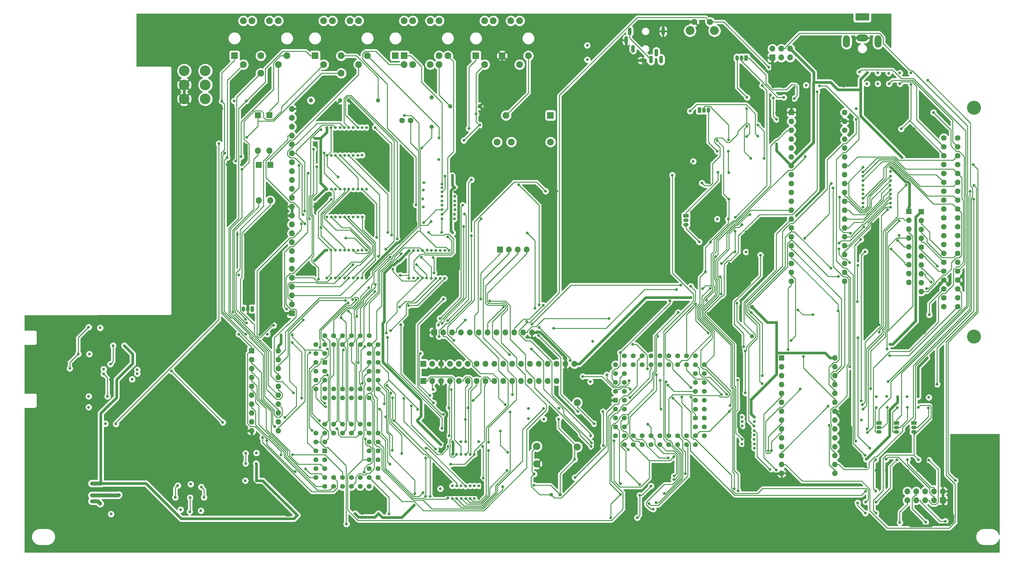
<source format=gbr>
%TF.GenerationSoftware,KiCad,Pcbnew,5.1.5+dfsg1-2build2*%
%TF.CreationDate,2021-09-08T17:23:40-04:00*%
%TF.ProjectId,coco3,636f636f-332e-46b6-9963-61645f706362,1.0.0*%
%TF.SameCoordinates,Original*%
%TF.FileFunction,Copper,L2,Bot*%
%TF.FilePolarity,Positive*%
%FSLAX46Y46*%
G04 Gerber Fmt 4.6, Leading zero omitted, Abs format (unit mm)*
G04 Created by KiCad (PCBNEW 5.1.5+dfsg1-2build2) date 2021-09-08 17:23:40*
%MOMM*%
%LPD*%
G04 APERTURE LIST*
%TA.AperFunction,ComponentPad*%
%ADD10C,1.600000*%
%TD*%
%TA.AperFunction,ComponentPad*%
%ADD11C,4.000000*%
%TD*%
%TA.AperFunction,ComponentPad*%
%ADD12C,1.600200*%
%TD*%
%TA.AperFunction,ComponentPad*%
%ADD13R,1.700000X1.700000*%
%TD*%
%TA.AperFunction,ComponentPad*%
%ADD14O,1.700000X1.700000*%
%TD*%
%TA.AperFunction,ComponentPad*%
%ADD15R,1.800000X1.800000*%
%TD*%
%TA.AperFunction,ComponentPad*%
%ADD16O,1.800000X1.800000*%
%TD*%
%TA.AperFunction,ComponentPad*%
%ADD17R,1.600000X1.600000*%
%TD*%
%TA.AperFunction,ComponentPad*%
%ADD18O,1.600000X1.600000*%
%TD*%
%TA.AperFunction,ComponentPad*%
%ADD19C,1.422400*%
%TD*%
%TA.AperFunction,ComponentPad*%
%ADD20R,1.422400X1.422400*%
%TD*%
%TA.AperFunction,ComponentPad*%
%ADD21R,1.050000X1.500000*%
%TD*%
%TA.AperFunction,ComponentPad*%
%ADD22O,1.050000X1.500000*%
%TD*%
%TA.AperFunction,ComponentPad*%
%ADD23C,1.950000*%
%TD*%
%TA.AperFunction,ComponentPad*%
%ADD24R,1.950000X1.950000*%
%TD*%
%TA.AperFunction,ComponentPad*%
%ADD25O,2.000000X2.000000*%
%TD*%
%TA.AperFunction,ComponentPad*%
%ADD26C,2.000000*%
%TD*%
%TA.AperFunction,ComponentPad*%
%ADD27R,1.500000X1.050000*%
%TD*%
%TA.AperFunction,ComponentPad*%
%ADD28O,1.500000X1.050000*%
%TD*%
%TA.AperFunction,ComponentPad*%
%ADD29C,3.044000*%
%TD*%
%TA.AperFunction,ComponentPad*%
%ADD30C,1.778000*%
%TD*%
%TA.AperFunction,ComponentPad*%
%ADD31C,2.540000*%
%TD*%
%TA.AperFunction,ComponentPad*%
%ADD32C,2.100000*%
%TD*%
%TA.AperFunction,ComponentPad*%
%ADD33C,1.030000*%
%TD*%
%TA.AperFunction,ComponentPad*%
%ADD34C,1.240000*%
%TD*%
%TA.AperFunction,ComponentPad*%
%ADD35R,4.000000X2.000000*%
%TD*%
%TA.AperFunction,ComponentPad*%
%ADD36O,3.300000X2.000000*%
%TD*%
%TA.AperFunction,ComponentPad*%
%ADD37O,2.000000X3.500000*%
%TD*%
%TA.AperFunction,ComponentPad*%
%ADD38O,1.100000X2.200000*%
%TD*%
%TA.AperFunction,ComponentPad*%
%ADD39O,2.200000X1.100000*%
%TD*%
%TA.AperFunction,ViaPad*%
%ADD40C,0.800000*%
%TD*%
%TA.AperFunction,Conductor*%
%ADD41C,0.750000*%
%TD*%
%TA.AperFunction,Conductor*%
%ADD42C,1.100000*%
%TD*%
%TA.AperFunction,Conductor*%
%ADD43C,0.250000*%
%TD*%
%TA.AperFunction,Conductor*%
%ADD44C,0.254000*%
%TD*%
G04 APERTURE END LIST*
D10*
%TO.P,C24,2*%
%TO.N,Net-(C24-Pad2)*%
X150801000Y-47474000D03*
%TO.P,C24,1*%
%TO.N,/peripherals/CASS_DATA_IN*%
X148301000Y-47474000D03*
%TD*%
D11*
%TO.P,CN1,*%
%TO.N,*%
X311950000Y-109276500D03*
X311950000Y-43871500D03*
D12*
%TO.P,CN1,39*%
%TO.N,/A15*%
X303288600Y-100704000D03*
%TO.P,CN1,37*%
%TO.N,/A13*%
X303288600Y-98164000D03*
%TO.P,CN1,35*%
%TO.N,/SND_IN_2*%
X303288600Y-95624000D03*
%TO.P,CN1,33*%
%TO.N,GNDS*%
X303288600Y-93084000D03*
%TO.P,CN1,31*%
%TO.N,/A12*%
X303288600Y-90544000D03*
%TO.P,CN1,29*%
%TO.N,/A10*%
X303288600Y-88004000D03*
%TO.P,CN1,27*%
%TO.N,/A8*%
X303288600Y-85464000D03*
%TO.P,CN1,25*%
%TO.N,/A6*%
X303288600Y-82924000D03*
%TO.P,CN1,23*%
%TO.N,/A4*%
X303288600Y-80384000D03*
%TO.P,CN1,21*%
%TO.N,/A2*%
X303288600Y-77844000D03*
%TO.P,CN1,19*%
%TO.N,/A0*%
X303288600Y-75304000D03*
%TO.P,CN1,17*%
%TO.N,/D7*%
X303288600Y-72764000D03*
%TO.P,CN1,15*%
%TO.N,/D5*%
X303288600Y-70224000D03*
%TO.P,CN1,13*%
%TO.N,/D3*%
X303288600Y-67684000D03*
%TO.P,CN1,11*%
%TO.N,/D1*%
X303288600Y-65144000D03*
%TO.P,CN1,9*%
%TO.N,+5V*%
X303288600Y-62604000D03*
%TO.P,CN1,7*%
%TO.N,/QCLK*%
X303288600Y-60064000D03*
%TO.P,CN1,5*%
%TO.N,/~RESET*%
X303288600Y-57524000D03*
%TO.P,CN1,3*%
%TO.N,/~HALT*%
X303288600Y-54984000D03*
%TO.P,CN1,1*%
%TO.N,Net-(CN1-Pad1)*%
X303288600Y-52444000D03*
%TO.P,CN1,40*%
%TO.N,/~SLENB*%
X307251000Y-100704000D03*
%TO.P,CN1,38*%
%TO.N,/A14*%
X307251000Y-98164000D03*
%TO.P,CN1,36*%
%TO.N,/~SCS*%
X307251000Y-95624000D03*
%TO.P,CN1,34*%
%TO.N,GNDS*%
X307251000Y-93084000D03*
%TO.P,CN1,32*%
%TO.N,Net-(C61-Pad2)*%
X307251000Y-90544000D03*
%TO.P,CN1,30*%
%TO.N,/A11*%
X307251000Y-88004000D03*
%TO.P,CN1,28*%
%TO.N,/A9*%
X307251000Y-85464000D03*
%TO.P,CN1,26*%
%TO.N,/A7*%
X307251000Y-82924000D03*
%TO.P,CN1,24*%
%TO.N,/A5*%
X307251000Y-80384000D03*
%TO.P,CN1,22*%
%TO.N,/A3*%
X307251000Y-77844000D03*
%TO.P,CN1,20*%
%TO.N,/A1*%
X307251000Y-75304000D03*
%TO.P,CN1,18*%
%TO.N,/R~W*%
X307251000Y-72764000D03*
%TO.P,CN1,16*%
%TO.N,/D6*%
X307251000Y-70224000D03*
%TO.P,CN1,14*%
%TO.N,/D4*%
X307251000Y-67684000D03*
%TO.P,CN1,12*%
%TO.N,/D2*%
X307251000Y-65144000D03*
%TO.P,CN1,10*%
%TO.N,/D0*%
X307251000Y-62604000D03*
%TO.P,CN1,8*%
%TO.N,/~CART*%
X307251000Y-60064000D03*
%TO.P,CN1,6*%
%TO.N,/ECLK*%
X307251000Y-57524000D03*
%TO.P,CN1,4*%
%TO.N,/~NMI*%
X307251000Y-54984000D03*
%TO.P,CN1,2*%
%TO.N,Net-(CN1-Pad2)*%
X307251000Y-52444000D03*
%TD*%
D13*
%TO.P,CN3,1*%
%TO.N,GNDS*%
X303001000Y-156074000D03*
D14*
%TO.P,CN3,2*%
X303001000Y-153534000D03*
%TO.P,CN3,3*%
%TO.N,/video/R_OUT*%
X300461000Y-156074000D03*
%TO.P,CN3,4*%
%TO.N,/video/G_OUT*%
X300461000Y-153534000D03*
%TO.P,CN3,5*%
%TO.N,/video/B_OUT*%
X297921000Y-156074000D03*
%TO.P,CN3,6*%
%TO.N,Net-(CN3-Pad6)*%
X297921000Y-153534000D03*
%TO.P,CN3,7*%
%TO.N,/video/SOUND_OUT*%
X295381000Y-156074000D03*
%TO.P,CN3,8*%
%TO.N,/gime/HSYNC*%
X295381000Y-153534000D03*
%TO.P,CN3,9*%
%TO.N,/gime/VSYNC*%
X292841000Y-156074000D03*
%TO.P,CN3,10*%
%TO.N,Net-(CN3-Pad10)*%
X292841000Y-153534000D03*
%TD*%
D15*
%TO.P,D8,1*%
%TO.N,Net-(C19-Pad1)*%
X107111000Y-45964000D03*
D16*
%TO.P,D8,2*%
%TO.N,/peripherals/KR3*%
X107111000Y-56124000D03*
%TD*%
%TO.P,D9,2*%
%TO.N,/peripherals/KR2*%
X110381000Y-56124000D03*
D15*
%TO.P,D9,1*%
%TO.N,Net-(C22-Pad1)*%
X110381000Y-45964000D03*
%TD*%
D16*
%TO.P,D10,2*%
%TO.N,/peripherals/KR4*%
X107321000Y-70364000D03*
D15*
%TO.P,D10,1*%
%TO.N,Net-(C23-Pad1)*%
X107321000Y-60204000D03*
%TD*%
%TO.P,D11,1*%
%TO.N,Net-(C18-Pad1)*%
X110631000Y-60194000D03*
D16*
%TO.P,D11,2*%
%TO.N,/peripherals/KR1*%
X110631000Y-70354000D03*
%TD*%
D17*
%TO.P,IC1,1*%
%TO.N,GNDS*%
X259701000Y-45154000D03*
D18*
%TO.P,IC1,21*%
%TO.N,/A13*%
X274941000Y-93414000D03*
%TO.P,IC1,2*%
%TO.N,/~NMI*%
X259701000Y-47694000D03*
%TO.P,IC1,22*%
%TO.N,/A14*%
X274941000Y-90874000D03*
%TO.P,IC1,3*%
%TO.N,/~IRQ*%
X259701000Y-50234000D03*
%TO.P,IC1,23*%
%TO.N,/A15*%
X274941000Y-88334000D03*
%TO.P,IC1,4*%
%TO.N,/~FIRQ*%
X259701000Y-52774000D03*
%TO.P,IC1,24*%
%TO.N,/cpu/DN7*%
X274941000Y-85794000D03*
%TO.P,IC1,5*%
%TO.N,Net-(IC1-Pad5)*%
X259701000Y-55314000D03*
%TO.P,IC1,25*%
%TO.N,/cpu/DN6*%
X274941000Y-83254000D03*
%TO.P,IC1,6*%
%TO.N,/cpu/BUS_TXRX_ENABLE*%
X259701000Y-57854000D03*
%TO.P,IC1,26*%
%TO.N,/cpu/DN5*%
X274941000Y-80714000D03*
%TO.P,IC1,7*%
%TO.N,+5V*%
X259701000Y-60394000D03*
%TO.P,IC1,27*%
%TO.N,/cpu/DN4*%
X274941000Y-78174000D03*
%TO.P,IC1,8*%
%TO.N,/A0*%
X259701000Y-62934000D03*
%TO.P,IC1,28*%
%TO.N,/cpu/DN3*%
X274941000Y-75634000D03*
%TO.P,IC1,9*%
%TO.N,/A1*%
X259701000Y-65474000D03*
%TO.P,IC1,29*%
%TO.N,/cpu/DN2*%
X274941000Y-73094000D03*
%TO.P,IC1,10*%
%TO.N,/A2*%
X259701000Y-68014000D03*
%TO.P,IC1,30*%
%TO.N,/cpu/DN1*%
X274941000Y-70554000D03*
%TO.P,IC1,11*%
%TO.N,/A3*%
X259701000Y-70554000D03*
%TO.P,IC1,31*%
%TO.N,/cpu/DN0*%
X274941000Y-68014000D03*
%TO.P,IC1,12*%
%TO.N,/A4*%
X259701000Y-73094000D03*
%TO.P,IC1,32*%
%TO.N,/R~W*%
X274941000Y-65474000D03*
%TO.P,IC1,13*%
%TO.N,/A5*%
X259701000Y-75634000D03*
%TO.P,IC1,33*%
%TO.N,Net-(IC1-Pad33)*%
X274941000Y-62934000D03*
%TO.P,IC1,14*%
%TO.N,/A6*%
X259701000Y-78174000D03*
%TO.P,IC1,34*%
%TO.N,/ECLK*%
X274941000Y-60394000D03*
%TO.P,IC1,15*%
%TO.N,/A7*%
X259701000Y-80714000D03*
%TO.P,IC1,35*%
%TO.N,/QCLK*%
X274941000Y-57854000D03*
%TO.P,IC1,16*%
%TO.N,/A8*%
X259701000Y-83254000D03*
%TO.P,IC1,36*%
%TO.N,Net-(IC1-Pad36)*%
X274941000Y-55314000D03*
%TO.P,IC1,17*%
%TO.N,/A9*%
X259701000Y-85794000D03*
%TO.P,IC1,37*%
%TO.N,/~RESET*%
X274941000Y-52774000D03*
%TO.P,IC1,18*%
%TO.N,/A10*%
X259701000Y-88334000D03*
%TO.P,IC1,38*%
%TO.N,Net-(IC1-Pad38)*%
X274941000Y-50234000D03*
%TO.P,IC1,19*%
%TO.N,/A11*%
X259701000Y-90874000D03*
%TO.P,IC1,39*%
%TO.N,GNDS*%
X274941000Y-47694000D03*
%TO.P,IC1,20*%
%TO.N,/A12*%
X259701000Y-93414000D03*
%TO.P,IC1,40*%
%TO.N,/~HALT*%
X274941000Y-45154000D03*
%TD*%
D19*
%TO.P,IC6,2*%
%TO.N,Net-(IC6-Pad2)*%
X211941000Y-127474000D03*
%TO.P,IC6,4*%
%TO.N,Net-(IC6-Pad4)*%
X211941000Y-130014000D03*
%TO.P,IC6,6*%
%TO.N,Net-(IC6-Pad6)*%
X211941000Y-132554000D03*
%TO.P,IC6,8*%
%TO.N,/R~W*%
X211941000Y-135094000D03*
%TO.P,IC6,68*%
%TO.N,/gime/R*%
X211941000Y-124934000D03*
%TO.P,IC6,66*%
%TO.N,/gime/B*%
X211941000Y-122394000D03*
%TO.P,IC6,64*%
%TO.N,/gime/RAMD0*%
X211941000Y-119854000D03*
%TO.P,IC6,62*%
%TO.N,/gime/RAMD2*%
X211941000Y-117314000D03*
D20*
%TO.P,IC6,1*%
%TO.N,GNDS*%
X209401000Y-127474000D03*
D19*
%TO.P,IC6,3*%
%TO.N,Net-(IC6-Pad3)*%
X209401000Y-130014000D03*
%TO.P,IC6,5*%
%TO.N,Net-(IC6-Pad5)*%
X209401000Y-132554000D03*
%TO.P,IC6,7*%
%TO.N,Net-(IC6-Pad7)*%
X209401000Y-135094000D03*
%TO.P,IC6,9*%
%TO.N,/~RESET*%
X209401000Y-137634000D03*
%TO.P,IC6,67*%
%TO.N,/gime/G*%
X209401000Y-124934000D03*
%TO.P,IC6,65*%
%TO.N,/gime/CVIDEO*%
X209401000Y-122394000D03*
%TO.P,IC6,63*%
%TO.N,/gime/RAMD1*%
X209401000Y-119854000D03*
%TO.P,IC6,11*%
%TO.N,/dram/~WE1*%
X211941000Y-137634000D03*
%TO.P,IC6,13*%
%TO.N,/D1*%
X214481000Y-137634000D03*
%TO.P,IC6,15*%
%TO.N,/D3*%
X217021000Y-137634000D03*
%TO.P,IC6,17*%
%TO.N,/D5*%
X219561000Y-137634000D03*
%TO.P,IC6,19*%
%TO.N,/D7*%
X222101000Y-137634000D03*
%TO.P,IC6,21*%
%TO.N,/~IRQ*%
X224641000Y-137634000D03*
%TO.P,IC6,23*%
%TO.N,Net-(IC15-Pad8)*%
X227181000Y-137634000D03*
%TO.P,IC6,25*%
%TO.N,/A0*%
X229721000Y-137634000D03*
%TO.P,IC6,10*%
%TO.N,/dram/~WE0*%
X211941000Y-140174000D03*
%TO.P,IC6,12*%
%TO.N,/D0*%
X214481000Y-140174000D03*
%TO.P,IC6,14*%
%TO.N,/D2*%
X217021000Y-140174000D03*
%TO.P,IC6,16*%
%TO.N,/D4*%
X219561000Y-140174000D03*
%TO.P,IC6,18*%
%TO.N,/D6*%
X222101000Y-140174000D03*
%TO.P,IC6,20*%
%TO.N,/~FIRQ*%
X224641000Y-140174000D03*
%TO.P,IC6,22*%
%TO.N,/~CART*%
X227181000Y-140174000D03*
%TO.P,IC6,24*%
%TO.N,Net-(IC15-Pad6)*%
X229721000Y-140174000D03*
%TO.P,IC6,26*%
%TO.N,/A1*%
X232261000Y-140174000D03*
%TO.P,IC6,28*%
%TO.N,/A3*%
X232261000Y-137634000D03*
%TO.P,IC6,30*%
%TO.N,Net-(IC6-Pad30)*%
X232261000Y-135094000D03*
%TO.P,IC6,32*%
%TO.N,/dram/Z0*%
X232261000Y-132554000D03*
%TO.P,IC6,34*%
%TO.N,/dram/Z2*%
X232261000Y-130014000D03*
%TO.P,IC6,36*%
%TO.N,/dram/Z3*%
X232261000Y-127474000D03*
%TO.P,IC6,38*%
%TO.N,/dram/Z5*%
X232261000Y-124934000D03*
%TO.P,IC6,40*%
%TO.N,/dram/Z6*%
X232261000Y-122394000D03*
%TO.P,IC6,42*%
%TO.N,/dram/Z8*%
X232261000Y-119854000D03*
%TO.P,IC6,44*%
%TO.N,/A5*%
X232261000Y-114774000D03*
%TO.P,IC6,27*%
%TO.N,/A2*%
X234801000Y-137634000D03*
%TO.P,IC6,29*%
%TO.N,Net-(IC6-Pad29)*%
X234801000Y-135094000D03*
%TO.P,IC6,31*%
%TO.N,Net-(IC6-Pad31)*%
X234801000Y-132554000D03*
%TO.P,IC6,33*%
%TO.N,/dram/Z1*%
X234801000Y-130014000D03*
%TO.P,IC6,35*%
%TO.N,VCC1*%
X234801000Y-127474000D03*
%TO.P,IC6,37*%
%TO.N,/dram/Z4*%
X234801000Y-124934000D03*
%TO.P,IC6,39*%
%TO.N,Net-(IC6-Pad39)*%
X234801000Y-122394000D03*
%TO.P,IC6,41*%
%TO.N,/dram/Z7*%
X234801000Y-119854000D03*
%TO.P,IC6,43*%
%TO.N,/A4*%
X234801000Y-117314000D03*
%TO.P,IC6,45*%
%TO.N,/A6*%
X232261000Y-117314000D03*
%TO.P,IC6,47*%
%TO.N,/A8*%
X229721000Y-117314000D03*
%TO.P,IC6,49*%
%TO.N,/A10*%
X227181000Y-117314000D03*
%TO.P,IC6,51*%
%TO.N,/A12*%
X224641000Y-117314000D03*
%TO.P,IC6,53*%
%TO.N,/A14*%
X222101000Y-117314000D03*
%TO.P,IC6,55*%
%TO.N,/gime/~VSYNC*%
X219561000Y-117314000D03*
%TO.P,IC6,57*%
%TO.N,/gime/RAMD7*%
X217021000Y-117314000D03*
%TO.P,IC6,59*%
%TO.N,/gime/RAMD5*%
X214481000Y-117314000D03*
%TO.P,IC6,61*%
%TO.N,/gime/RAMD3*%
X209401000Y-117314000D03*
%TO.P,IC6,46*%
%TO.N,/A7*%
X229721000Y-114774000D03*
%TO.P,IC6,48*%
%TO.N,/A9*%
X227181000Y-114774000D03*
%TO.P,IC6,50*%
%TO.N,/A11*%
X224641000Y-114774000D03*
%TO.P,IC6,52*%
%TO.N,/A13*%
X222101000Y-114774000D03*
%TO.P,IC6,54*%
%TO.N,/A15*%
X219561000Y-114774000D03*
%TO.P,IC6,56*%
%TO.N,/gime/~HSYNC*%
X217021000Y-114774000D03*
%TO.P,IC6,58*%
%TO.N,/gime/RAMD6*%
X214481000Y-114774000D03*
%TO.P,IC6,60*%
%TO.N,/gime/RAMD4*%
X211941000Y-114774000D03*
%TD*%
D18*
%TO.P,IC7,20*%
%TO.N,+5V*%
X112921000Y-113374000D03*
%TO.P,IC7,10*%
%TO.N,GNDS*%
X105301000Y-136234000D03*
%TO.P,IC7,19*%
%TO.N,Net-(C24-Pad2)*%
X112921000Y-115914000D03*
%TO.P,IC7,9*%
%TO.N,/peripherals/PA7*%
X105301000Y-133694000D03*
%TO.P,IC7,18*%
%TO.N,/SND_IN_2*%
X112921000Y-118454000D03*
%TO.P,IC7,8*%
%TO.N,Net-(IC4-Pad10)*%
X105301000Y-131154000D03*
%TO.P,IC7,17*%
%TO.N,Net-(FB6-Pad1)*%
X112921000Y-120994000D03*
%TO.P,IC7,7*%
%TO.N,Net-(IC4-Pad9)*%
X105301000Y-128614000D03*
%TO.P,IC7,16*%
%TO.N,/peripherals/JOY0*%
X112921000Y-123534000D03*
%TO.P,IC7,6*%
%TO.N,Net-(IC4-Pad8)*%
X105301000Y-126074000D03*
%TO.P,IC7,15*%
%TO.N,/peripherals/JOY1*%
X112921000Y-126074000D03*
%TO.P,IC7,5*%
%TO.N,Net-(IC4-Pad7)*%
X105301000Y-123534000D03*
%TO.P,IC7,14*%
%TO.N,/peripherals/JOY2*%
X112921000Y-128614000D03*
%TO.P,IC7,4*%
%TO.N,Net-(IC4-Pad6)*%
X105301000Y-120994000D03*
%TO.P,IC7,13*%
%TO.N,/peripherals/JOY3*%
X112921000Y-131154000D03*
%TO.P,IC7,3*%
%TO.N,Net-(IC4-Pad5)*%
X105301000Y-118454000D03*
%TO.P,IC7,12*%
%TO.N,/peripherals/SELB*%
X112921000Y-133694000D03*
%TO.P,IC7,2*%
%TO.N,Net-(IC4-Pad20)*%
X105301000Y-115914000D03*
%TO.P,IC7,11*%
%TO.N,/peripherals/SELA*%
X112921000Y-136234000D03*
D17*
%TO.P,IC7,1*%
%TO.N,/peripherals/SOUND*%
X105301000Y-113374000D03*
%TD*%
D21*
%TO.P,IC36,1*%
%TO.N,8V*%
X105501000Y-101374000D03*
D22*
%TO.P,IC36,3*%
%TO.N,/power/12VDC*%
X102961000Y-101374000D03*
%TO.P,IC36,2*%
%TO.N,GNDS*%
X104231000Y-101374000D03*
%TD*%
D14*
%TO.P,CN2,16*%
%TO.N,Net-(BREAKOUT0-Pad16)*%
X192541000Y-121984000D03*
%TO.P,CN2,15*%
%TO.N,/peripherals/K15*%
X190001000Y-121984000D03*
%TO.P,CN2,14*%
%TO.N,Net-(BREAKOUT0-Pad14)*%
X187461000Y-121984000D03*
%TO.P,CN2,13*%
%TO.N,Net-(BREAKOUT0-Pad13)*%
X184921000Y-121984000D03*
%TO.P,CN2,12*%
%TO.N,Net-(BREAKOUT0-Pad12)*%
X182381000Y-121984000D03*
%TO.P,CN2,11*%
%TO.N,Net-(BREAKOUT0-Pad11)*%
X179841000Y-121984000D03*
%TO.P,CN2,10*%
%TO.N,Net-(BREAKOUT0-Pad10)*%
X177301000Y-121984000D03*
%TO.P,CN2,9*%
%TO.N,Net-(BREAKOUT0-Pad9)*%
X174761000Y-121984000D03*
%TO.P,CN2,8*%
%TO.N,/peripherals/KR7*%
X172221000Y-121984000D03*
%TO.P,CN2,7*%
%TO.N,/peripherals/KR6*%
X169681000Y-121984000D03*
%TO.P,CN2,6*%
%TO.N,/peripherals/KR5*%
X167141000Y-121984000D03*
%TO.P,CN2,5*%
%TO.N,/peripherals/KR4*%
X164601000Y-121984000D03*
%TO.P,CN2,4*%
%TO.N,/peripherals/KR3*%
X162061000Y-121984000D03*
%TO.P,CN2,3*%
%TO.N,GNDS*%
X159521000Y-121984000D03*
%TO.P,CN2,2*%
%TO.N,/peripherals/KR2*%
X156981000Y-121984000D03*
D13*
%TO.P,CN2,1*%
%TO.N,/peripherals/KR1*%
X154441000Y-121984000D03*
%TD*%
D23*
%TO.P,JK1,E1*%
%TO.N,N/C*%
X112921000Y-18964000D03*
%TO.P,JK1,E2*%
X102921000Y-18964000D03*
%TO.P,JK1,6*%
%TO.N,Net-(C23-Pad1)*%
X107921000Y-33964000D03*
%TO.P,JK1,5*%
%TO.N,Net-(C49-Pad2)*%
X115421000Y-28964000D03*
%TO.P,JK1,2*%
%TO.N,/peripherals/JOY3*%
X102921000Y-31464000D03*
%TO.P,JK1,4*%
%TO.N,Net-(C22-Pad1)*%
X112921000Y-31464000D03*
D24*
%TO.P,JK1,1*%
%TO.N,/peripherals/JOY2*%
X100421000Y-28964000D03*
D23*
%TO.P,JK1,3*%
%TO.N,Net-(FB10-Pad2)*%
X107921000Y-28964000D03*
%TO.P,JK1,E2*%
%TO.N,N/C*%
X105421000Y-18964000D03*
%TO.P,JK1,E1*%
X110421000Y-18964000D03*
%TD*%
%TO.P,JK2,E1*%
%TO.N,N/C*%
X133421000Y-18964000D03*
%TO.P,JK2,E2*%
X128421000Y-18964000D03*
%TO.P,JK2,3*%
%TO.N,Net-(FB9-Pad2)*%
X130921000Y-28964000D03*
D24*
%TO.P,JK2,1*%
%TO.N,/peripherals/JOY0*%
X123421000Y-28964000D03*
D23*
%TO.P,JK2,4*%
%TO.N,Net-(C18-Pad1)*%
X135921000Y-31464000D03*
%TO.P,JK2,2*%
%TO.N,/peripherals/JOY1*%
X125921000Y-31464000D03*
%TO.P,JK2,5*%
%TO.N,Net-(C49-Pad2)*%
X138421000Y-28964000D03*
%TO.P,JK2,6*%
%TO.N,Net-(C19-Pad1)*%
X130921000Y-33964000D03*
%TO.P,JK2,E2*%
%TO.N,N/C*%
X125921000Y-18964000D03*
%TO.P,JK2,E1*%
X135921000Y-18964000D03*
%TD*%
%TO.P,JK3,E1*%
%TO.N,N/C*%
X156421000Y-18964000D03*
%TO.P,JK3,E2*%
X151421000Y-18964000D03*
%TO.P,JK3,4*%
%TO.N,/peripherals/SERIAL_OUT_RS232*%
X158921000Y-28964000D03*
D24*
%TO.P,JK3,1*%
%TO.N,/peripherals/CD_IN_RS232*%
X148921000Y-28964000D03*
D23*
%TO.P,JK3,3*%
%TO.N,Net-(FB8-Pad1)*%
X156421000Y-31464000D03*
%TO.P,JK3,2*%
%TO.N,/peripherals/SERIAL_DATA_IN_RS232*%
X151421000Y-31464000D03*
%TO.P,JK3,E2*%
%TO.N,N/C*%
X148921000Y-18964000D03*
%TO.P,JK3,E1*%
X158921000Y-18964000D03*
D24*
%TO.P,JK3,1*%
%TO.N,/peripherals/CD_IN_RS232*%
X146421000Y-28964000D03*
D23*
%TO.P,JK3,4*%
%TO.N,/peripherals/SERIAL_OUT_RS232*%
X161421000Y-28964000D03*
%TO.P,JK3,3*%
%TO.N,Net-(FB8-Pad1)*%
X158921000Y-31464000D03*
%TO.P,JK3,2*%
%TO.N,/peripherals/SERIAL_DATA_IN_RS232*%
X148921000Y-31464000D03*
%TD*%
%TO.P,JK4,E1*%
%TO.N,N/C*%
X179451000Y-18964000D03*
%TO.P,JK4,E2*%
X174451000Y-18964000D03*
%TO.P,JK4,2*%
%TO.N,GNDS*%
X176951000Y-28964000D03*
D24*
%TO.P,JK4,1*%
%TO.N,Net-(JK4-Pad1)*%
X169451000Y-28964000D03*
D23*
%TO.P,JK4,5*%
%TO.N,Net-(FB6-Pad2)*%
X181951000Y-31464000D03*
%TO.P,JK4,4*%
%TO.N,/peripherals/CASS_DATA_IN*%
X171951000Y-31464000D03*
%TO.P,JK4,3*%
%TO.N,Net-(JK4-Pad3)*%
X184451000Y-28964000D03*
%TO.P,JK4,E1*%
%TO.N,N/C*%
X181951000Y-18964000D03*
%TO.P,JK4,E2*%
X171951000Y-18964000D03*
%TD*%
D25*
%TO.P,L1,2*%
%TO.N,Net-(C64-Pad2)*%
X198451000Y-128124000D03*
D26*
%TO.P,L1,1*%
%TO.N,Net-(C60-Pad2)*%
X198451000Y-140824000D03*
%TD*%
D18*
%TO.P,MP1,10*%
%TO.N,/R~W*%
X296826000Y-96409000D03*
%TO.P,MP1,9*%
%TO.N,/A15*%
X296826000Y-93869000D03*
%TO.P,MP1,8*%
%TO.N,/A14*%
X296826000Y-91329000D03*
%TO.P,MP1,7*%
%TO.N,/A13*%
X296826000Y-88789000D03*
%TO.P,MP1,6*%
%TO.N,/A12*%
X296826000Y-86249000D03*
%TO.P,MP1,5*%
%TO.N,/A11*%
X296826000Y-83709000D03*
%TO.P,MP1,4*%
%TO.N,/A10*%
X296826000Y-81169000D03*
%TO.P,MP1,3*%
%TO.N,/A9*%
X296826000Y-78629000D03*
%TO.P,MP1,2*%
%TO.N,/A8*%
X296826000Y-76089000D03*
D17*
%TO.P,MP1,1*%
%TO.N,+5V*%
X296826000Y-73549000D03*
%TD*%
D18*
%TO.P,MP2,9*%
%TO.N,/A7*%
X293301000Y-93819000D03*
%TO.P,MP2,8*%
%TO.N,/A6*%
X293301000Y-91279000D03*
%TO.P,MP2,7*%
%TO.N,/A5*%
X293301000Y-88739000D03*
%TO.P,MP2,6*%
%TO.N,/A4*%
X293301000Y-86199000D03*
%TO.P,MP2,5*%
%TO.N,/A3*%
X293301000Y-83659000D03*
%TO.P,MP2,4*%
%TO.N,/A2*%
X293301000Y-81119000D03*
%TO.P,MP2,3*%
%TO.N,/A1*%
X293301000Y-78579000D03*
%TO.P,MP2,2*%
%TO.N,/A0*%
X293301000Y-76039000D03*
D17*
%TO.P,MP2,1*%
%TO.N,+5V*%
X293301000Y-73499000D03*
%TD*%
D22*
%TO.P,Q2,2*%
%TO.N,Net-(Q2-Pad2)*%
X234671000Y-44474000D03*
%TO.P,Q2,3*%
%TO.N,Net-(Q2-Pad3)*%
X235941000Y-44474000D03*
D21*
%TO.P,Q2,1*%
%TO.N,Net-(C54-Pad1)*%
X233401000Y-44474000D03*
%TD*%
D27*
%TO.P,Q3,1*%
%TO.N,Net-(Q3-Pad1)*%
X229491000Y-74724000D03*
D28*
%TO.P,Q3,3*%
%TO.N,Net-(C37-Pad2)*%
X229491000Y-77264000D03*
%TO.P,Q3,2*%
%TO.N,Net-(Q3-Pad2)*%
X229491000Y-75994000D03*
%TD*%
D21*
%TO.P,Q4,1*%
%TO.N,Net-(C56-Pad1)*%
X246701000Y-29574000D03*
D22*
%TO.P,Q4,3*%
%TO.N,Net-(Q4-Pad3)*%
X244161000Y-29574000D03*
%TO.P,Q4,2*%
%TO.N,Net-(C55-Pad1)*%
X245431000Y-29574000D03*
%TD*%
D28*
%TO.P,Q5,2*%
%TO.N,Net-(Q5-Pad2)*%
X284701000Y-135294000D03*
%TO.P,Q5,3*%
%TO.N,Net-(Q5-Pad3)*%
X284701000Y-136564000D03*
D27*
%TO.P,Q5,1*%
%TO.N,/video/R_OUT*%
X284701000Y-134024000D03*
%TD*%
%TO.P,Q6,1*%
%TO.N,/video/G_OUT*%
X289701000Y-134024000D03*
D28*
%TO.P,Q6,3*%
%TO.N,Net-(Q6-Pad3)*%
X289701000Y-136564000D03*
%TO.P,Q6,2*%
%TO.N,Net-(Q6-Pad2)*%
X289701000Y-135294000D03*
%TD*%
%TO.P,Q7,2*%
%TO.N,Net-(Q7-Pad2)*%
X294701000Y-135294000D03*
%TO.P,Q7,3*%
%TO.N,Net-(Q7-Pad3)*%
X294701000Y-136564000D03*
D27*
%TO.P,Q7,1*%
%TO.N,/video/B_OUT*%
X294701000Y-134024000D03*
%TD*%
D23*
%TO.P,RY1,A2*%
%TO.N,/peripherals/CASS_MTR_OUT*%
X190781000Y-53614000D03*
D24*
%TO.P,RY1,A1*%
%TO.N,+5V*%
X190781000Y-45994000D03*
D23*
%TO.P,RY1,11*%
%TO.N,Net-(JK4-Pad3)*%
X178081000Y-45994000D03*
%TO.P,RY1,12*%
%TO.N,Net-(RY1-Pad12)*%
X179605000Y-53614000D03*
%TO.P,RY1,14*%
%TO.N,Net-(JK4-Pad1)*%
X175541000Y-53614000D03*
%TD*%
D29*
%TO.P,SW1,1*%
%TO.N,Net-(SW1-Pad1)*%
X86041400Y-33274000D03*
%TO.P,SW1,2*%
%TO.N,GNDS*%
X86041400Y-37274000D03*
%TO.P,SW1,3*%
X86041400Y-41274000D03*
%TO.P,SW1,4*%
%TO.N,Net-(SW1-Pad4)*%
X92041400Y-33274000D03*
%TO.P,SW1,5*%
%TO.N,/power/12VDC_PS*%
X92041400Y-37274000D03*
%TO.P,SW1,6*%
%TO.N,/power/12VDC*%
X92041400Y-41274000D03*
%TD*%
D30*
%TO.P,SW2,2*%
%TO.N,GNDS*%
X231931000Y-19274000D03*
%TO.P,SW2,1*%
%TO.N,/~RESET*%
X236431000Y-19274000D03*
D31*
%TO.P,SW2,GNDS*%
%TO.N,N/C*%
X230681000Y-21774000D03*
X237681000Y-21774000D03*
%TD*%
D32*
%TO.P,TC1,1*%
%TO.N,Net-(IC6-Pad3)*%
X186851000Y-140674000D03*
%TO.P,TC1,2*%
%TO.N,GNDS*%
X186851000Y-145674000D03*
%TD*%
D33*
%TO.P,X1,2*%
%TO.N,Net-(IC6-Pad3)*%
X191051000Y-154524000D03*
%TO.P,X1,1*%
%TO.N,Net-(C60-Pad2)*%
X193551000Y-154524000D03*
%TD*%
D17*
%TO.P,IC2,1*%
%TO.N,Net-(IC2-Pad1)*%
X256881000Y-115374000D03*
D18*
%TO.P,IC2,15*%
%TO.N,/D3*%
X272121000Y-148394000D03*
%TO.P,IC2,2*%
%TO.N,/A12*%
X256881000Y-117914000D03*
%TO.P,IC2,16*%
%TO.N,/D4*%
X272121000Y-145854000D03*
%TO.P,IC2,3*%
%TO.N,/A7*%
X256881000Y-120454000D03*
%TO.P,IC2,17*%
%TO.N,/D5*%
X272121000Y-143314000D03*
%TO.P,IC2,4*%
%TO.N,/A6*%
X256881000Y-122994000D03*
%TO.P,IC2,18*%
%TO.N,/D6*%
X272121000Y-140774000D03*
%TO.P,IC2,5*%
%TO.N,/A5*%
X256881000Y-125534000D03*
%TO.P,IC2,19*%
%TO.N,/D7*%
X272121000Y-138234000D03*
%TO.P,IC2,6*%
%TO.N,/A4*%
X256881000Y-128074000D03*
%TO.P,IC2,20*%
%TO.N,/gime/~ROM*%
X272121000Y-135694000D03*
%TO.P,IC2,7*%
%TO.N,/A3*%
X256881000Y-130614000D03*
%TO.P,IC2,21*%
%TO.N,/A10*%
X272121000Y-133154000D03*
%TO.P,IC2,8*%
%TO.N,/A2*%
X256881000Y-133154000D03*
%TO.P,IC2,22*%
%TO.N,GNDS*%
X272121000Y-130614000D03*
%TO.P,IC2,9*%
%TO.N,/A1*%
X256881000Y-135694000D03*
%TO.P,IC2,23*%
%TO.N,/A11*%
X272121000Y-128074000D03*
%TO.P,IC2,10*%
%TO.N,/A0*%
X256881000Y-138234000D03*
%TO.P,IC2,24*%
%TO.N,/A9*%
X272121000Y-125534000D03*
%TO.P,IC2,11*%
%TO.N,/D0*%
X256881000Y-140774000D03*
%TO.P,IC2,25*%
%TO.N,/A8*%
X272121000Y-122994000D03*
%TO.P,IC2,12*%
%TO.N,/D1*%
X256881000Y-143314000D03*
%TO.P,IC2,26*%
%TO.N,/A13*%
X272121000Y-120454000D03*
%TO.P,IC2,13*%
%TO.N,/D2*%
X256881000Y-145854000D03*
%TO.P,IC2,27*%
%TO.N,/A14*%
X272121000Y-117914000D03*
%TO.P,IC2,14*%
%TO.N,GNDS*%
X256881000Y-148394000D03*
%TO.P,IC2,28*%
%TO.N,+5V*%
X272121000Y-115374000D03*
%TD*%
D34*
%TO.P,FB10,1*%
%TO.N,GNDS*%
X130656000Y-41714000D03*
%TO.P,FB10,2*%
%TO.N,Net-(FB10-Pad2)*%
X122286000Y-41714000D03*
%TD*%
%TO.P,FB5,1*%
%TO.N,VCC1*%
X248401000Y-109159000D03*
%TO.P,FB5,2*%
%TO.N,+5V*%
X248401000Y-100789000D03*
%TD*%
%TO.P,FB6,1*%
%TO.N,Net-(FB6-Pad1)*%
X156801000Y-49259000D03*
%TO.P,FB6,2*%
%TO.N,Net-(FB6-Pad2)*%
X156801000Y-40889000D03*
%TD*%
%TO.P,FB8,2*%
%TO.N,GNDS*%
X170486000Y-43374000D03*
%TO.P,FB8,1*%
%TO.N,Net-(FB8-Pad1)*%
X162116000Y-43374000D03*
%TD*%
%TO.P,FB9,2*%
%TO.N,Net-(FB9-Pad2)*%
X141486000Y-41724000D03*
%TO.P,FB9,1*%
%TO.N,GNDS*%
X133116000Y-41724000D03*
%TD*%
D20*
%TO.P,IC5,1*%
%TO.N,GNDS*%
X126201000Y-116674000D03*
D19*
%TO.P,IC5,3*%
%TO.N,/peripherals/KR1*%
X126201000Y-119214000D03*
%TO.P,IC5,5*%
%TO.N,/peripherals/KR3*%
X126201000Y-121754000D03*
%TO.P,IC5,43*%
%TO.N,/peripherals/SELA*%
X126201000Y-114134000D03*
%TO.P,IC5,41*%
%TO.N,/~IRQ*%
X126201000Y-111594000D03*
%TO.P,IC5,2*%
%TO.N,Net-(IC5-Pad2)*%
X123661000Y-119214000D03*
%TO.P,IC5,4*%
%TO.N,/peripherals/KR2*%
X123661000Y-121754000D03*
%TO.P,IC5,6*%
%TO.N,/peripherals/KR4*%
X123661000Y-124294000D03*
%TO.P,IC5,44*%
%TO.N,/gime/~HSYNC*%
X123661000Y-116674000D03*
%TO.P,IC5,42*%
%TO.N,/~IRQ*%
X123661000Y-114134000D03*
%TO.P,IC5,8*%
%TO.N,/peripherals/KR6*%
X126201000Y-124294000D03*
%TO.P,IC5,10*%
%TO.N,/peripherals/PA7*%
X128741000Y-124294000D03*
%TO.P,IC5,12*%
%TO.N,Net-(BREAKOUT0-Pad10)*%
X131281000Y-124294000D03*
%TO.P,IC5,14*%
%TO.N,Net-(BREAKOUT0-Pad12)*%
X133821000Y-124294000D03*
%TO.P,IC5,16*%
%TO.N,Net-(BREAKOUT0-Pad14)*%
X136361000Y-124294000D03*
%TO.P,IC5,7*%
%TO.N,/peripherals/KR5*%
X126201000Y-126834000D03*
%TO.P,IC5,9*%
%TO.N,/peripherals/KR7*%
X128741000Y-126834000D03*
%TO.P,IC5,11*%
%TO.N,Net-(BREAKOUT0-Pad9)*%
X131281000Y-126834000D03*
%TO.P,IC5,13*%
%TO.N,Net-(BREAKOUT0-Pad11)*%
X133821000Y-126834000D03*
%TO.P,IC5,15*%
%TO.N,Net-(BREAKOUT0-Pad13)*%
X136361000Y-126834000D03*
%TO.P,IC5,17*%
%TO.N,/peripherals/K15*%
X138901000Y-126834000D03*
%TO.P,IC5,19*%
%TO.N,/gime/~VSYNC*%
X138901000Y-124294000D03*
%TO.P,IC5,21*%
%TO.N,+5V*%
X138901000Y-121754000D03*
%TO.P,IC5,23*%
%TO.N,/R~W*%
X138901000Y-119214000D03*
%TO.P,IC5,25*%
%TO.N,/gime/PIA_~CS2*%
X138901000Y-116674000D03*
%TO.P,IC5,27*%
%TO.N,Net-(IC5-Pad27)*%
X138901000Y-114134000D03*
%TO.P,IC5,29*%
%TO.N,/D7*%
X138901000Y-109054000D03*
%TO.P,IC5,18*%
%TO.N,Net-(BREAKOUT0-Pad16)*%
X141441000Y-124294000D03*
%TO.P,IC5,20*%
%TO.N,/peripherals/SELB*%
X141441000Y-121754000D03*
%TO.P,IC5,22*%
%TO.N,Net-(IC5-Pad22)*%
X141441000Y-119214000D03*
%TO.P,IC5,24*%
%TO.N,/peripherals/HI*%
X141441000Y-116674000D03*
%TO.P,IC5,26*%
%TO.N,Net-(IC15-Pad4)*%
X141441000Y-114134000D03*
%TO.P,IC5,28*%
%TO.N,/ECLK*%
X141441000Y-111594000D03*
%TO.P,IC5,30*%
%TO.N,/D6*%
X138901000Y-111594000D03*
%TO.P,IC5,32*%
%TO.N,/D4*%
X136361000Y-111594000D03*
%TO.P,IC5,34*%
%TO.N,/D2*%
X133821000Y-111594000D03*
%TO.P,IC5,36*%
%TO.N,/D0*%
X131281000Y-111594000D03*
%TO.P,IC5,38*%
%TO.N,/A1*%
X128741000Y-111594000D03*
%TO.P,IC5,40*%
%TO.N,Net-(IC5-Pad40)*%
X123661000Y-111594000D03*
%TO.P,IC5,31*%
%TO.N,/D5*%
X136361000Y-109054000D03*
%TO.P,IC5,33*%
%TO.N,/D3*%
X133821000Y-109054000D03*
%TO.P,IC5,35*%
%TO.N,/D1*%
X131281000Y-109054000D03*
%TO.P,IC5,37*%
%TO.N,/~RESET*%
X128741000Y-109054000D03*
%TO.P,IC5,39*%
%TO.N,/A0*%
X126201000Y-109054000D03*
%TD*%
D20*
%TO.P,IC4,1*%
%TO.N,GNDS*%
X126201000Y-141974000D03*
D19*
%TO.P,IC4,3*%
%TO.N,/peripherals/CASS_DATA_IN_TTL*%
X126201000Y-144514000D03*
%TO.P,IC4,5*%
%TO.N,Net-(IC4-Pad5)*%
X126201000Y-147054000D03*
%TO.P,IC4,43*%
%TO.N,/peripherals/CASS_M_ON_TTL*%
X126201000Y-139434000D03*
%TO.P,IC4,41*%
%TO.N,/~FIRQ*%
X126201000Y-136894000D03*
%TO.P,IC4,2*%
%TO.N,Net-(IC4-Pad2)*%
X123661000Y-144514000D03*
%TO.P,IC4,4*%
%TO.N,/peripherals/SER_OUT_TTL*%
X123661000Y-147054000D03*
%TO.P,IC4,6*%
%TO.N,Net-(IC4-Pad6)*%
X123661000Y-149594000D03*
%TO.P,IC4,44*%
%TO.N,/peripherals/CD_IN_TTL*%
X123661000Y-141974000D03*
%TO.P,IC4,42*%
%TO.N,/~FIRQ*%
X123661000Y-139434000D03*
%TO.P,IC4,8*%
%TO.N,Net-(IC4-Pad8)*%
X126201000Y-149594000D03*
%TO.P,IC4,10*%
%TO.N,Net-(IC4-Pad10)*%
X128741000Y-149594000D03*
%TO.P,IC4,12*%
%TO.N,Net-(IC4-Pad12)*%
X131281000Y-149594000D03*
%TO.P,IC4,14*%
%TO.N,/peripherals/RGB_OUT_10*%
X133821000Y-149594000D03*
%TO.P,IC4,16*%
%TO.N,/peripherals/IC4_PB5*%
X136361000Y-149594000D03*
%TO.P,IC4,7*%
%TO.N,Net-(IC4-Pad7)*%
X126201000Y-152134000D03*
%TO.P,IC4,9*%
%TO.N,Net-(IC4-Pad9)*%
X128741000Y-152134000D03*
%TO.P,IC4,11*%
%TO.N,/gime/SERINT*%
X131281000Y-152134000D03*
%TO.P,IC4,13*%
%TO.N,/peripherals/K15*%
X133821000Y-152134000D03*
%TO.P,IC4,15*%
%TO.N,/peripherals/IC4_PB4*%
X136361000Y-152134000D03*
%TO.P,IC4,17*%
%TO.N,/peripherals/IC4_PB6*%
X138901000Y-152134000D03*
%TO.P,IC4,19*%
%TO.N,/~CART*%
X138901000Y-149594000D03*
%TO.P,IC4,21*%
%TO.N,+5V*%
X138901000Y-147054000D03*
%TO.P,IC4,23*%
%TO.N,/R~W*%
X138901000Y-144514000D03*
%TO.P,IC4,25*%
%TO.N,/gime/PIA_~CS2*%
X138901000Y-141974000D03*
%TO.P,IC4,27*%
%TO.N,Net-(IC4-Pad27)*%
X138901000Y-139434000D03*
%TO.P,IC4,29*%
%TO.N,/D7*%
X138901000Y-134354000D03*
%TO.P,IC4,18*%
%TO.N,/peripherals/IC4_PB7*%
X141441000Y-149594000D03*
%TO.P,IC4,20*%
%TO.N,Net-(IC4-Pad20)*%
X141441000Y-147054000D03*
%TO.P,IC4,22*%
%TO.N,Net-(IC4-Pad22)*%
X141441000Y-144514000D03*
%TO.P,IC4,24*%
%TO.N,/peripherals/HI*%
X141441000Y-141974000D03*
%TO.P,IC4,26*%
%TO.N,/A5*%
X141441000Y-139434000D03*
%TO.P,IC4,28*%
%TO.N,/ECLK*%
X141441000Y-136894000D03*
%TO.P,IC4,30*%
%TO.N,/D6*%
X138901000Y-136894000D03*
%TO.P,IC4,32*%
%TO.N,/D4*%
X136361000Y-136894000D03*
%TO.P,IC4,34*%
%TO.N,/D2*%
X133821000Y-136894000D03*
%TO.P,IC4,36*%
%TO.N,/D0*%
X131281000Y-136894000D03*
%TO.P,IC4,38*%
%TO.N,/A1*%
X128741000Y-136894000D03*
%TO.P,IC4,40*%
%TO.N,Net-(IC4-Pad40)*%
X123661000Y-136894000D03*
%TO.P,IC4,31*%
%TO.N,/D5*%
X136361000Y-134354000D03*
%TO.P,IC4,33*%
%TO.N,/D3*%
X133821000Y-134354000D03*
%TO.P,IC4,35*%
%TO.N,/D1*%
X131281000Y-134354000D03*
%TO.P,IC4,37*%
%TO.N,/~RESET*%
X128741000Y-134354000D03*
%TO.P,IC4,39*%
%TO.N,/A0*%
X126201000Y-134354000D03*
%TD*%
D35*
%TO.P,CN7,1*%
%TO.N,/power/12VDC_PS*%
X279961000Y-17874000D03*
D36*
%TO.P,CN7,2*%
%TO.N,GNDS*%
X279961000Y-23874000D03*
D37*
%TO.P,CN7,MP*%
%TO.N,N/C*%
X275461000Y-24874000D03*
X284461000Y-24874000D03*
%TD*%
D38*
%TO.P,J5,SH2*%
%TO.N,GNDS*%
X212451000Y-24474000D03*
%TO.P,J5,SH1*%
X223051000Y-21974000D03*
%TO.P,J5,4*%
%TO.N,/video/SOUND_OUT*%
X213451000Y-21974000D03*
%TO.P,J5,5*%
%TO.N,Net-(J5-Pad5)*%
X221051000Y-28074000D03*
%TO.P,J5,6*%
%TO.N,Net-(J5-Pad6)*%
X222451000Y-30074000D03*
%TO.P,J5,3*%
%TO.N,/video/SOUND_OUT*%
X219551000Y-30074000D03*
%TO.P,J5,2*%
%TO.N,/video/CVIDEO_OUT*%
X214351000Y-26974000D03*
D39*
%TO.P,J5,1*%
%TO.N,GNDS*%
X217251000Y-30274000D03*
%TD*%
D13*
%TO.P,CN4000,1*%
%TO.N,GNDS*%
X157551000Y-108084000D03*
D14*
%TO.P,CN4000,2*%
%TO.N,/dram/~RAS*%
X160091000Y-108084000D03*
%TO.P,CN4000,3*%
%TO.N,/dram/Z0*%
X162631000Y-108084000D03*
%TO.P,CN4000,4*%
%TO.N,/dram/Z1*%
X165171000Y-108084000D03*
%TO.P,CN4000,5*%
%TO.N,/dram/Z2*%
X167711000Y-108084000D03*
%TO.P,CN4000,6*%
%TO.N,/dram/Z3*%
X170251000Y-108084000D03*
%TO.P,CN4000,7*%
%TO.N,/dram/Z6*%
X172791000Y-108084000D03*
%TO.P,CN4000,8*%
%TO.N,/dram/Z5*%
X175331000Y-108084000D03*
%TO.P,CN4000,9*%
%TO.N,/dram/Z4*%
X177871000Y-108084000D03*
%TO.P,CN4000,10*%
%TO.N,/dram/Z7*%
X180411000Y-108084000D03*
%TO.P,CN4000,11*%
%TO.N,/dram/Z8*%
X182951000Y-108084000D03*
%TO.P,CN4000,12*%
%TO.N,GNDS*%
X185491000Y-108084000D03*
%TD*%
D13*
%TO.P,CN56,1*%
%TO.N,GNDS*%
X116811000Y-102574000D03*
D14*
%TO.P,CN56,2*%
%TO.N,/dram/D0Q6*%
X116811000Y-100034000D03*
%TO.P,CN56,3*%
%TO.N,/dram/D0Q4*%
X116811000Y-97494000D03*
%TO.P,CN56,4*%
%TO.N,/dram/D0Q5*%
X116811000Y-94954000D03*
%TO.P,CN56,5*%
%TO.N,/dram/D0Q7*%
X116811000Y-92414000D03*
%TO.P,CN56,6*%
%TO.N,/dram/~CAS*%
X116811000Y-89874000D03*
%TO.P,CN56,7*%
%TO.N,/dram/D0Q0*%
X116811000Y-87334000D03*
%TO.P,CN56,8*%
%TO.N,/dram/~WE0*%
X116811000Y-84794000D03*
%TO.P,CN56,9*%
%TO.N,/dram/D0Q1*%
X116811000Y-82254000D03*
%TO.P,CN56,10*%
%TO.N,/dram/D0Q3*%
X116811000Y-79714000D03*
%TO.P,CN56,11*%
%TO.N,/dram/D0Q2*%
X116811000Y-77174000D03*
%TO.P,CN56,12*%
%TO.N,GNDS*%
X116811000Y-74634000D03*
%TO.P,CN56,13*%
X116811000Y-72094000D03*
%TO.P,CN56,14*%
%TO.N,/dram/~WE1*%
X116811000Y-69554000D03*
%TO.P,CN56,15*%
%TO.N,/dram/D1Q4*%
X116811000Y-67014000D03*
%TO.P,CN56,16*%
%TO.N,/dram/D1Q5*%
X116811000Y-64474000D03*
%TO.P,CN56,17*%
%TO.N,/dram/D1Q7*%
X116811000Y-61934000D03*
%TO.P,CN56,18*%
%TO.N,/dram/D1Q6*%
X116811000Y-59394000D03*
%TO.P,CN56,19*%
%TO.N,/dram/D1Q3*%
X116811000Y-56854000D03*
%TO.P,CN56,20*%
%TO.N,/dram/D1Q2*%
X116811000Y-54314000D03*
%TO.P,CN56,21*%
%TO.N,/dram/D1Q0*%
X116811000Y-51774000D03*
%TO.P,CN56,22*%
%TO.N,/dram/D1Q1*%
X116811000Y-49234000D03*
%TO.P,CN56,23*%
%TO.N,+5V*%
X116811000Y-46694000D03*
%TO.P,CN56,24*%
%TO.N,GNDS*%
X116811000Y-44154000D03*
%TD*%
D13*
%TO.P,J1001,1*%
%TO.N,GNDS*%
X254251000Y-29474000D03*
D14*
%TO.P,J1001,2*%
%TO.N,Net-(D1003-Pad1)*%
X254251000Y-26934000D03*
%TO.P,J1001,3*%
%TO.N,/video/B_OUT*%
X256791000Y-29474000D03*
%TO.P,J1001,4*%
%TO.N,/video/G_OUT*%
X256791000Y-26934000D03*
%TO.P,J1001,5*%
%TO.N,/video/R_OUT*%
X259331000Y-29474000D03*
%TO.P,J1001,6*%
%TO.N,+5V*%
X259331000Y-26934000D03*
%TD*%
D13*
%TO.P,BREAKOUT0,1*%
%TO.N,/peripherals/KR1*%
X154441000Y-117074000D03*
D14*
%TO.P,BREAKOUT0,2*%
%TO.N,/peripherals/KR2*%
X156981000Y-117074000D03*
%TO.P,BREAKOUT0,3*%
%TO.N,GNDS*%
X159521000Y-117074000D03*
%TO.P,BREAKOUT0,4*%
%TO.N,/peripherals/KR3*%
X162061000Y-117074000D03*
%TO.P,BREAKOUT0,5*%
%TO.N,/peripherals/KR4*%
X164601000Y-117074000D03*
%TO.P,BREAKOUT0,6*%
%TO.N,/peripherals/KR5*%
X167141000Y-117074000D03*
%TO.P,BREAKOUT0,7*%
%TO.N,/peripherals/KR6*%
X169681000Y-117074000D03*
%TO.P,BREAKOUT0,8*%
%TO.N,/peripherals/KR7*%
X172221000Y-117074000D03*
%TO.P,BREAKOUT0,9*%
%TO.N,Net-(BREAKOUT0-Pad9)*%
X174761000Y-117074000D03*
%TO.P,BREAKOUT0,10*%
%TO.N,Net-(BREAKOUT0-Pad10)*%
X177301000Y-117074000D03*
%TO.P,BREAKOUT0,11*%
%TO.N,Net-(BREAKOUT0-Pad11)*%
X179841000Y-117074000D03*
%TO.P,BREAKOUT0,12*%
%TO.N,Net-(BREAKOUT0-Pad12)*%
X182381000Y-117074000D03*
%TO.P,BREAKOUT0,13*%
%TO.N,Net-(BREAKOUT0-Pad13)*%
X184921000Y-117074000D03*
%TO.P,BREAKOUT0,14*%
%TO.N,Net-(BREAKOUT0-Pad14)*%
X187461000Y-117074000D03*
%TO.P,BREAKOUT0,15*%
%TO.N,/peripherals/K15*%
X190001000Y-117074000D03*
%TO.P,BREAKOUT0,16*%
%TO.N,Net-(BREAKOUT0-Pad16)*%
X192541000Y-117074000D03*
%TO.P,BREAKOUT0,17*%
%TO.N,GNDS*%
X195081000Y-117074000D03*
%TO.P,BREAKOUT0,18*%
%TO.N,+5V*%
X197621000Y-117074000D03*
%TD*%
D13*
%TO.P,J1002,1*%
%TO.N,/peripherals/IC4_PB4*%
X176401000Y-84399000D03*
D14*
%TO.P,J1002,2*%
%TO.N,/peripherals/IC4_PB5*%
X178941000Y-84399000D03*
%TO.P,J1002,3*%
%TO.N,/peripherals/IC4_PB6*%
X181481000Y-84399000D03*
%TO.P,J1002,4*%
%TO.N,/peripherals/IC4_PB7*%
X184021000Y-84399000D03*
%TD*%
D40*
%TO.N,GNDS*%
X103234100Y-111492300D03*
X224738000Y-46248500D03*
X282795300Y-77129200D03*
X270301200Y-42080100D03*
X84876400Y-144649000D03*
X87701400Y-141824000D03*
X64901400Y-121574000D03*
X138201000Y-57474000D03*
X138201000Y-75074000D03*
X138201000Y-92474000D03*
X161801000Y-92574000D03*
X163401000Y-67874000D03*
X280201000Y-72274000D03*
X245501000Y-136174000D03*
X245501000Y-137374000D03*
X245501000Y-141174000D03*
X166001000Y-58774000D03*
X105601000Y-91674000D03*
X87601400Y-145674000D03*
X87401400Y-138074000D03*
X92101400Y-141674000D03*
X83801400Y-141374000D03*
X170301000Y-142974000D03*
X170301000Y-155574000D03*
X59601400Y-152974000D03*
X59601400Y-149574000D03*
X274601000Y-37674000D03*
X294801000Y-49874000D03*
X300201000Y-47374000D03*
X297701000Y-108174000D03*
X298501000Y-117374000D03*
X284701000Y-105874000D03*
X281001000Y-146574000D03*
X283901000Y-147574000D03*
X286801000Y-147574000D03*
X289901000Y-147674000D03*
X293001000Y-147674000D03*
X295901000Y-147574000D03*
X298901000Y-147574000D03*
X292901000Y-162474000D03*
X300401000Y-162574000D03*
X305801000Y-162074000D03*
X199801000Y-144374000D03*
X203301000Y-136174000D03*
X235801000Y-102674000D03*
X244101000Y-97574000D03*
X227301000Y-100274000D03*
X233001000Y-90774000D03*
X241901000Y-88274000D03*
X246701000Y-79274000D03*
X239601000Y-69974000D03*
X236201000Y-65374000D03*
X228301000Y-59174000D03*
X255501000Y-52074000D03*
X255401000Y-45174000D03*
X254501000Y-37874000D03*
X257401000Y-37874000D03*
X260501000Y-37974000D03*
X192601000Y-67674000D03*
X96801400Y-43974000D03*
X100201000Y-43974000D03*
X103901000Y-43874000D03*
X103801000Y-54474000D03*
X98301400Y-60074000D03*
X102401000Y-60074000D03*
X101301000Y-80074000D03*
X103401000Y-80174000D03*
X107601000Y-108674000D03*
X159401000Y-142274000D03*
X159401000Y-154774000D03*
X137001000Y-159874000D03*
X116301000Y-160374000D03*
X65101400Y-162174000D03*
X53201400Y-121674000D03*
X123301000Y-89574000D03*
X147001000Y-89774000D03*
X123301000Y-72074000D03*
X152301000Y-76674000D03*
X123401000Y-54474000D03*
X170501000Y-50774000D03*
X246101000Y-127274000D03*
X90201400Y-139874000D03*
X85501400Y-138974000D03*
X91501400Y-145274000D03*
X89901400Y-141474000D03*
%TO.N,+5V*%
X291332300Y-58060200D03*
X142851700Y-106329700D03*
X62301400Y-151274000D03*
X71301400Y-116974000D03*
X126801000Y-49474000D03*
X126801000Y-67074000D03*
X126801000Y-84574000D03*
X150401000Y-84674000D03*
X163401000Y-66674000D03*
X288001000Y-60874000D03*
X249101000Y-132274000D03*
X158801000Y-58674000D03*
X162701000Y-139374000D03*
X162701000Y-142974000D03*
X162701000Y-151974000D03*
X59601400Y-151274000D03*
X271901000Y-37574000D03*
X293901000Y-33874000D03*
X290701000Y-33874000D03*
X287501000Y-33974000D03*
X284401000Y-33874000D03*
X281401000Y-33774000D03*
X292001000Y-108074000D03*
X298501000Y-115374000D03*
X287901000Y-111474000D03*
X284001000Y-126474000D03*
X286901000Y-126374000D03*
X290101000Y-126474000D03*
X292801000Y-126474000D03*
X295901000Y-126474000D03*
X299001000Y-126674000D03*
X281101000Y-144374000D03*
X231001000Y-98074000D03*
X255401000Y-54174000D03*
X109801000Y-108574000D03*
X113701000Y-108774000D03*
X152701000Y-133174000D03*
X159401000Y-140174000D03*
X159301000Y-152774000D03*
X151801000Y-157474000D03*
X141601000Y-159874000D03*
X134901000Y-159874000D03*
X118401000Y-160374000D03*
X106701000Y-150474000D03*
X106601000Y-145574000D03*
X62001400Y-106774000D03*
X68901400Y-111874000D03*
X64001400Y-129374000D03*
X123301000Y-87574000D03*
X147101000Y-87674000D03*
X123301000Y-70074000D03*
X162801000Y-79574000D03*
X162701000Y-63174000D03*
X123401000Y-52574000D03*
X248201000Y-127274000D03*
X255401000Y-105174000D03*
%TO.N,/~RESET*%
X134185900Y-98659600D03*
X183968600Y-104991200D03*
X202270600Y-137634000D03*
X253273800Y-32216400D03*
X293901000Y-37174000D03*
X291101000Y-49874000D03*
%TO.N,VCC1*%
X235901000Y-108274000D03*
X244101000Y-99674000D03*
X235101000Y-90774000D03*
X236601000Y-82274000D03*
X241601000Y-75674000D03*
X241801000Y-69974000D03*
X238401000Y-53174000D03*
%TO.N,/QCLK*%
X263646100Y-57782700D03*
X235339700Y-98893600D03*
X210801000Y-154374000D03*
X227301000Y-102374000D03*
X208001000Y-161074000D03*
%TO.N,/ECLK*%
X278744500Y-109621900D03*
X219536200Y-152005200D03*
X282107500Y-141160000D03*
X292520600Y-65952100D03*
X154377900Y-153897600D03*
X284801000Y-107974000D03*
X216301000Y-154674000D03*
X215601000Y-161074000D03*
%TO.N,/peripherals/JOY0*%
X103801000Y-41874000D03*
%TO.N,/peripherals/JOY1*%
X102569300Y-61424000D03*
%TO.N,Net-(C19-Pad1)*%
X103901000Y-52274000D03*
%TO.N,/peripherals/JOY2*%
X96801400Y-41974000D03*
%TO.N,/peripherals/JOY3*%
X98301400Y-58074000D03*
%TO.N,Net-(C22-Pad1)*%
X100301000Y-41874000D03*
%TO.N,Net-(C23-Pad1)*%
X100756500Y-59031900D03*
%TO.N,/peripherals/CASS_DATA_IN*%
X95944100Y-54081100D03*
X169505800Y-45642400D03*
X166001000Y-53174000D03*
X66501400Y-134274000D03*
X170601000Y-48774000D03*
%TO.N,Net-(C37-Pad2)*%
X239701000Y-88374000D03*
X243601000Y-85074000D03*
X233301000Y-82174000D03*
X243601000Y-79174000D03*
%TO.N,Net-(C49-Pad2)*%
X158901000Y-52474000D03*
X102301000Y-57774000D03*
%TO.N,8V*%
X165931200Y-77767300D03*
X158722800Y-105979200D03*
X234101000Y-65374000D03*
X246901000Y-52074000D03*
X246901000Y-44074000D03*
%TO.N,Net-(C54-Pad1)*%
X201301000Y-30074000D03*
%TO.N,Net-(C55-Pad1)*%
X248101000Y-58274000D03*
X247001000Y-49074000D03*
X257501000Y-40874000D03*
%TO.N,Net-(C56-Pad1)*%
X263901000Y-37374000D03*
X260501000Y-41174000D03*
%TO.N,/video/SOUND_OUT*%
X280756600Y-143201800D03*
X267701000Y-37574000D03*
X303701000Y-162074000D03*
%TO.N,/gime/HSYNC*%
X251337600Y-37519300D03*
X243662400Y-75128000D03*
X245566300Y-77238600D03*
X243301000Y-152792200D03*
X167801000Y-151974000D03*
X298101000Y-162374000D03*
%TO.N,/gime/VSYNC*%
X244441000Y-153395600D03*
X267015700Y-39252200D03*
X165201000Y-151974000D03*
X290701000Y-162474000D03*
%TO.N,Net-(C60-Pad2)*%
X186001000Y-151774000D03*
X197701000Y-144374000D03*
X193101000Y-132874000D03*
%TO.N,Net-(C61-Pad2)*%
X278201000Y-44074000D03*
X300301000Y-45174000D03*
%TO.N,Net-(C64-Pad2)*%
X203301000Y-134174000D03*
%TO.N,/dram/~RAS*%
X184501000Y-129874000D03*
X177901000Y-128774000D03*
%TO.N,/dram/~CAS*%
X128115300Y-69968100D03*
X138201000Y-67074000D03*
X128001000Y-84574000D03*
X126801000Y-92474000D03*
X162701000Y-155574000D03*
X188801000Y-129874000D03*
X202201000Y-122174000D03*
%TO.N,Net-(C68-Pad2)*%
X97627300Y-56746800D03*
X230699800Y-44783100D03*
X250101000Y-51974000D03*
X103601000Y-108574000D03*
%TO.N,/peripherals/SOUND*%
X101601000Y-108574000D03*
X113701000Y-143174000D03*
%TO.N,/~NMI*%
X287601000Y-36974000D03*
%TO.N,/~CART*%
X311648400Y-60064000D03*
X306564300Y-150458300D03*
X220957000Y-156791000D03*
X144601000Y-159974000D03*
%TO.N,/D0*%
X208926900Y-139064800D03*
X138876200Y-95336200D03*
X281411900Y-136715700D03*
X130903500Y-103847600D03*
X115356000Y-101398600D03*
X121484700Y-62502500D03*
X226073100Y-143678200D03*
X135701000Y-57474000D03*
X151601000Y-92474000D03*
X280201000Y-62174000D03*
%TO.N,/D2*%
X311887200Y-66039700D03*
X221037700Y-120211500D03*
X144922100Y-86495900D03*
X153874500Y-86551500D03*
X141584300Y-86364400D03*
X130601000Y-57474000D03*
X156701000Y-92574000D03*
X280201000Y-64674000D03*
%TO.N,/D4*%
X129696500Y-135637600D03*
X124734400Y-133362500D03*
X127001300Y-120301200D03*
X135840100Y-116730400D03*
X156593200Y-76340100D03*
X149005900Y-46061600D03*
X310794700Y-67684000D03*
X130601000Y-49474000D03*
X161801000Y-84674000D03*
X280201000Y-67274000D03*
%TO.N,/D6*%
X143686600Y-84294100D03*
X273514700Y-69400300D03*
X276642100Y-79750100D03*
X279521100Y-81507100D03*
X278111700Y-139148200D03*
X177116500Y-152205100D03*
X226022200Y-150170900D03*
X148110300Y-85581800D03*
X135701000Y-49474000D03*
X156701000Y-84674000D03*
X280201000Y-69774000D03*
%TO.N,/R~W*%
X221516800Y-109217900D03*
X263461900Y-81181400D03*
X271146600Y-65474000D03*
X280201000Y-60874000D03*
%TO.N,/A1*%
X168153700Y-80370700D03*
X158915600Y-109272900D03*
X287052400Y-112825800D03*
X262226200Y-124264000D03*
X254043400Y-141837900D03*
%TO.N,/A3*%
X247779700Y-74364000D03*
X241886400Y-130710800D03*
X290100500Y-81786500D03*
%TO.N,/A5*%
X255383000Y-147505800D03*
X178424000Y-147571900D03*
X288198100Y-84257400D03*
X246495600Y-125396100D03*
X246495600Y-113461100D03*
X161444700Y-155444600D03*
X165301000Y-155574000D03*
%TO.N,/A7*%
X273127200Y-92109500D03*
X232341300Y-99981200D03*
X248230000Y-102444500D03*
X251377900Y-120454000D03*
%TO.N,/A9*%
X250839200Y-85970700D03*
X246069500Y-112121600D03*
X273080900Y-101915500D03*
%TO.N,/A11*%
X263139500Y-114966200D03*
X301424400Y-89163200D03*
X259550300Y-110417700D03*
%TO.N,/~SCS*%
X287335400Y-122165200D03*
X249101000Y-141174000D03*
%TO.N,/A14*%
X276344800Y-117914000D03*
X299612200Y-93721900D03*
%TO.N,/~SLENB*%
X244317700Y-121758400D03*
X245601000Y-138674000D03*
X287801000Y-114674000D03*
%TO.N,/~HALT*%
X290701000Y-36974000D03*
%TO.N,/D1*%
X185311600Y-112861300D03*
X202487800Y-139688600D03*
X270185600Y-129201900D03*
X301359300Y-122914300D03*
X311864600Y-70025900D03*
X143833400Y-108264700D03*
X155939700Y-79492200D03*
X144237300Y-79492200D03*
X224433400Y-143991400D03*
X133101000Y-57474000D03*
X154201000Y-92474000D03*
X280201000Y-63374000D03*
%TO.N,/D3*%
X178540000Y-142405500D03*
X176472000Y-136298800D03*
X287186900Y-72995600D03*
X280015700Y-128722000D03*
X270503800Y-134657100D03*
X132996800Y-102005300D03*
X124489500Y-92850100D03*
X123914800Y-60650100D03*
X144995100Y-107559000D03*
X128101000Y-57474000D03*
X159301000Y-92574000D03*
X280201000Y-65974000D03*
%TO.N,/D5*%
X218620100Y-134334900D03*
X140586000Y-96409000D03*
X157461200Y-91049500D03*
X157258000Y-86667000D03*
X146950300Y-81373900D03*
X271630100Y-66744000D03*
X226144700Y-149170500D03*
X133101000Y-49474000D03*
X159301000Y-84674000D03*
X280201000Y-68474000D03*
%TO.N,/D7*%
X144218200Y-109521200D03*
X159752000Y-135515400D03*
X161373900Y-80721300D03*
X145332900Y-80223300D03*
X140626400Y-49474000D03*
X281320000Y-135704200D03*
X290509600Y-76165500D03*
X138201000Y-49474000D03*
X154201000Y-84674000D03*
X280201000Y-71074000D03*
%TO.N,/A0*%
X280156900Y-130039100D03*
%TO.N,/A2*%
X290505800Y-80331500D03*
X282382600Y-124206700D03*
X253043100Y-141988000D03*
%TO.N,/A4*%
X276364600Y-88098400D03*
X273285900Y-84257400D03*
X238021800Y-86432400D03*
X242155500Y-128995400D03*
%TO.N,/A6*%
X241254900Y-125758800D03*
X251271200Y-122778900D03*
X271044600Y-89734200D03*
%TO.N,/A8*%
X273320200Y-82495600D03*
X280378700Y-77866000D03*
X239683500Y-125863200D03*
%TO.N,/A10*%
X280736000Y-84982700D03*
X279667600Y-127685500D03*
X236459400Y-95446400D03*
%TO.N,/A12*%
X278709500Y-88916300D03*
X278546700Y-99258000D03*
X258732200Y-112982000D03*
%TO.N,/SND_IN_2*%
X132196700Y-98927000D03*
X185489500Y-105716500D03*
X228101100Y-94540800D03*
X239278300Y-92180900D03*
X239640200Y-97077300D03*
X261556200Y-101655100D03*
X265890700Y-103034300D03*
X299123200Y-103034300D03*
%TO.N,/A13*%
X298390100Y-95563600D03*
%TO.N,/video/R_OUT*%
X279130200Y-33614300D03*
X286801000Y-144374000D03*
X279701000Y-133174000D03*
%TO.N,/video/G_OUT*%
X292901000Y-144474000D03*
%TO.N,/video/B_OUT*%
X298676000Y-35998600D03*
X299001000Y-144574000D03*
%TO.N,Net-(CN3-Pad10)*%
X103601000Y-145574000D03*
X103601000Y-142674000D03*
%TO.N,/peripherals/KR3*%
X99963600Y-102259200D03*
X116886600Y-110972100D03*
X119661000Y-126900900D03*
X126245400Y-128327600D03*
X161709100Y-129670900D03*
X161772300Y-137645200D03*
X165201000Y-139374000D03*
%TO.N,/peripherals/KR2*%
X103567700Y-104396600D03*
X162434400Y-124433500D03*
X157249200Y-124433500D03*
X163901000Y-142974000D03*
%TO.N,/peripherals/KR4*%
X103870000Y-105423500D03*
X126489000Y-129329200D03*
X167216100Y-129714500D03*
X166501000Y-142974000D03*
%TO.N,/peripherals/KR1*%
X117285900Y-125347000D03*
X165201000Y-142974000D03*
%TO.N,Net-(FB6-Pad1)*%
X123004500Y-55713800D03*
X153903800Y-55313700D03*
%TO.N,/~IRQ*%
X135186300Y-98793300D03*
X191671400Y-106892100D03*
X226839200Y-95852700D03*
X234246100Y-95603700D03*
X281301000Y-36974000D03*
%TO.N,/~FIRQ*%
X132444200Y-162878800D03*
X220162900Y-158617100D03*
X225631500Y-63097800D03*
X284401000Y-36974000D03*
%TO.N,/cpu/DN7*%
X288001000Y-72274000D03*
%TO.N,/cpu/DN6*%
X288001000Y-71074000D03*
%TO.N,/cpu/DN5*%
X288001000Y-69774000D03*
%TO.N,/cpu/DN4*%
X288001000Y-68474000D03*
%TO.N,/cpu/DN3*%
X288001000Y-67274000D03*
%TO.N,/cpu/DN2*%
X287901000Y-65974000D03*
%TO.N,/cpu/DN1*%
X288001000Y-64674000D03*
%TO.N,/cpu/DN0*%
X288001000Y-63374000D03*
%TO.N,/gime/~ROM*%
X249101000Y-133574000D03*
%TO.N,/peripherals/RGB_OUT_10*%
X106701000Y-142574000D03*
%TO.N,/gime/SERINT*%
X170917300Y-75607500D03*
X163301000Y-75574000D03*
X167801000Y-155574000D03*
%TO.N,Net-(IC4-Pad8)*%
X120695900Y-147092700D03*
%TO.N,/gime/PIA_~CS2*%
X137009300Y-122692700D03*
X145149900Y-125459600D03*
X148281700Y-142742000D03*
X253580300Y-147304900D03*
X249101000Y-136174000D03*
%TO.N,/peripherals/HI*%
X145514000Y-141767000D03*
X152801000Y-130074000D03*
%TO.N,Net-(IC15-Pad4)*%
X173099000Y-141840200D03*
X161454300Y-140651900D03*
X148885900Y-127015600D03*
X156294900Y-126157900D03*
X153568400Y-114134000D03*
X166501000Y-155574000D03*
%TO.N,/peripherals/KR5*%
X166490800Y-132953900D03*
X166501000Y-139374000D03*
%TO.N,/peripherals/KR6*%
X167801000Y-142974000D03*
%TO.N,/peripherals/KR7*%
X141938200Y-130047500D03*
X144824200Y-145753300D03*
X162213600Y-145753300D03*
X169001000Y-142974000D03*
%TO.N,/gime/~VSYNC*%
X213500000Y-126699100D03*
X145932200Y-133346500D03*
X144009200Y-123236900D03*
X164001000Y-151974000D03*
%TO.N,/peripherals/SELB*%
X143682300Y-132184000D03*
X152001000Y-154274000D03*
%TO.N,/peripherals/SELA*%
X116901000Y-108774000D03*
%TO.N,/gime/~HSYNC*%
X197795100Y-149584900D03*
X122584500Y-136094700D03*
X155213600Y-141156900D03*
X166501000Y-152074000D03*
%TO.N,Net-(IC6-Pad2)*%
X193201000Y-129774000D03*
%TO.N,Net-(IC6-Pad4)*%
X184501000Y-132774000D03*
%TO.N,Net-(IC6-Pad6)*%
X216301000Y-151574000D03*
%TO.N,/gime/R*%
X225816700Y-126909600D03*
X280901000Y-153474000D03*
%TO.N,/gime/B*%
X223877300Y-122222700D03*
X223332600Y-154193800D03*
X278637900Y-156824400D03*
X280801000Y-159774000D03*
%TO.N,/gime/RAMD0*%
X206916400Y-120168800D03*
X128101000Y-75074000D03*
X129301000Y-92474000D03*
%TO.N,/gime/RAMD2*%
X133101000Y-75074000D03*
X134401000Y-92474000D03*
%TO.N,Net-(IC6-Pad3)*%
X186101000Y-148574000D03*
%TO.N,Net-(IC6-Pad5)*%
X188901000Y-132874000D03*
%TO.N,Net-(IC6-Pad7)*%
X210801000Y-151374000D03*
%TO.N,/gime/G*%
X213630800Y-124330200D03*
X228350800Y-126566700D03*
X280901000Y-156574000D03*
%TO.N,/gime/CVIDEO*%
X224921000Y-99073900D03*
X210755600Y-113852500D03*
X246701000Y-85074000D03*
X202901000Y-110674000D03*
%TO.N,/gime/RAMD1*%
X131901000Y-75074000D03*
X131901000Y-92474000D03*
%TO.N,/dram/~WE1*%
X168156000Y-64424100D03*
X161341300Y-104722500D03*
X187409900Y-108975600D03*
X198641600Y-130730600D03*
X205782700Y-130730600D03*
X205876600Y-140477600D03*
X130041500Y-63678100D03*
X118872100Y-60324300D03*
X128001000Y-49474000D03*
X126801000Y-57474000D03*
%TO.N,Net-(IC15-Pad8)*%
X229344800Y-148444500D03*
X170301000Y-151974000D03*
%TO.N,/dram/~WE0*%
X135362100Y-103540300D03*
X140759600Y-94351600D03*
X147824500Y-91743700D03*
X173412100Y-99096000D03*
X202465300Y-140730000D03*
X213000900Y-141658800D03*
X151601000Y-84674000D03*
X150301000Y-92574000D03*
%TO.N,Net-(IC15-Pad6)*%
X218940500Y-156991000D03*
X169001000Y-155574000D03*
%TO.N,Net-(IC6-Pad30)*%
X245601000Y-133574000D03*
%TO.N,/dram/Z0*%
X230931900Y-126564000D03*
X213313000Y-121936300D03*
X200017500Y-120676700D03*
X196445600Y-116154800D03*
X187497900Y-106666900D03*
X166418800Y-104547200D03*
%TO.N,/dram/Z2*%
X222133400Y-121790000D03*
X222404000Y-130014000D03*
%TO.N,/dram/Z5*%
X224388800Y-123139200D03*
%TO.N,/dram/Z6*%
X177341700Y-100838700D03*
%TO.N,Net-(IC6-Pad29)*%
X245601000Y-134874000D03*
%TO.N,Net-(IC6-Pad31)*%
X245501000Y-132274000D03*
%TO.N,Net-(IC6-Pad39)*%
X231008800Y-123881000D03*
X230901000Y-94874000D03*
%TO.N,/dram/Z7*%
X188683700Y-100290200D03*
X214334100Y-111509600D03*
X218543500Y-118519100D03*
%TO.N,/gime/RAMD7*%
X125099500Y-78107500D03*
X128101000Y-67074000D03*
X129301000Y-84574000D03*
%TO.N,/gime/RAMD5*%
X186364400Y-101113700D03*
X184176400Y-79645300D03*
X133101000Y-67074000D03*
X134401000Y-84574000D03*
%TO.N,/gime/RAMD3*%
X137001000Y-75074000D03*
X136901000Y-92474000D03*
%TO.N,/gime/RAMD6*%
X187557400Y-100213100D03*
X181667200Y-65822700D03*
X131901000Y-67074000D03*
X131901000Y-84574000D03*
%TO.N,/gime/RAMD4*%
X141085700Y-80909200D03*
X136901000Y-67074000D03*
X136901000Y-84574000D03*
%TO.N,Net-(IC9-Pad10)*%
X249101000Y-139974000D03*
%TO.N,Net-(IC9-Pad11)*%
X249001000Y-138674000D03*
%TO.N,Net-(IC9-Pad12)*%
X249101000Y-137374000D03*
%TO.N,/~CTS*%
X249001000Y-134874000D03*
X278201000Y-47174000D03*
%TO.N,Net-(IC9-Pad7)*%
X245501000Y-139974000D03*
%TO.N,/dram/D0Q4*%
X150240400Y-100375900D03*
X135701000Y-92474000D03*
X160501000Y-92574000D03*
%TO.N,/dram/D0Q0*%
X130601000Y-84574000D03*
X152901000Y-84674000D03*
%TO.N,/dram/D0Q5*%
X147662600Y-100826200D03*
X133101000Y-92474000D03*
X158001000Y-92574000D03*
%TO.N,/dram/D0Q1*%
X133101000Y-84574000D03*
X155501000Y-84574000D03*
%TO.N,/dram/D0Q6*%
X152510900Y-88669700D03*
X134305300Y-88669700D03*
X130501000Y-92474000D03*
X155401000Y-92474000D03*
%TO.N,/dram/D0Q2*%
X135701000Y-84674000D03*
X158001000Y-84674000D03*
%TO.N,/dram/D0Q7*%
X145728300Y-89970300D03*
X128001000Y-92474000D03*
X152901000Y-92474000D03*
%TO.N,/dram/D0Q3*%
X132242000Y-81060200D03*
X138201000Y-84574000D03*
X160601000Y-84674000D03*
%TO.N,/dram/D1Q0*%
X120581300Y-77057200D03*
X136901000Y-49474000D03*
X129301000Y-75074000D03*
%TO.N,/dram/D1Q4*%
X129301000Y-57474000D03*
X135701000Y-67074000D03*
%TO.N,/dram/D1Q1*%
X121813700Y-75573100D03*
X125177500Y-50079700D03*
X134401000Y-49474000D03*
X130601000Y-75074000D03*
%TO.N,/dram/D1Q5*%
X131901000Y-57474000D03*
X134401000Y-67074000D03*
%TO.N,/dram/D1Q2*%
X120095800Y-74386100D03*
X131801000Y-49474000D03*
X134401000Y-75074000D03*
%TO.N,/dram/D1Q6*%
X126050300Y-56747500D03*
X134401000Y-57474000D03*
X130601000Y-67074000D03*
%TO.N,/dram/D1Q3*%
X120464500Y-73385700D03*
X129301000Y-49474000D03*
X135701000Y-75074000D03*
%TO.N,/dram/D1Q7*%
X136901000Y-57374000D03*
X129301000Y-67074000D03*
%TO.N,Net-(IC13-Pad1)*%
X179228200Y-130880500D03*
X160183000Y-131527700D03*
X147990600Y-105912300D03*
X111594000Y-106068100D03*
X119529700Y-77053500D03*
X126801000Y-75074000D03*
X163901000Y-155574000D03*
%TO.N,/gime/IL1*%
X171496000Y-149721200D03*
X171388100Y-140719500D03*
X170301000Y-139374000D03*
X169001000Y-151974000D03*
%TO.N,Net-(JK4-Pad1)*%
X167440500Y-49764700D03*
%TO.N,Net-(Q2-Pad3)*%
X238501000Y-56274000D03*
%TO.N,Net-(Q2-Pad2)*%
X241701000Y-52974000D03*
%TO.N,Net-(Q3-Pad2)*%
X238501000Y-75674000D03*
%TO.N,Net-(Q3-Pad1)*%
X238701000Y-62274000D03*
%TO.N,Net-(Q4-Pad3)*%
X247001000Y-40874000D03*
%TO.N,Net-(Q5-Pad3)*%
X284001000Y-129574000D03*
X283801000Y-144474000D03*
X283801000Y-153474000D03*
%TO.N,Net-(Q5-Pad2)*%
X287101000Y-129474000D03*
%TO.N,Net-(Q6-Pad2)*%
X292901000Y-129474000D03*
%TO.N,Net-(Q6-Pad3)*%
X290001000Y-129574000D03*
X289901000Y-144474000D03*
X283901000Y-156574000D03*
%TO.N,Net-(Q7-Pad3)*%
X296001000Y-129474000D03*
X296001000Y-144474000D03*
X283901000Y-159774000D03*
%TO.N,Net-(Q7-Pad2)*%
X298901000Y-129674000D03*
%TO.N,/dram/Z8*%
X207557200Y-104120600D03*
%TO.N,Net-(C34-Pad2)*%
X251901000Y-58274000D03*
X250101000Y-48774000D03*
X255401000Y-47174000D03*
X254501000Y-41074000D03*
%TO.N,Net-(R30-Pad1)*%
X241801000Y-62374000D03*
X231601000Y-59174000D03*
X241601000Y-56274000D03*
%TO.N,/peripherals/CD_IN_RS232*%
X159756500Y-65652100D03*
X163401000Y-70474000D03*
%TO.N,/peripherals/SERIAL_DATA_IN_RS232*%
X152336400Y-71592500D03*
X159801000Y-75574000D03*
X159701000Y-79474000D03*
%TO.N,/peripherals/CD_IN_TTL*%
X121989500Y-113831400D03*
X124861000Y-112354100D03*
X132939000Y-99599400D03*
X159142600Y-104078200D03*
X165667700Y-71691500D03*
X163401000Y-71674000D03*
%TO.N,/peripherals/CASS_M_ON_TTL*%
X127043700Y-112864000D03*
X163158300Y-110358000D03*
X189401000Y-67674000D03*
%TO.N,/peripherals/SER_OUT_TTL*%
X117781900Y-147882500D03*
X109656000Y-139010700D03*
X114792300Y-132424000D03*
X120035300Y-104573000D03*
X159785400Y-105487100D03*
X166161500Y-74261500D03*
X163301000Y-74274000D03*
%TO.N,/peripherals/CASS_DATA_IN_TTL*%
X97064600Y-133805100D03*
X82357600Y-119098100D03*
X64901400Y-117174000D03*
X65701400Y-111874000D03*
X58901400Y-114274000D03*
%TO.N,/peripherals/SERIAL_OUT_RS232*%
X159801000Y-74274000D03*
%TO.N,Net-(IC4-Pad10)*%
X108423600Y-138152700D03*
%TO.N,Net-(IC4-Pad12)*%
X117001000Y-143074000D03*
%TO.N,Net-(IC4-Pad20)*%
X111935500Y-135011200D03*
X137864500Y-138597500D03*
X137470300Y-148067500D03*
%TO.N,/peripherals/K15*%
X103501000Y-150474000D03*
%TO.N,/video/CVIDEO_OUT*%
X201301000Y-25974000D03*
%TO.N,Net-(C1001-Pad1)*%
X159801000Y-69174000D03*
X154401000Y-67374000D03*
%TO.N,Net-(C1001-Pad2)*%
X159801000Y-66674000D03*
X154601000Y-65274000D03*
%TO.N,Net-(C1002-Pad2)*%
X159801000Y-70474000D03*
X154301000Y-69874000D03*
%TO.N,Net-(C1002-Pad1)*%
X159801000Y-71674000D03*
X154401000Y-72174000D03*
%TO.N,Net-(C1003-Pad1)*%
X159801000Y-67874000D03*
X160601000Y-63374000D03*
%TO.N,Net-(C1004-Pad1)*%
X159801000Y-72974000D03*
X154501000Y-76674000D03*
%TO.N,Net-(U1002-Pad11)*%
X163501000Y-72974000D03*
%TO.N,Net-(U1002-Pad14)*%
X163401000Y-69174000D03*
%TO.N,/power/12VDC*%
X87701400Y-155324000D03*
X65101400Y-160036000D03*
X62010800Y-157065000D03*
X101601000Y-91674000D03*
X87901400Y-151474000D03*
X87601400Y-159374000D03*
X91701400Y-155274000D03*
X83501400Y-155274000D03*
X59601400Y-156374000D03*
X90901400Y-152274000D03*
X84201400Y-151874000D03*
X85001400Y-158774000D03*
X90801400Y-159074000D03*
%TO.N,Net-(D1001-Pad1)*%
X67276400Y-154549000D03*
X59601400Y-154674000D03*
%TO.N,Net-(D1002-Pad1)*%
X58701400Y-129474000D03*
X63501400Y-134174000D03*
%TO.N,Net-(R1002-Pad2)*%
X63001400Y-119974000D03*
X58701400Y-126374000D03*
X64101400Y-126374000D03*
%TO.N,Net-(R1003-Pad2)*%
X63001400Y-118574000D03*
X58701400Y-106574000D03*
X55701400Y-114274000D03*
X53301400Y-118374000D03*
%TO.N,Net-(U1003-Pad5)*%
X71101400Y-121474000D03*
%TO.N,Net-(U1003-Pad6)*%
X72601400Y-119874000D03*
%TO.N,Net-(U1003-Pad7)*%
X72601400Y-118774000D03*
%TO.N,Net-(BREAKOUT0-Pad9)*%
X168672400Y-127553200D03*
%TO.N,Net-(BREAKOUT0-Pad10)*%
X131585300Y-113056900D03*
%TO.N,Net-(BREAKOUT0-Pad11)*%
X179924500Y-125861100D03*
%TO.N,Net-(BREAKOUT0-Pad14)*%
X137631000Y-112195700D03*
%TO.N,Net-(BREAKOUT0-Pad16)*%
X143232000Y-128526600D03*
%TO.N,/peripherals/IC4_PB5*%
X173070900Y-139509900D03*
%TO.N,/peripherals/IC4_PB4*%
X156349100Y-154981000D03*
X145667000Y-126769600D03*
X157335300Y-128231100D03*
X160163300Y-98557800D03*
X170850900Y-98557800D03*
%TO.N,/peripherals/IC4_PB6*%
X155001600Y-154998400D03*
X155103300Y-143970200D03*
X157909200Y-141473400D03*
X150974100Y-129114400D03*
X179055900Y-114477300D03*
%TO.N,/cpu/BUS_TXRX_ENABLE*%
X288001000Y-62074000D03*
%TD*%
D41*
%TO.N,GNDS*%
X195081000Y-115648700D02*
X195081000Y-115221000D01*
X195081000Y-115221000D02*
X187854900Y-107994900D01*
X187854900Y-107994900D02*
X187005400Y-107994900D01*
X187005400Y-107994900D02*
X186916300Y-108084000D01*
X204322900Y-127474000D02*
X209401000Y-127474000D01*
X195081000Y-118499300D02*
X204055700Y-127474000D01*
X204055700Y-127474000D02*
X204322900Y-127474000D01*
X203301000Y-136174000D02*
X204322900Y-135152100D01*
X204322900Y-135152100D02*
X204322900Y-127474000D01*
X159521000Y-123409300D02*
X159521000Y-129486400D01*
X159521000Y-129486400D02*
X161158300Y-131123700D01*
X161158300Y-131123700D02*
X161158300Y-131931700D01*
X161158300Y-131931700D02*
X160727300Y-132362700D01*
X160727300Y-132362700D02*
X160727300Y-139999700D01*
X160727300Y-139999700D02*
X160479000Y-140248000D01*
X160479000Y-140248000D02*
X160479000Y-141196000D01*
X160479000Y-141196000D02*
X159401000Y-142274000D01*
X235801000Y-102674000D02*
X236801000Y-102674000D01*
X236801000Y-102674000D02*
X241901000Y-97574000D01*
X138201000Y-92474000D02*
X138201000Y-91165800D01*
X138201000Y-91165800D02*
X146917200Y-82449600D01*
X146917200Y-82449600D02*
X147326800Y-82449600D01*
X147326800Y-82449600D02*
X152301000Y-77475400D01*
X152301000Y-77475400D02*
X152301000Y-76674000D01*
X199801000Y-144374000D02*
X200212500Y-144374000D01*
X200212500Y-144374000D02*
X203500200Y-141086300D01*
X203500200Y-141086300D02*
X203500200Y-136373200D01*
X203500200Y-136373200D02*
X203301000Y-136174000D01*
X161801000Y-92574000D02*
X161801000Y-98918200D01*
X161801000Y-98918200D02*
X157551000Y-103168200D01*
X157551000Y-103168200D02*
X157551000Y-106658700D01*
X272121000Y-130614000D02*
X276670800Y-135163800D01*
X276670800Y-135163800D02*
X276670800Y-142243800D01*
X276670800Y-142243800D02*
X281001000Y-146574000D01*
X246587000Y-141174000D02*
X246587000Y-141690900D01*
X246587000Y-141690900D02*
X253377200Y-148481100D01*
X253377200Y-148481100D02*
X256793900Y-148481100D01*
X256793900Y-148481100D02*
X256881000Y-148394000D01*
X245501000Y-137374000D02*
X245682800Y-137374000D01*
X245682800Y-137374000D02*
X246587000Y-138278200D01*
X246587000Y-138278200D02*
X246587000Y-141174000D01*
X245501000Y-141174000D02*
X246587000Y-141174000D01*
X169672500Y-154469300D02*
X159705700Y-154469300D01*
X159705700Y-154469300D02*
X159401000Y-154774000D01*
X170301000Y-155574000D02*
X170301000Y-155097800D01*
X170301000Y-155097800D02*
X169672500Y-154469300D01*
X170301000Y-142974000D02*
X170301000Y-149905400D01*
X170301000Y-149905400D02*
X171315400Y-150919800D01*
X171315400Y-150919800D02*
X171315400Y-152826400D01*
X171315400Y-152826400D02*
X169672500Y-154469300D01*
X284701000Y-105874000D02*
X282795300Y-103968300D01*
X282795300Y-103968300D02*
X282795300Y-77129200D01*
X245501000Y-136174000D02*
X244501200Y-135174200D01*
X244501200Y-135174200D02*
X244501200Y-131329100D01*
X244501200Y-131329100D02*
X245717100Y-130113200D01*
X245717100Y-130113200D02*
X245717100Y-127274000D01*
X107601000Y-108674000D02*
X113701000Y-102574000D01*
X113701000Y-102574000D02*
X116811000Y-102574000D01*
X235801000Y-102674000D02*
X245094200Y-111967200D01*
X245094200Y-111967200D02*
X245094200Y-112525500D01*
X245094200Y-112525500D02*
X245301100Y-112732400D01*
X245301100Y-112732400D02*
X245301100Y-126858000D01*
X245301100Y-126858000D02*
X245717100Y-127274000D01*
X103234100Y-136234000D02*
X97541400Y-136234000D01*
X97541400Y-136234000D02*
X92101400Y-141674000D01*
X105301000Y-136234000D02*
X103234100Y-136234000D01*
X103234100Y-111492300D02*
X103234100Y-136234000D01*
X245717100Y-127274000D02*
X246101000Y-127274000D01*
X100201000Y-43974000D02*
X100201000Y-58174400D01*
X100201000Y-58174400D02*
X98301400Y-60074000D01*
X116811000Y-74634000D02*
X113341000Y-74634000D01*
X113341000Y-74634000D02*
X105601000Y-82374000D01*
X224738000Y-46248500D02*
X224738000Y-37761000D01*
X224738000Y-37761000D02*
X217251000Y-30274000D01*
X233001000Y-90774000D02*
X233001000Y-84274000D01*
X233001000Y-84274000D02*
X239601000Y-77674000D01*
X239601000Y-77674000D02*
X239601000Y-69974000D01*
X159521000Y-117074000D02*
X159521000Y-115648700D01*
X157551000Y-109509300D02*
X157551000Y-113678700D01*
X157551000Y-113678700D02*
X159521000Y-115648700D01*
X163630700Y-67874000D02*
X164486300Y-68729600D01*
X164486300Y-68729600D02*
X164486300Y-89888700D01*
X164486300Y-89888700D02*
X161801000Y-92574000D01*
X224738000Y-46248500D02*
X224738000Y-55611000D01*
X224738000Y-55611000D02*
X228301000Y-59174000D01*
X133116000Y-41724000D02*
X139204200Y-47812200D01*
X139204200Y-47812200D02*
X139204200Y-56470800D01*
X139204200Y-56470800D02*
X138201000Y-57474000D01*
X298501000Y-117374000D02*
X300355000Y-119228000D01*
X300355000Y-119228000D02*
X300355000Y-141639600D01*
X300355000Y-141639600D02*
X297998700Y-143995900D01*
X297998700Y-143995900D02*
X297998700Y-146671700D01*
X297998700Y-146671700D02*
X298901000Y-147574000D01*
X303001000Y-153534000D02*
X303001000Y-156074000D01*
X274941000Y-47694000D02*
X270301300Y-43054300D01*
X270301300Y-43054300D02*
X270301300Y-42080100D01*
X270301300Y-42080100D02*
X270301200Y-42080100D01*
X105601000Y-82374000D02*
X105601000Y-91674000D01*
X103401000Y-80174000D02*
X105601000Y-82374000D01*
X163630700Y-67874000D02*
X166001000Y-65503700D01*
X166001000Y-65503700D02*
X166001000Y-58774000D01*
X163401000Y-67874000D02*
X163630700Y-67874000D01*
X86041400Y-41274000D02*
X88741400Y-43974000D01*
X88741400Y-43974000D02*
X96801400Y-43974000D01*
X86041400Y-41274000D02*
X86041400Y-37274000D01*
X217251000Y-30274000D02*
X215433900Y-30274000D01*
X215433900Y-30274000D02*
X212451000Y-27291100D01*
X212451000Y-27291100D02*
X212451000Y-24474000D01*
X170486000Y-43374000D02*
X176951000Y-36909000D01*
X176951000Y-36909000D02*
X176951000Y-28964000D01*
X170501000Y-50774000D02*
X171645000Y-49630000D01*
X171645000Y-49630000D02*
X171645000Y-44533000D01*
X171645000Y-44533000D02*
X170486000Y-43374000D01*
X255501000Y-52074000D02*
X256415000Y-51160000D01*
X256415000Y-51160000D02*
X256415000Y-46188000D01*
X256415000Y-46188000D02*
X255401000Y-45174000D01*
X297701000Y-108174000D02*
X297701000Y-98671600D01*
X297701000Y-98671600D02*
X303288600Y-93084000D01*
X116301000Y-160374000D02*
X115193900Y-160374000D01*
X115193900Y-160374000D02*
X105301000Y-150481100D01*
X105301000Y-150481100D02*
X105301000Y-136234000D01*
X246701000Y-79274000D02*
X247720400Y-80293400D01*
X247720400Y-80293400D02*
X247720400Y-93954600D01*
X247720400Y-93954600D02*
X244101000Y-97574000D01*
X300401000Y-162574000D02*
X300905600Y-163078600D01*
X300905600Y-163078600D02*
X304796400Y-163078600D01*
X304796400Y-163078600D02*
X305801000Y-162074000D01*
X292901000Y-162474000D02*
X293782500Y-163355500D01*
X293782500Y-163355500D02*
X299619500Y-163355500D01*
X299619500Y-163355500D02*
X300401000Y-162574000D01*
X195081000Y-117074000D02*
X195081000Y-118499300D01*
X241901000Y-97574000D02*
X244101000Y-97574000D01*
X241901000Y-97574000D02*
X241901000Y-88274000D01*
X166001000Y-58774000D02*
X170501000Y-54274000D01*
X170501000Y-54274000D02*
X170501000Y-50774000D01*
X303001000Y-156074000D02*
X303001000Y-157499300D01*
X305801000Y-162074000D02*
X305801000Y-160299300D01*
X305801000Y-160299300D02*
X303001000Y-157499300D01*
X103801000Y-54474000D02*
X103801000Y-58674000D01*
X103801000Y-58674000D02*
X102401000Y-60074000D01*
X105601000Y-91674000D02*
X104231000Y-93044000D01*
X104231000Y-93044000D02*
X104231000Y-101374000D01*
X259701000Y-45154000D02*
X259701000Y-43778700D01*
X260501000Y-37974000D02*
X259517500Y-38957500D01*
X259517500Y-38957500D02*
X259517500Y-43595200D01*
X259517500Y-43595200D02*
X259701000Y-43778700D01*
X228301000Y-59174000D02*
X230001000Y-59174000D01*
X230001000Y-59174000D02*
X236201000Y-65374000D01*
X157551000Y-108084000D02*
X157551000Y-106658700D01*
X245501000Y-137374000D02*
X245501000Y-136174000D01*
X279961000Y-23874000D02*
X277735700Y-23874000D01*
X277735700Y-23874000D02*
X277735700Y-34539300D01*
X277735700Y-34539300D02*
X274601000Y-37674000D01*
X223051000Y-21974000D02*
X223051000Y-20298700D01*
X223051000Y-20298700D02*
X224075700Y-19274000D01*
X224075700Y-19274000D02*
X231931000Y-19274000D01*
X159521000Y-121984000D02*
X159521000Y-123409300D01*
X195081000Y-116475800D02*
X195081000Y-117074000D01*
X195081000Y-116475800D02*
X195081000Y-115648700D01*
X116811000Y-72094000D02*
X116811000Y-74634000D01*
X254251000Y-29474000D02*
X254251000Y-37624000D01*
X254251000Y-37624000D02*
X254501000Y-37874000D01*
X185491000Y-108084000D02*
X186916300Y-108084000D01*
X157551000Y-108084000D02*
X157551000Y-109509300D01*
X91501400Y-145274000D02*
X92101400Y-144674000D01*
X92101400Y-144674000D02*
X92101400Y-141674000D01*
X83801400Y-141374000D02*
X84876400Y-142449000D01*
X84876400Y-142449000D02*
X84876400Y-144649000D01*
X83801400Y-141374000D02*
X85501400Y-139674000D01*
X85501400Y-139674000D02*
X85501400Y-138974000D01*
X90201400Y-139874000D02*
X89901400Y-140174000D01*
X89901400Y-140174000D02*
X89901400Y-141474000D01*
X87601400Y-145674000D02*
X87701400Y-145574000D01*
X87701400Y-145574000D02*
X87701400Y-141824000D01*
%TO.N,+5V*%
X152701000Y-133174000D02*
X153780100Y-132094900D01*
X153780100Y-132094900D02*
X153780100Y-127517300D01*
X153780100Y-127517300D02*
X142851700Y-116588900D01*
X142851700Y-116588900D02*
X142851700Y-106329700D01*
X147101000Y-87674000D02*
X145952900Y-88822100D01*
X145952900Y-88822100D02*
X145497000Y-88822100D01*
X145497000Y-88822100D02*
X143220400Y-91098700D01*
X143220400Y-91098700D02*
X143220400Y-104996600D01*
X143220400Y-104996600D02*
X142851700Y-105365300D01*
X142851700Y-105365300D02*
X142851700Y-106329700D01*
X162701000Y-142974000D02*
X162879900Y-142795100D01*
X162879900Y-142795100D02*
X162879900Y-139552900D01*
X162879900Y-139552900D02*
X162701000Y-139374000D01*
X141601000Y-159874000D02*
X142710100Y-160983100D01*
X142710100Y-160983100D02*
X148291900Y-160983100D01*
X148291900Y-160983100D02*
X151801000Y-157474000D01*
X199046300Y-117074000D02*
X218046300Y-98074000D01*
X218046300Y-98074000D02*
X231001000Y-98074000D01*
X293301000Y-73499000D02*
X293301000Y-72123700D01*
X293301000Y-72123700D02*
X293495900Y-71928800D01*
X293495900Y-71928800D02*
X293495900Y-65548100D01*
X293495900Y-65548100D02*
X292924600Y-64976800D01*
X292924600Y-64976800D02*
X292347600Y-64976800D01*
X292347600Y-64976800D02*
X288244800Y-60874000D01*
X288244800Y-60874000D02*
X288001000Y-60874000D01*
X152701000Y-133174000D02*
X152701000Y-133474000D01*
X152701000Y-133474000D02*
X159401000Y-140174000D01*
X266080300Y-36578100D02*
X266040400Y-36618000D01*
X266040400Y-36618000D02*
X266040400Y-53739200D01*
X266040400Y-53739200D02*
X259701000Y-60078600D01*
X259701000Y-60078600D02*
X259701000Y-60394000D01*
X147101000Y-87674000D02*
X147401000Y-87674000D01*
X147401000Y-87674000D02*
X150401000Y-84674000D01*
X125075000Y-52574000D02*
X126801000Y-50848000D01*
X126801000Y-50848000D02*
X126801000Y-49474000D01*
X259701000Y-60394000D02*
X255401000Y-56094000D01*
X255401000Y-56094000D02*
X255401000Y-54174000D01*
X197621000Y-117074000D02*
X199046300Y-117074000D01*
X292001000Y-108074000D02*
X295270600Y-104804400D01*
X295270600Y-104804400D02*
X295270600Y-75104400D01*
X295270600Y-75104400D02*
X296826000Y-73549000D01*
X125075000Y-52574000D02*
X123401000Y-52574000D01*
X125075000Y-52574000D02*
X125075000Y-65348000D01*
X125075000Y-65348000D02*
X126801000Y-67074000D01*
X162801000Y-79574000D02*
X162313100Y-79086100D01*
X162313100Y-79086100D02*
X162313100Y-67528500D01*
X162313100Y-67528500D02*
X163167600Y-66674000D01*
X163167600Y-66674000D02*
X163401000Y-66674000D01*
X62301400Y-151274000D02*
X75101500Y-151274000D01*
X75101500Y-151274000D02*
X85181200Y-161353700D01*
X85181200Y-161353700D02*
X117421300Y-161353700D01*
X117421300Y-161353700D02*
X118401000Y-160374000D01*
D42*
X62155100Y-151274000D02*
X62301400Y-151274000D01*
D41*
X290101000Y-126474000D02*
X290101000Y-127970200D01*
X290101000Y-127970200D02*
X287801400Y-130269800D01*
X287801400Y-130269800D02*
X287801400Y-137673600D01*
X287801400Y-137673600D02*
X281101000Y-144374000D01*
X279505900Y-38653200D02*
X279505900Y-46233800D01*
X279505900Y-46233800D02*
X291332300Y-58060200D01*
X281401000Y-33774000D02*
X279505900Y-35669100D01*
X279505900Y-35669100D02*
X279505900Y-38653200D01*
X279505900Y-38653200D02*
X272980200Y-38653200D01*
X272980200Y-38653200D02*
X271901000Y-37574000D01*
X287901000Y-111474000D02*
X288601000Y-111474000D01*
X288601000Y-111474000D02*
X292001000Y-108074000D01*
X272121000Y-115374000D02*
X270745700Y-115374000D01*
X255401000Y-113974300D02*
X255401000Y-105174000D01*
X248201000Y-127274000D02*
X255401000Y-120074000D01*
X255401000Y-120074000D02*
X255401000Y-113974300D01*
X255401000Y-113974300D02*
X269346000Y-113974300D01*
X269346000Y-113974300D02*
X270745700Y-115374000D01*
X255401000Y-105174000D02*
X252786000Y-105174000D01*
X252786000Y-105174000D02*
X248401000Y-100789000D01*
X106701000Y-150474000D02*
X108501000Y-150474000D01*
X108501000Y-150474000D02*
X118401000Y-160374000D01*
X112921000Y-113374000D02*
X112921000Y-111998700D01*
X113701000Y-108774000D02*
X113701000Y-111218700D01*
X113701000Y-111218700D02*
X112921000Y-111998700D01*
X249101000Y-132274000D02*
X248201000Y-131374000D01*
X248201000Y-131374000D02*
X248201000Y-127274000D01*
X259331000Y-26934000D02*
X266080300Y-33683300D01*
X266080300Y-33683300D02*
X266080300Y-36578100D01*
X266080300Y-36578100D02*
X270905100Y-36578100D01*
X270905100Y-36578100D02*
X271901000Y-37574000D01*
X141601000Y-159874000D02*
X140576800Y-160898200D01*
X140576800Y-160898200D02*
X135925200Y-160898200D01*
X135925200Y-160898200D02*
X134901000Y-159874000D01*
X295901000Y-126474000D02*
X295901000Y-117974000D01*
X295901000Y-117974000D02*
X298501000Y-115374000D01*
X68901400Y-111874000D02*
X71301400Y-114274000D01*
X71301400Y-114274000D02*
X71301400Y-116974000D01*
X106601000Y-145574000D02*
X106701000Y-145674000D01*
X106701000Y-145674000D02*
X106701000Y-150474000D01*
X64001400Y-129374000D02*
X66676800Y-126698600D01*
X66676800Y-126698600D02*
X66676800Y-121598600D01*
X66676800Y-121598600D02*
X71301400Y-116974000D01*
X62155100Y-151274000D02*
X62155100Y-131220300D01*
X62155100Y-131220300D02*
X64001400Y-129374000D01*
X126801000Y-84574000D02*
X126301000Y-84574000D01*
X126301000Y-84574000D02*
X123301000Y-87574000D01*
X126801000Y-67074000D02*
X126301000Y-67074000D01*
X126301000Y-67074000D02*
X123301000Y-70074000D01*
X163401000Y-66674000D02*
X162701000Y-65974000D01*
X162701000Y-65974000D02*
X162701000Y-63174000D01*
D42*
X59601400Y-151274000D02*
X62155100Y-151274000D01*
D43*
%TO.N,/~RESET*%
X128741000Y-109054000D02*
X128741000Y-104547800D01*
X128741000Y-104547800D02*
X132513700Y-100775100D01*
X132513700Y-100775100D02*
X134230300Y-100775100D01*
X134230300Y-100775100D02*
X135951100Y-99054300D01*
X135951100Y-99054300D02*
X135951100Y-98511100D01*
X135951100Y-98511100D02*
X135496800Y-98056800D01*
X135496800Y-98056800D02*
X134788700Y-98056800D01*
X134788700Y-98056800D02*
X134185900Y-98659600D01*
X184152100Y-105174700D02*
X181739300Y-107587500D01*
X181739300Y-107587500D02*
X181739300Y-108540200D01*
X181739300Y-108540200D02*
X183699700Y-110500600D01*
X183699700Y-110500600D02*
X185113300Y-110500600D01*
X185113300Y-110500600D02*
X191176400Y-116563700D01*
X191176400Y-116563700D02*
X191176400Y-126059500D01*
X191176400Y-126059500D02*
X202270600Y-137153700D01*
X202270600Y-137153700D02*
X202270600Y-137634000D01*
X236431000Y-19274000D02*
X235166600Y-18009600D01*
X235166600Y-18009600D02*
X215608100Y-18009600D01*
X215608100Y-18009600D02*
X193326400Y-40291300D01*
X193326400Y-40291300D02*
X193326400Y-96746800D01*
X193326400Y-96746800D02*
X184898500Y-105174700D01*
X184898500Y-105174700D02*
X184152100Y-105174700D01*
X184152100Y-105174700D02*
X183968600Y-104991200D01*
X253273800Y-32216400D02*
X240331400Y-19274000D01*
X240331400Y-19274000D02*
X236431000Y-19274000D01*
X293502600Y-47472400D02*
X291101000Y-49874000D01*
X293901000Y-37174000D02*
X293901000Y-47074000D01*
X293901000Y-47074000D02*
X293502600Y-47472400D01*
X293502600Y-47472400D02*
X303288600Y-57258400D01*
X303288600Y-57258400D02*
X303288600Y-57524000D01*
X128741000Y-109054000D02*
X129788900Y-110101900D01*
X129788900Y-110101900D02*
X129788900Y-133306100D01*
X129788900Y-133306100D02*
X128741000Y-134354000D01*
%TO.N,VCC1*%
X235101000Y-90774000D02*
X233520800Y-92354200D01*
X233520800Y-92354200D02*
X233520800Y-99827700D01*
X233520800Y-99827700D02*
X232364900Y-100983600D01*
X232364900Y-100983600D02*
X232364900Y-104737900D01*
X232364900Y-104737900D02*
X235901000Y-108274000D01*
X241601000Y-75674000D02*
X241601000Y-76963700D01*
X241601000Y-76963700D02*
X236601000Y-81963700D01*
X236601000Y-81963700D02*
X236601000Y-82274000D01*
X236601000Y-82274000D02*
X235101000Y-83774000D01*
X235101000Y-83774000D02*
X235101000Y-90774000D01*
X238401000Y-53174000D02*
X240326400Y-55099400D01*
X240326400Y-55099400D02*
X240326400Y-68499400D01*
X240326400Y-68499400D02*
X241801000Y-69974000D01*
X241601000Y-75674000D02*
X241801000Y-75474000D01*
X241801000Y-75474000D02*
X241801000Y-69974000D01*
X248401000Y-109159000D02*
X244101000Y-104859000D01*
X244101000Y-104859000D02*
X244101000Y-99674000D01*
%TO.N,/QCLK*%
X227301000Y-102374000D02*
X220605800Y-109069200D01*
X220605800Y-109069200D02*
X220605800Y-118980800D01*
X220605800Y-118980800D02*
X219862100Y-119724500D01*
X219862100Y-119724500D02*
X219862100Y-121474700D01*
X219862100Y-121474700D02*
X212592800Y-128744000D01*
X212592800Y-128744000D02*
X211639000Y-128744000D01*
X211639000Y-128744000D02*
X210888000Y-129495000D01*
X210888000Y-129495000D02*
X210888000Y-130012500D01*
X210888000Y-130012500D02*
X209689600Y-131210900D01*
X209689600Y-131210900D02*
X209278200Y-131210900D01*
X209278200Y-131210900D02*
X207751300Y-132737800D01*
X207751300Y-132737800D02*
X207751300Y-151324300D01*
X207751300Y-151324300D02*
X210801000Y-154374000D01*
X263646100Y-57782700D02*
X263646100Y-58048100D01*
X263646100Y-58048100D02*
X260030200Y-61664000D01*
X260030200Y-61664000D02*
X258811400Y-61664000D01*
X258811400Y-61664000D02*
X243924300Y-76551100D01*
X243924300Y-76551100D02*
X243287400Y-76551100D01*
X243287400Y-76551100D02*
X238186900Y-81651600D01*
X238186900Y-81651600D02*
X238186900Y-84972800D01*
X238186900Y-84972800D02*
X237202100Y-85957600D01*
X237202100Y-85957600D02*
X237202100Y-94515100D01*
X237202100Y-94515100D02*
X237635100Y-94948100D01*
X237635100Y-94948100D02*
X237635100Y-96146000D01*
X237635100Y-96146000D02*
X235339700Y-98441400D01*
X235339700Y-98441400D02*
X235339700Y-98893600D01*
X208001000Y-161074000D02*
X208001000Y-157174000D01*
X208001000Y-157174000D02*
X210801000Y-154374000D01*
%TO.N,/ECLK*%
X141441000Y-111594000D02*
X140404400Y-112630600D01*
X140404400Y-112630600D02*
X140404400Y-126050600D01*
X140404400Y-126050600D02*
X141212900Y-126859100D01*
X141212900Y-126859100D02*
X141212900Y-136665900D01*
X141212900Y-136665900D02*
X141441000Y-136894000D01*
X141441000Y-136894000D02*
X143638400Y-139091400D01*
X143638400Y-139091400D02*
X143638400Y-146944900D01*
X143638400Y-146944900D02*
X151735400Y-155041900D01*
X151735400Y-155041900D02*
X153233600Y-155041900D01*
X153233600Y-155041900D02*
X154377900Y-153897600D01*
X282107500Y-141160000D02*
X278744500Y-137797000D01*
X278744500Y-137797000D02*
X278744500Y-109621900D01*
X216301000Y-154674000D02*
X216867400Y-154674000D01*
X216867400Y-154674000D02*
X219536200Y-152005200D01*
X292520600Y-65952100D02*
X290102000Y-68370700D01*
X290102000Y-68370700D02*
X290102000Y-74910200D01*
X290102000Y-74910200D02*
X285896700Y-79115500D01*
X285896700Y-79115500D02*
X285896700Y-106415100D01*
X285896700Y-106415100D02*
X284801000Y-107510800D01*
X284801000Y-107510800D02*
X284801000Y-107974000D01*
X307251000Y-57524000D02*
X305981000Y-58794000D01*
X305981000Y-58794000D02*
X290348300Y-58794000D01*
X290348300Y-58794000D02*
X289419200Y-57864900D01*
X289419200Y-57864900D02*
X278595400Y-57864900D01*
X278595400Y-57864900D02*
X276066300Y-60394000D01*
X275503700Y-60394000D02*
X274941000Y-60394000D01*
X275503700Y-60394000D02*
X276066300Y-60394000D01*
X216301000Y-154674000D02*
X216301000Y-160374000D01*
X216301000Y-160374000D02*
X215601000Y-161074000D01*
%TO.N,/peripherals/JOY0*%
X103801000Y-41874000D02*
X101574000Y-44101000D01*
X101574000Y-44101000D02*
X101574000Y-75539700D01*
X101574000Y-75539700D02*
X98788000Y-78325700D01*
X98788000Y-78325700D02*
X98788000Y-102746200D01*
X98788000Y-102746200D02*
X99525000Y-103483200D01*
X99525000Y-103483200D02*
X100192500Y-103483200D01*
X100192500Y-103483200D02*
X105192800Y-108483500D01*
X105192800Y-108483500D02*
X105192800Y-109264000D01*
X105192800Y-109264000D02*
X109539200Y-113610400D01*
X109539200Y-113610400D02*
X109539300Y-113610400D01*
X109539300Y-113610400D02*
X109539300Y-124322200D01*
X109539300Y-124322200D02*
X112452600Y-127235500D01*
X112452600Y-127235500D02*
X113410100Y-127235500D01*
X113410100Y-127235500D02*
X114078400Y-126567200D01*
X114078400Y-126567200D02*
X114078400Y-125535400D01*
X114078400Y-125535400D02*
X113202300Y-124659300D01*
X113202300Y-124659300D02*
X112921000Y-124659300D01*
X103801000Y-41874000D02*
X109242400Y-36432600D01*
X109242400Y-36432600D02*
X109242400Y-32621800D01*
X109242400Y-32621800D02*
X114200500Y-27663700D01*
X114200500Y-27663700D02*
X120820400Y-27663700D01*
X120820400Y-27663700D02*
X122120700Y-28964000D01*
X112921000Y-123534000D02*
X112921000Y-124659300D01*
X123421000Y-28964000D02*
X122120700Y-28964000D01*
%TO.N,/peripherals/JOY1*%
X102569300Y-61424000D02*
X102569300Y-75181300D01*
X102569300Y-75181300D02*
X99238300Y-78512300D01*
X99238300Y-78512300D02*
X99238300Y-102559600D01*
X99238300Y-102559600D02*
X99711600Y-103032900D01*
X99711600Y-103032900D02*
X100437700Y-103032900D01*
X100437700Y-103032900D02*
X105643100Y-108238300D01*
X105643100Y-108238300D02*
X105643100Y-109077400D01*
X105643100Y-109077400D02*
X107403500Y-110837800D01*
X107403500Y-110837800D02*
X107483100Y-110837800D01*
X107483100Y-110837800D02*
X110066900Y-113421600D01*
X110066900Y-113421600D02*
X110066900Y-123219900D01*
X110066900Y-123219900D02*
X112921000Y-126074000D01*
X125921000Y-31464000D02*
X113841400Y-43543600D01*
X113841400Y-43543600D02*
X113841400Y-44804500D01*
X113841400Y-44804500D02*
X111428300Y-47217600D01*
X111428300Y-47217600D02*
X109336900Y-47217600D01*
X109336900Y-47217600D02*
X108746000Y-46626700D01*
X108746000Y-46626700D02*
X108746000Y-45326500D01*
X108746000Y-45326500D02*
X108131200Y-44711700D01*
X108131200Y-44711700D02*
X106103200Y-44711700D01*
X106103200Y-44711700D02*
X103125100Y-47689800D01*
X103125100Y-47689800D02*
X103125100Y-52765900D01*
X103125100Y-52765900D02*
X104535100Y-54175900D01*
X104535100Y-54175900D02*
X104535100Y-59458200D01*
X104535100Y-59458200D02*
X102569300Y-61424000D01*
%TO.N,Net-(C18-Pad1)*%
X135921000Y-31464000D02*
X135921000Y-34348500D01*
X135921000Y-34348500D02*
X117225500Y-53044000D01*
X117225500Y-53044000D02*
X116331200Y-53044000D01*
X116331200Y-53044000D02*
X110631000Y-58744200D01*
X110631000Y-58744200D02*
X110631000Y-60194000D01*
%TO.N,Net-(C19-Pad1)*%
X107111000Y-47667900D02*
X107111000Y-45964000D01*
X103901000Y-52274000D02*
X107111000Y-49064000D01*
X107111000Y-49064000D02*
X107111000Y-47667900D01*
X107111000Y-47667900D02*
X111614900Y-47667900D01*
X111614900Y-47667900D02*
X125318700Y-33964100D01*
X125318700Y-33964100D02*
X125318700Y-33964000D01*
X125318700Y-33964000D02*
X130921000Y-33964000D01*
%TO.N,/peripherals/JOY2*%
X112921000Y-128614000D02*
X114056300Y-129749300D01*
X114056300Y-129749300D02*
X114056300Y-131660700D01*
X114056300Y-131660700D02*
X113387200Y-132329800D01*
X113387200Y-132329800D02*
X112476600Y-132329800D01*
X112476600Y-132329800D02*
X111795700Y-131648900D01*
X111795700Y-131648900D02*
X111795700Y-130250200D01*
X111795700Y-130250200D02*
X108638700Y-127093200D01*
X108638700Y-127093200D02*
X108638700Y-114585900D01*
X108638700Y-114585900D02*
X105063500Y-111010700D01*
X105063500Y-111010700D02*
X104972500Y-111010700D01*
X104972500Y-111010700D02*
X102570500Y-108608700D01*
X102570500Y-108608700D02*
X102570500Y-108439400D01*
X102570500Y-108439400D02*
X96574300Y-102443200D01*
X96574300Y-102443200D02*
X96574300Y-56774100D01*
X96574300Y-56774100D02*
X97527000Y-55821400D01*
X97527000Y-55821400D02*
X97527000Y-42699600D01*
X97527000Y-42699600D02*
X96801400Y-41974000D01*
X100421000Y-30264300D02*
X96801400Y-33883900D01*
X96801400Y-33883900D02*
X96801400Y-41974000D01*
X100421000Y-28964000D02*
X100421000Y-30264300D01*
%TO.N,/peripherals/JOY3*%
X98301400Y-58074000D02*
X97526800Y-58848600D01*
X97526800Y-58848600D02*
X97526800Y-102121900D01*
X97526800Y-102121900D02*
X99338400Y-103933500D01*
X99338400Y-103933500D02*
X99989500Y-103933500D01*
X99989500Y-103933500D02*
X104742500Y-108686500D01*
X104742500Y-108686500D02*
X104742500Y-109450600D01*
X104742500Y-109450600D02*
X109089000Y-113797100D01*
X109089000Y-113797100D02*
X109089000Y-126401200D01*
X109089000Y-126401200D02*
X112716500Y-130028700D01*
X112716500Y-130028700D02*
X112921000Y-130028700D01*
X98301400Y-58074000D02*
X98388300Y-57987100D01*
X98388300Y-57987100D02*
X98388300Y-35996700D01*
X98388300Y-35996700D02*
X102921000Y-31464000D01*
X112921000Y-131154000D02*
X112921000Y-130028700D01*
%TO.N,Net-(C22-Pad1)*%
X110381000Y-45964000D02*
X110381000Y-44738700D01*
X112921000Y-31464000D02*
X112921000Y-42198700D01*
X112921000Y-42198700D02*
X110381000Y-44738700D01*
%TO.N,Net-(C23-Pad1)*%
X107921000Y-33964000D02*
X101026400Y-40858600D01*
X101026400Y-40858600D02*
X101026400Y-58762000D01*
X101026400Y-58762000D02*
X100756500Y-59031900D01*
%TO.N,/peripherals/CASS_DATA_IN*%
X95944100Y-54081100D02*
X95944100Y-104485900D01*
X95944100Y-104485900D02*
X66501400Y-133928600D01*
X66501400Y-133928600D02*
X66501400Y-134274000D01*
X169505800Y-45642400D02*
X169505800Y-33909200D01*
X169505800Y-33909200D02*
X171951000Y-31464000D01*
X170401000Y-48774000D02*
X169505800Y-47878800D01*
X169505800Y-47878800D02*
X169505800Y-45642400D01*
X170401000Y-48774000D02*
X170601000Y-48774000D01*
X166001000Y-53174000D02*
X170401000Y-48774000D01*
%TO.N,Net-(C24-Pad2)*%
X150801000Y-47474000D02*
X150801000Y-53873500D01*
X150801000Y-53873500D02*
X153082200Y-56154700D01*
X153082200Y-56154700D02*
X153082200Y-77697700D01*
X153082200Y-77697700D02*
X145009300Y-85770600D01*
X145009300Y-85770600D02*
X144621700Y-85770600D01*
X144621700Y-85770600D02*
X139874800Y-90517500D01*
X139874800Y-90517500D02*
X139874800Y-91861200D01*
X139874800Y-91861200D02*
X133534300Y-98201700D01*
X133534300Y-98201700D02*
X124744000Y-98201700D01*
X124744000Y-98201700D02*
X114979700Y-107966000D01*
X114979700Y-107966000D02*
X114979700Y-113011300D01*
X114979700Y-113011300D02*
X113202300Y-114788700D01*
X113202300Y-114788700D02*
X112921000Y-114788700D01*
X112921000Y-115914000D02*
X112921000Y-114788700D01*
%TO.N,Net-(C37-Pad2)*%
X243601000Y-85074000D02*
X243001000Y-85074000D01*
X243001000Y-85074000D02*
X239701000Y-88374000D01*
X243601000Y-85074000D02*
X243601000Y-79174000D01*
X233301000Y-82174000D02*
X229491000Y-78364000D01*
X229491000Y-78364000D02*
X229491000Y-77264000D01*
%TO.N,Net-(C49-Pad2)*%
X115421000Y-28964000D02*
X113580400Y-28964000D01*
X113580400Y-28964000D02*
X111620700Y-30923700D01*
X111620700Y-30923700D02*
X111620700Y-38557300D01*
X111620700Y-38557300D02*
X102301000Y-47877000D01*
X102301000Y-47877000D02*
X102301000Y-57774000D01*
X158901000Y-52474000D02*
X158901000Y-49444000D01*
X158901000Y-49444000D02*
X138421000Y-28964000D01*
%TO.N,8V*%
X158722800Y-105979200D02*
X158722800Y-105523800D01*
X158722800Y-105523800D02*
X159867900Y-104378700D01*
X159867900Y-104378700D02*
X159867900Y-104287100D01*
X159867900Y-104287100D02*
X165931200Y-98223800D01*
X165931200Y-98223800D02*
X165931200Y-77767300D01*
X234101000Y-65374000D02*
X234836900Y-66109900D01*
X234836900Y-66109900D02*
X236503900Y-66109900D01*
X236503900Y-66109900D02*
X237156200Y-65457600D01*
X237156200Y-65457600D02*
X237156200Y-59799200D01*
X237156200Y-59799200D02*
X239257400Y-57698000D01*
X239257400Y-57698000D02*
X239257400Y-55255800D01*
X239257400Y-55255800D02*
X237631900Y-53630300D01*
X237631900Y-53630300D02*
X237631900Y-52890600D01*
X237631900Y-52890600D02*
X238074100Y-52448400D01*
X238074100Y-52448400D02*
X239963600Y-52448400D01*
X239963600Y-52448400D02*
X241266300Y-53751100D01*
X241266300Y-53751100D02*
X242005600Y-53751100D01*
X242005600Y-53751100D02*
X244382900Y-51373800D01*
X244382900Y-51373800D02*
X244382900Y-50598600D01*
X244382900Y-50598600D02*
X246664800Y-48316700D01*
X246664800Y-48316700D02*
X246901000Y-48316700D01*
X246901000Y-52074000D02*
X247743100Y-51231900D01*
X247743100Y-51231900D02*
X247743100Y-48737700D01*
X247743100Y-48737700D02*
X247322100Y-48316700D01*
X247322100Y-48316700D02*
X246901000Y-48316700D01*
X246901000Y-44074000D02*
X246901000Y-48316700D01*
%TO.N,Net-(C55-Pad1)*%
X257501000Y-40874000D02*
X255735200Y-40874000D01*
X255735200Y-40874000D02*
X251961400Y-37100200D01*
X251961400Y-37100200D02*
X251961400Y-36981100D01*
X251961400Y-36981100D02*
X245629600Y-30649300D01*
X245629600Y-30649300D02*
X245431000Y-30649300D01*
X245431000Y-29574000D02*
X245431000Y-30649300D01*
X248101000Y-58274000D02*
X246175600Y-56348600D01*
X246175600Y-56348600D02*
X246175600Y-49899400D01*
X246175600Y-49899400D02*
X247001000Y-49074000D01*
%TO.N,Net-(C56-Pad1)*%
X246701000Y-29574000D02*
X247551300Y-29574000D01*
X260501000Y-41174000D02*
X261276700Y-40398300D01*
X261276700Y-40398300D02*
X261276700Y-37686300D01*
X261276700Y-37686300D02*
X260791100Y-37200700D01*
X260791100Y-37200700D02*
X259772400Y-37200700D01*
X259772400Y-37200700D02*
X258332400Y-38640700D01*
X258332400Y-38640700D02*
X254169300Y-38640700D01*
X254169300Y-38640700D02*
X252411700Y-36883100D01*
X252411700Y-36883100D02*
X252411700Y-34434400D01*
X252411700Y-34434400D02*
X247551300Y-29574000D01*
%TO.N,/video/SOUND_OUT*%
X267701000Y-37574000D02*
X269670100Y-37574000D01*
X269670100Y-37574000D02*
X278940800Y-46844700D01*
X278940800Y-46844700D02*
X278940800Y-52923000D01*
X278940800Y-52923000D02*
X275279800Y-56584000D01*
X275279800Y-56584000D02*
X274547600Y-56584000D01*
X274547600Y-56584000D02*
X272560600Y-58571000D01*
X272560600Y-58571000D02*
X272560600Y-87609700D01*
X272560600Y-87609700D02*
X274554900Y-89604000D01*
X274554900Y-89604000D02*
X275289000Y-89604000D01*
X275289000Y-89604000D02*
X277371100Y-91686100D01*
X277371100Y-91686100D02*
X277371100Y-139816300D01*
X277371100Y-139816300D02*
X280756600Y-143201800D01*
X296556300Y-156074000D02*
X296556300Y-156441300D01*
X296556300Y-156441300D02*
X302189000Y-162074000D01*
X302189000Y-162074000D02*
X303701000Y-162074000D01*
X295381000Y-156074000D02*
X296556300Y-156074000D01*
X219551000Y-30074000D02*
X213451000Y-23974000D01*
X213451000Y-23974000D02*
X213451000Y-21974000D01*
%TO.N,/gime/HSYNC*%
X245566300Y-77238600D02*
X244743600Y-78061300D01*
X244743600Y-78061300D02*
X243687900Y-78061300D01*
X243687900Y-78061300D02*
X241784900Y-79964300D01*
X241784900Y-79964300D02*
X241784900Y-84332000D01*
X241784900Y-84332000D02*
X238553000Y-87563900D01*
X238553000Y-87563900D02*
X238553000Y-92481300D01*
X238553000Y-92481300D02*
X238986000Y-92914300D01*
X238986000Y-92914300D02*
X238986000Y-96705800D01*
X238986000Y-96705800D02*
X238914900Y-96776900D01*
X238914900Y-96776900D02*
X238914900Y-97618100D01*
X238914900Y-97618100D02*
X234616400Y-101916600D01*
X234616400Y-101916600D02*
X234616400Y-103360900D01*
X234616400Y-103360900D02*
X242831000Y-111575500D01*
X242831000Y-111575500D02*
X242831000Y-123598000D01*
X242831000Y-123598000D02*
X243331200Y-124098200D01*
X243331200Y-124098200D02*
X243331200Y-129803600D01*
X243331200Y-129803600D02*
X242871100Y-130263700D01*
X242871100Y-130263700D02*
X242871100Y-147960900D01*
X242871100Y-147960900D02*
X243301000Y-148390800D01*
X243301000Y-148390800D02*
X243301000Y-152792200D01*
X251337600Y-37519300D02*
X252671300Y-38853000D01*
X252671300Y-38853000D02*
X252671300Y-66119100D01*
X252671300Y-66119100D02*
X243662400Y-75128000D01*
X295381000Y-153534000D02*
X295381000Y-154709300D01*
X298101000Y-162374000D02*
X294205700Y-158478700D01*
X294205700Y-158478700D02*
X294205700Y-155517200D01*
X294205700Y-155517200D02*
X295013600Y-154709300D01*
X295013600Y-154709300D02*
X295381000Y-154709300D01*
%TO.N,/gime/VSYNC*%
X244441000Y-153395600D02*
X244441000Y-148668600D01*
X244441000Y-148668600D02*
X243331200Y-147558800D01*
X243331200Y-147558800D02*
X243331200Y-130553200D01*
X243331200Y-130553200D02*
X243781500Y-130102900D01*
X243781500Y-130102900D02*
X243781500Y-123686700D01*
X243781500Y-123686700D02*
X243331200Y-123236400D01*
X243331200Y-123236400D02*
X243331200Y-111326100D01*
X243331200Y-111326100D02*
X235066700Y-103061600D01*
X235066700Y-103061600D02*
X235066700Y-102328200D01*
X235066700Y-102328200D02*
X239592300Y-97802600D01*
X239592300Y-97802600D02*
X239940700Y-97802600D01*
X239940700Y-97802600D02*
X240477800Y-97265500D01*
X240477800Y-97265500D02*
X240477800Y-88623100D01*
X240477800Y-88623100D02*
X241564600Y-87536300D01*
X241564600Y-87536300D02*
X242199000Y-87536300D01*
X242199000Y-87536300D02*
X244558200Y-85177100D01*
X244558200Y-85177100D02*
X244558200Y-80379800D01*
X244558200Y-80379800D02*
X250574000Y-74364000D01*
X250574000Y-74364000D02*
X260028600Y-74364000D01*
X260028600Y-74364000D02*
X267015700Y-67376900D01*
X267015700Y-67376900D02*
X267015700Y-39252200D01*
X292841000Y-156074000D02*
X292841000Y-157249300D01*
X290701000Y-162474000D02*
X290701000Y-159389300D01*
X290701000Y-159389300D02*
X292841000Y-157249300D01*
%TO.N,Net-(C60-Pad2)*%
X197701000Y-144374000D02*
X193551000Y-148524000D01*
X193551000Y-148524000D02*
X193551000Y-154524000D01*
X197701000Y-144374000D02*
X197701000Y-141574000D01*
X197701000Y-141574000D02*
X198451000Y-140824000D01*
X193101000Y-132874000D02*
X193101000Y-135474000D01*
X193101000Y-135474000D02*
X198451000Y-140824000D01*
X186001000Y-151774000D02*
X190801000Y-151774000D01*
X190801000Y-151774000D02*
X193551000Y-154524000D01*
%TO.N,Net-(C61-Pad2)*%
X307251000Y-90544000D02*
X309331100Y-88463900D01*
X309331100Y-88463900D02*
X309331100Y-69510100D01*
X309331100Y-69510100D02*
X309078600Y-69257600D01*
X309078600Y-69257600D02*
X309078600Y-57720300D01*
X309078600Y-57720300D02*
X307612300Y-56254000D01*
X307612300Y-56254000D02*
X306869900Y-56254000D01*
X306869900Y-56254000D02*
X305269900Y-54654000D01*
X305269900Y-54654000D02*
X305269900Y-50142900D01*
X305269900Y-50142900D02*
X300301000Y-45174000D01*
%TO.N,Net-(C64-Pad2)*%
X198451000Y-129449300D02*
X203175700Y-134174000D01*
X203175700Y-134174000D02*
X203301000Y-134174000D01*
X198451000Y-128124000D02*
X198451000Y-129449300D01*
%TO.N,/dram/~RAS*%
X160091000Y-109259300D02*
X160989700Y-109259300D01*
X160989700Y-109259300D02*
X168411000Y-116680600D01*
X168411000Y-116680600D02*
X168411000Y-117510400D01*
X168411000Y-117510400D02*
X170777600Y-119877000D01*
X170777600Y-119877000D02*
X174334600Y-119877000D01*
X174334600Y-119877000D02*
X175976000Y-121518400D01*
X175976000Y-121518400D02*
X175976000Y-126849000D01*
X175976000Y-126849000D02*
X177901000Y-128774000D01*
X160091000Y-108084000D02*
X160091000Y-109259300D01*
%TO.N,/dram/~CAS*%
X162701000Y-155574000D02*
X165257700Y-158130700D01*
X165257700Y-158130700D02*
X171387500Y-158130700D01*
X171387500Y-158130700D02*
X175507000Y-154011200D01*
X175507000Y-154011200D02*
X175507000Y-152151700D01*
X175507000Y-152151700D02*
X182798500Y-144860200D01*
X182798500Y-144860200D02*
X182798500Y-135876500D01*
X182798500Y-135876500D02*
X188801000Y-129874000D01*
X128115300Y-69968100D02*
X124374200Y-73709200D01*
X124374200Y-73709200D02*
X124374200Y-80947200D01*
X124374200Y-80947200D02*
X128001000Y-84574000D01*
X128001000Y-84574000D02*
X128001000Y-91274000D01*
X128001000Y-91274000D02*
X126801000Y-92474000D01*
%TO.N,Net-(C68-Pad2)*%
X97627300Y-56746800D02*
X97024600Y-57349500D01*
X97024600Y-57349500D02*
X97024600Y-102256600D01*
X97024600Y-102256600D02*
X103342000Y-108574000D01*
X103342000Y-108574000D02*
X103601000Y-108574000D01*
X250101000Y-51974000D02*
X249375600Y-51248600D01*
X249375600Y-51248600D02*
X249375600Y-45508400D01*
X249375600Y-45508400D02*
X246803000Y-42935800D01*
X246803000Y-42935800D02*
X232547100Y-42935800D01*
X232547100Y-42935800D02*
X230699800Y-44783100D01*
%TO.N,/peripherals/SOUND*%
X113701000Y-143174000D02*
X113701000Y-142029900D01*
X113701000Y-142029900D02*
X109956500Y-138285400D01*
X109956500Y-138285400D02*
X109582100Y-138285400D01*
X109582100Y-138285400D02*
X106333100Y-135036400D01*
X106333100Y-135036400D02*
X105051900Y-135036400D01*
X105051900Y-135036400D02*
X104147400Y-134131900D01*
X104147400Y-134131900D02*
X104147400Y-114130300D01*
X104147400Y-114130300D02*
X105301000Y-112976700D01*
X101601000Y-108574000D02*
X105275600Y-112248600D01*
X105275600Y-112248600D02*
X105301000Y-112248600D01*
X105301000Y-112248600D02*
X105301000Y-112248700D01*
X105301000Y-112811300D02*
X105301000Y-112248700D01*
X105301000Y-113374000D02*
X105301000Y-112976700D01*
X105301000Y-112811300D02*
X105301000Y-112976700D01*
%TO.N,/~NMI*%
X287601000Y-36974000D02*
X288647500Y-35927500D01*
X288647500Y-35927500D02*
X294366000Y-35927500D01*
X294366000Y-35927500D02*
X305836500Y-47398000D01*
X305836500Y-47398000D02*
X305836500Y-53569500D01*
X305836500Y-53569500D02*
X307251000Y-54984000D01*
%TO.N,/~CART*%
X220957000Y-156791000D02*
X221782500Y-156791000D01*
X221782500Y-156791000D02*
X228619400Y-149954100D01*
X228619400Y-149954100D02*
X228619400Y-142231900D01*
X228619400Y-142231900D02*
X227181000Y-140793500D01*
X227181000Y-140793500D02*
X227181000Y-140174000D01*
X306564300Y-150458300D02*
X304432500Y-148326500D01*
X304432500Y-148326500D02*
X304432500Y-110952600D01*
X304432500Y-110952600D02*
X313040200Y-102344900D01*
X313040200Y-102344900D02*
X313040200Y-61455800D01*
X313040200Y-61455800D02*
X311648400Y-60064000D01*
X144601000Y-159974000D02*
X144601000Y-155294000D01*
X144601000Y-155294000D02*
X138901000Y-149594000D01*
%TO.N,/D0*%
X130903500Y-103847600D02*
X130903500Y-103072700D01*
X130903500Y-103072700D02*
X132750800Y-101225400D01*
X132750800Y-101225400D02*
X134416900Y-101225400D01*
X134416900Y-101225400D02*
X136455200Y-99187100D01*
X136455200Y-99187100D02*
X136455200Y-97757200D01*
X136455200Y-97757200D02*
X138876200Y-95336200D01*
X115356000Y-101398600D02*
X114713500Y-100756100D01*
X114713500Y-100756100D02*
X114713500Y-85132800D01*
X114713500Y-85132800D02*
X116322300Y-83524000D01*
X116322300Y-83524000D02*
X117205200Y-83524000D01*
X117205200Y-83524000D02*
X121306700Y-79422500D01*
X121306700Y-79422500D02*
X121306700Y-76091800D01*
X121306700Y-76091800D02*
X121088400Y-75873500D01*
X121088400Y-75873500D02*
X121088400Y-75272700D01*
X121088400Y-75272700D02*
X121189900Y-75171200D01*
X121189900Y-75171200D02*
X121189900Y-62797300D01*
X121189900Y-62797300D02*
X121484700Y-62502500D01*
X208926900Y-139064800D02*
X208926900Y-150556600D01*
X208926900Y-150556600D02*
X210689500Y-152319200D01*
X210689500Y-152319200D02*
X216594500Y-152319200D01*
X216594500Y-152319200D02*
X219069300Y-149844400D01*
X219069300Y-149844400D02*
X219069300Y-144762300D01*
X219069300Y-144762300D02*
X224989000Y-144762300D01*
X224989000Y-144762300D02*
X226073100Y-143678200D01*
X214481000Y-140174000D02*
X219069300Y-144762300D01*
X131281000Y-111594000D02*
X132317600Y-112630600D01*
X132317600Y-112630600D02*
X132317600Y-135857400D01*
X132317600Y-135857400D02*
X131281000Y-136894000D01*
X131281000Y-111594000D02*
X132326900Y-110548100D01*
X132326900Y-110548100D02*
X132326900Y-105271000D01*
X132326900Y-105271000D02*
X130903500Y-103847600D01*
X307251000Y-62604000D02*
X308433400Y-63786400D01*
X308433400Y-63786400D02*
X308433400Y-69798500D01*
X308433400Y-69798500D02*
X308853500Y-70218600D01*
X308853500Y-70218600D02*
X308853500Y-88060500D01*
X308853500Y-88060500D02*
X307640000Y-89274000D01*
X307640000Y-89274000D02*
X306907700Y-89274000D01*
X306907700Y-89274000D02*
X306105900Y-90075800D01*
X306105900Y-90075800D02*
X306105900Y-94446200D01*
X306105900Y-94446200D02*
X303658100Y-96894000D01*
X303658100Y-96894000D02*
X302901900Y-96894000D01*
X302901900Y-96894000D02*
X301790200Y-98005700D01*
X301790200Y-98005700D02*
X301790200Y-105134400D01*
X301790200Y-105134400D02*
X293428300Y-113496300D01*
X293428300Y-113496300D02*
X287884600Y-113496300D01*
X287884600Y-113496300D02*
X283107900Y-118273000D01*
X283107900Y-118273000D02*
X283107900Y-135019700D01*
X283107900Y-135019700D02*
X281411900Y-136715700D01*
X280201000Y-62174000D02*
X284059800Y-58315200D01*
X284059800Y-58315200D02*
X289232600Y-58315200D01*
X289232600Y-58315200D02*
X292251400Y-61334000D01*
X292251400Y-61334000D02*
X305981000Y-61334000D01*
X305981000Y-61334000D02*
X307251000Y-62604000D01*
%TO.N,/D2*%
X133821000Y-111594000D02*
X134868800Y-110546200D01*
X134868800Y-110546200D02*
X134868800Y-104072700D01*
X134868800Y-104072700D02*
X134636800Y-103840700D01*
X134636800Y-103840700D02*
X134636800Y-101642400D01*
X134636800Y-101642400D02*
X136905500Y-99373700D01*
X136905500Y-99373700D02*
X136905500Y-98332700D01*
X136905500Y-98332700D02*
X139601500Y-95636700D01*
X139601500Y-95636700D02*
X139601500Y-94483900D01*
X139601500Y-94483900D02*
X140325100Y-93760300D01*
X140325100Y-93760300D02*
X140325100Y-90933700D01*
X140325100Y-90933700D02*
X144762900Y-86495900D01*
X144762900Y-86495900D02*
X144922100Y-86495900D01*
X133821000Y-111594000D02*
X133821000Y-116373900D01*
X133821000Y-116373900D02*
X134868800Y-117421700D01*
X134868800Y-117421700D02*
X134868800Y-135846200D01*
X134868800Y-135846200D02*
X133821000Y-136894000D01*
X130601000Y-57474000D02*
X141886000Y-68759000D01*
X141886000Y-68759000D02*
X141886000Y-86062700D01*
X141886000Y-86062700D02*
X141584300Y-86364400D01*
X258006300Y-145854000D02*
X262789800Y-150637500D01*
X262789800Y-150637500D02*
X279792500Y-150637500D01*
X279792500Y-150637500D02*
X282135000Y-152980000D01*
X282135000Y-152980000D02*
X282135000Y-159083800D01*
X282135000Y-159083800D02*
X287137600Y-164086400D01*
X287137600Y-164086400D02*
X304827800Y-164086400D01*
X304827800Y-164086400D02*
X306536800Y-162377400D01*
X306536800Y-162377400D02*
X306536800Y-151472900D01*
X306536800Y-151472900D02*
X303982200Y-148918300D01*
X303982200Y-148918300D02*
X303982200Y-110766000D01*
X303982200Y-110766000D02*
X312589900Y-102158300D01*
X312589900Y-102158300D02*
X312589900Y-66742400D01*
X312589900Y-66742400D02*
X311887200Y-66039700D01*
X307251000Y-65144000D02*
X306089500Y-66305500D01*
X306089500Y-66305500D02*
X296517500Y-66305500D01*
X296517500Y-66305500D02*
X293587900Y-63375900D01*
X293587900Y-63375900D02*
X293019500Y-63375900D01*
X293019500Y-63375900D02*
X288859400Y-59215800D01*
X288859400Y-59215800D02*
X285659200Y-59215800D01*
X285659200Y-59215800D02*
X280201000Y-64674000D01*
X256881000Y-145854000D02*
X258006300Y-145854000D01*
X217021000Y-140174000D02*
X215980300Y-139133300D01*
X215980300Y-139133300D02*
X214505900Y-139133300D01*
X214505900Y-139133300D02*
X213436100Y-138063500D01*
X213436100Y-138063500D02*
X213436100Y-132301200D01*
X213436100Y-132301200D02*
X221037700Y-124699600D01*
X221037700Y-124699600D02*
X221037700Y-120211500D01*
X156701000Y-92574000D02*
X156701000Y-89378000D01*
X156701000Y-89378000D02*
X153874500Y-86551500D01*
%TO.N,/D4*%
X136361000Y-111594000D02*
X137418000Y-110537000D01*
X137418000Y-110537000D02*
X137418000Y-100771900D01*
X137418000Y-100771900D02*
X138256400Y-99933500D01*
X138256400Y-99933500D02*
X138256400Y-99764500D01*
X138256400Y-99764500D02*
X141484900Y-96536000D01*
X141484900Y-96536000D02*
X141484900Y-90446000D01*
X141484900Y-90446000D02*
X144709700Y-87221200D01*
X144709700Y-87221200D02*
X145222600Y-87221200D01*
X145222600Y-87221200D02*
X145647400Y-86796400D01*
X145647400Y-86796400D02*
X145647400Y-86338900D01*
X145647400Y-86338900D02*
X152809600Y-79176700D01*
X152809600Y-79176700D02*
X153532600Y-79176700D01*
X124734400Y-133362500D02*
X122622800Y-131250900D01*
X122622800Y-131250900D02*
X122622800Y-123850100D01*
X122622800Y-123850100D02*
X123448900Y-123024000D01*
X123448900Y-123024000D02*
X123944700Y-123024000D01*
X123944700Y-123024000D02*
X124931000Y-122037700D01*
X124931000Y-122037700D02*
X124931000Y-121503600D01*
X124931000Y-121503600D02*
X126133400Y-120301200D01*
X126133400Y-120301200D02*
X127001300Y-120301200D01*
X129696500Y-135637600D02*
X130011000Y-135952100D01*
X130011000Y-135952100D02*
X130011000Y-137111400D01*
X130011000Y-137111400D02*
X130840400Y-137940800D01*
X130840400Y-137940800D02*
X135314200Y-137940800D01*
X135314200Y-137940800D02*
X136361000Y-136894000D01*
X136361000Y-111594000D02*
X135840100Y-112114900D01*
X135840100Y-112114900D02*
X135840100Y-116730400D01*
X153532600Y-77411300D02*
X155522000Y-77411300D01*
X155522000Y-77411300D02*
X156593200Y-76340100D01*
X153532600Y-79176700D02*
X158085000Y-83729100D01*
X158085000Y-83729100D02*
X160856100Y-83729100D01*
X160856100Y-83729100D02*
X161801000Y-84674000D01*
X153532600Y-77411300D02*
X153532600Y-79176700D01*
X273246300Y-145854000D02*
X274724500Y-147332200D01*
X274724500Y-147332200D02*
X281269300Y-147332200D01*
X281269300Y-147332200D02*
X281847300Y-146754200D01*
X281847300Y-146754200D02*
X281847300Y-145346900D01*
X281847300Y-145346900D02*
X283528900Y-143665300D01*
X283528900Y-143665300D02*
X284091200Y-143665300D01*
X284091200Y-143665300D02*
X291507900Y-136248600D01*
X291507900Y-136248600D02*
X291507900Y-135199300D01*
X291507900Y-135199300D02*
X294519500Y-132187700D01*
X294519500Y-132187700D02*
X294519500Y-117568600D01*
X294519500Y-117568600D02*
X310689000Y-101399100D01*
X310689000Y-101399100D02*
X310689000Y-67789700D01*
X310689000Y-67789700D02*
X310794700Y-67684000D01*
X149005900Y-46061600D02*
X150980400Y-46061600D01*
X150980400Y-46061600D02*
X153178500Y-48259700D01*
X153178500Y-48259700D02*
X153178500Y-55614100D01*
X153178500Y-55614100D02*
X153532600Y-55968200D01*
X153532600Y-55968200D02*
X153532600Y-77411300D01*
X272121000Y-145854000D02*
X273246300Y-145854000D01*
%TO.N,/D6*%
X139243200Y-125449000D02*
X139954000Y-126159800D01*
X139954000Y-126159800D02*
X139954000Y-126968900D01*
X139954000Y-126968900D02*
X140404400Y-127419300D01*
X140404400Y-127419300D02*
X140404400Y-139927500D01*
X140404400Y-139927500D02*
X141180900Y-140704000D01*
X141180900Y-140704000D02*
X141646900Y-140704000D01*
X141646900Y-140704000D02*
X142619800Y-141676900D01*
X142619800Y-141676900D02*
X142619800Y-147200100D01*
X142619800Y-147200100D02*
X151435700Y-156016000D01*
X151435700Y-156016000D02*
X154356600Y-156016000D01*
X154356600Y-156016000D02*
X156921600Y-158581000D01*
X156921600Y-158581000D02*
X171574100Y-158581000D01*
X171574100Y-158581000D02*
X177116500Y-153038600D01*
X177116500Y-153038600D02*
X177116500Y-152205100D01*
X135701000Y-49474000D02*
X132160500Y-45933500D01*
X132160500Y-45933500D02*
X132160500Y-41311800D01*
X132160500Y-41311800D02*
X132742700Y-40729600D01*
X132742700Y-40729600D02*
X133462000Y-40729600D01*
X133462000Y-40729600D02*
X146058300Y-53325900D01*
X146058300Y-53325900D02*
X146058300Y-81922400D01*
X146058300Y-81922400D02*
X143686600Y-84294100D01*
X222101000Y-140174000D02*
X223909400Y-141982400D01*
X223909400Y-141982400D02*
X226148400Y-141982400D01*
X226148400Y-141982400D02*
X227248800Y-143082800D01*
X227248800Y-143082800D02*
X227248800Y-149214100D01*
X227248800Y-149214100D02*
X226292100Y-150170800D01*
X226292100Y-150170800D02*
X226022200Y-150170800D01*
X226022200Y-150170800D02*
X226022200Y-150170900D01*
X279521100Y-81507100D02*
X277821400Y-83206800D01*
X277821400Y-83206800D02*
X277821400Y-138857900D01*
X277821400Y-138857900D02*
X278111700Y-139148200D01*
X276642100Y-79750100D02*
X276336000Y-79444000D01*
X276336000Y-79444000D02*
X274603200Y-79444000D01*
X274603200Y-79444000D02*
X273514700Y-78355500D01*
X273514700Y-78355500D02*
X273514700Y-69400300D01*
X139243200Y-125449000D02*
X138812300Y-125449000D01*
X138812300Y-125449000D02*
X137864500Y-126396800D01*
X137864500Y-126396800D02*
X137864500Y-135857500D01*
X137864500Y-135857500D02*
X138901000Y-136894000D01*
X139522300Y-111594000D02*
X139954100Y-112025800D01*
X139954100Y-112025800D02*
X139954100Y-124738100D01*
X139954100Y-124738100D02*
X139243200Y-125449000D01*
X148110300Y-85581800D02*
X148110300Y-85607300D01*
X148110300Y-85607300D02*
X145595800Y-88121800D01*
X145595800Y-88121800D02*
X145206900Y-88121800D01*
X145206900Y-88121800D02*
X142520100Y-90808600D01*
X142520100Y-90808600D02*
X142520100Y-100474900D01*
X142520100Y-100474900D02*
X141071800Y-101923200D01*
X141071800Y-101923200D02*
X141071800Y-110044500D01*
X141071800Y-110044500D02*
X139522300Y-111594000D01*
X139522300Y-111594000D02*
X138901000Y-111594000D01*
X307251000Y-70224000D02*
X306060500Y-69033500D01*
X306060500Y-69033500D02*
X298608600Y-69033500D01*
X298608600Y-69033500D02*
X293401300Y-63826200D01*
X293401300Y-63826200D02*
X292832900Y-63826200D01*
X292832900Y-63826200D02*
X288672800Y-59666100D01*
X288672800Y-59666100D02*
X287539400Y-59666100D01*
X287539400Y-59666100D02*
X286126800Y-61078700D01*
X286126800Y-61078700D02*
X286126800Y-63848200D01*
X286126800Y-63848200D02*
X280201000Y-69774000D01*
%TO.N,/R~W*%
X137092400Y-144514000D02*
X137092400Y-138149800D01*
X137092400Y-138149800D02*
X137397700Y-137844500D01*
X137397700Y-137844500D02*
X137397700Y-123330100D01*
X137397700Y-123330100D02*
X137734600Y-122993200D01*
X137734600Y-122993200D02*
X137734600Y-122392200D01*
X137734600Y-122392200D02*
X137397700Y-122055300D01*
X137397700Y-122055300D02*
X137397700Y-120717300D01*
X137397700Y-120717300D02*
X138901000Y-119214000D01*
X137092400Y-144514000D02*
X132768600Y-148837800D01*
X132768600Y-148837800D02*
X132768600Y-158832500D01*
X132768600Y-158832500D02*
X135756200Y-161820100D01*
X135756200Y-161820100D02*
X208282400Y-161820100D01*
X208282400Y-161820100D02*
X211526400Y-158576100D01*
X211526400Y-158576100D02*
X211526400Y-153940300D01*
X211526400Y-153940300D02*
X208201600Y-150615500D01*
X208201600Y-150615500D02*
X208201600Y-134818600D01*
X208201600Y-134818600D02*
X208962800Y-134057400D01*
X208962800Y-134057400D02*
X209363600Y-134057400D01*
X209363600Y-134057400D02*
X210585800Y-132835200D01*
X210585800Y-132835200D02*
X210585800Y-132423400D01*
X210585800Y-132423400D02*
X211492800Y-131516400D01*
X211492800Y-131516400D02*
X212985700Y-131516400D01*
X138901000Y-144514000D02*
X137092400Y-144514000D01*
X212985700Y-131516400D02*
X220312400Y-124189700D01*
X220312400Y-124189700D02*
X220312400Y-119911100D01*
X220312400Y-119911100D02*
X221056100Y-119167400D01*
X221056100Y-119167400D02*
X221056100Y-109678600D01*
X221056100Y-109678600D02*
X221516800Y-109217900D01*
X211941000Y-135094000D02*
X212985700Y-134049300D01*
X212985700Y-134049300D02*
X212985700Y-131516400D01*
X307251000Y-72764000D02*
X305836500Y-71349500D01*
X305836500Y-71349500D02*
X300287700Y-71349500D01*
X300287700Y-71349500D02*
X293214700Y-64276500D01*
X293214700Y-64276500D02*
X292646200Y-64276500D01*
X292646200Y-64276500D02*
X288486100Y-60116400D01*
X288486100Y-60116400D02*
X287726000Y-60116400D01*
X287726000Y-60116400D02*
X286736100Y-61106300D01*
X286736100Y-61106300D02*
X286736100Y-64002000D01*
X286736100Y-64002000D02*
X281508600Y-69229500D01*
X281508600Y-69229500D02*
X281508600Y-71992500D01*
X281508600Y-71992500D02*
X280495600Y-73005500D01*
X280495600Y-73005500D02*
X279895300Y-73005500D01*
X279895300Y-73005500D02*
X276066300Y-69176500D01*
X276066300Y-69176500D02*
X276066300Y-65474000D01*
X263461900Y-81181400D02*
X270499300Y-74144000D01*
X270499300Y-74144000D02*
X270499300Y-66121300D01*
X270499300Y-66121300D02*
X271146600Y-65474000D01*
X297951300Y-96409000D02*
X298588200Y-96409000D01*
X298588200Y-96409000D02*
X301020300Y-93976900D01*
X301020300Y-93976900D02*
X301020300Y-93738100D01*
X301020300Y-93738100D02*
X303084100Y-91674300D01*
X303084100Y-91674300D02*
X303750600Y-91674300D01*
X303750600Y-91674300D02*
X305511000Y-89913900D01*
X305511000Y-89913900D02*
X305511000Y-88081900D01*
X305511000Y-88081900D02*
X306858900Y-86734000D01*
X306858900Y-86734000D02*
X307617800Y-86734000D01*
X307617800Y-86734000D02*
X308387400Y-85964400D01*
X308387400Y-85964400D02*
X308387400Y-73900400D01*
X308387400Y-73900400D02*
X307251000Y-72764000D01*
X275953700Y-65474000D02*
X276066300Y-65474000D01*
X275251300Y-65474000D02*
X275953700Y-65474000D01*
X296826000Y-96409000D02*
X297951300Y-96409000D01*
X275251300Y-65474000D02*
X274941000Y-65474000D01*
X280201000Y-60874000D02*
X276066300Y-65008700D01*
X276066300Y-65008700D02*
X276066300Y-65474000D01*
%TO.N,/A1*%
X158915600Y-109272900D02*
X158915600Y-107572900D01*
X158915600Y-107572900D02*
X161040700Y-105447800D01*
X161040700Y-105447800D02*
X161641800Y-105447800D01*
X161641800Y-105447800D02*
X168153700Y-98935900D01*
X168153700Y-98935900D02*
X168153700Y-80370700D01*
X128741000Y-136894000D02*
X127693100Y-135846100D01*
X127693100Y-135846100D02*
X127693100Y-121272100D01*
X127693100Y-121272100D02*
X128741000Y-120224200D01*
X128741000Y-120224200D02*
X128741000Y-111594000D01*
X254043400Y-141837900D02*
X254043400Y-139375600D01*
X254043400Y-139375600D02*
X256599700Y-136819300D01*
X256599700Y-136819300D02*
X256881000Y-136819300D01*
X262226200Y-124264000D02*
X262226200Y-124389600D01*
X262226200Y-124389600D02*
X257127200Y-129488600D01*
X257127200Y-129488600D02*
X256403100Y-129488600D01*
X256403100Y-129488600D02*
X252279200Y-133612500D01*
X252279200Y-133612500D02*
X252279200Y-142281500D01*
X252279200Y-142281500D02*
X252725400Y-142727700D01*
X252725400Y-142727700D02*
X253365300Y-142727700D01*
X253365300Y-142727700D02*
X254043400Y-142049600D01*
X254043400Y-142049600D02*
X254043400Y-141837900D01*
X287052400Y-112825800D02*
X287052400Y-107933500D01*
X287052400Y-107933500D02*
X294426300Y-100559600D01*
X294426300Y-100559600D02*
X294426300Y-80548200D01*
X294426300Y-80548200D02*
X293582400Y-79704300D01*
X293582400Y-79704300D02*
X293301000Y-79704300D01*
X293301000Y-78579000D02*
X293301000Y-79704300D01*
X256881000Y-135694000D02*
X256881000Y-136819300D01*
%TO.N,/A3*%
X247779700Y-74364000D02*
X247385200Y-74364000D01*
X247385200Y-74364000D02*
X244297500Y-77451700D01*
X244297500Y-77451700D02*
X243660600Y-77451700D01*
X243660600Y-77451700D02*
X241175700Y-79936600D01*
X241175700Y-79936600D02*
X241175700Y-84304300D01*
X241175700Y-84304300D02*
X238102700Y-87377300D01*
X238102700Y-87377300D02*
X238102700Y-92667900D01*
X238102700Y-92667900D02*
X238535700Y-93100900D01*
X238535700Y-93100900D02*
X238535700Y-96519200D01*
X238535700Y-96519200D02*
X238464600Y-96590300D01*
X238464600Y-96590300D02*
X238464600Y-97431500D01*
X238464600Y-97431500D02*
X234166100Y-101730000D01*
X234166100Y-101730000D02*
X234166100Y-103547500D01*
X234166100Y-103547500D02*
X242380700Y-111762100D01*
X242380700Y-111762100D02*
X242380700Y-123784600D01*
X242380700Y-123784600D02*
X242880900Y-124284800D01*
X242880900Y-124284800D02*
X242880900Y-129617000D01*
X242880900Y-129617000D02*
X241886400Y-130611500D01*
X241886400Y-130611500D02*
X241886400Y-130710800D01*
X241886400Y-130710800D02*
X236233200Y-136364000D01*
X236233200Y-136364000D02*
X233531000Y-136364000D01*
X233531000Y-136364000D02*
X232261000Y-137634000D01*
X293301000Y-83659000D02*
X291973000Y-83659000D01*
X291973000Y-83659000D02*
X290100500Y-81786500D01*
%TO.N,/A5*%
X141441000Y-139434000D02*
X143070100Y-141063100D01*
X143070100Y-141063100D02*
X143070100Y-147013500D01*
X143070100Y-147013500D02*
X151593900Y-155537300D01*
X151593900Y-155537300D02*
X154514800Y-155537300D01*
X154514800Y-155537300D02*
X154701200Y-155723700D01*
X154701200Y-155723700D02*
X161165600Y-155723700D01*
X161165600Y-155723700D02*
X161444700Y-155444600D01*
X165301000Y-155574000D02*
X166957100Y-157230100D01*
X166957100Y-157230100D02*
X171014300Y-157230100D01*
X171014300Y-157230100D02*
X173407700Y-154836700D01*
X173407700Y-154836700D02*
X173407700Y-152588200D01*
X173407700Y-152588200D02*
X178424000Y-147571900D01*
X256881000Y-125534000D02*
X256881000Y-126659300D01*
X255383000Y-147505800D02*
X251797500Y-143920300D01*
X251797500Y-143920300D02*
X251797500Y-131461500D01*
X251797500Y-131461500D02*
X256599700Y-126659300D01*
X256599700Y-126659300D02*
X256881000Y-126659300D01*
X292175700Y-88739000D02*
X292175700Y-88235000D01*
X292175700Y-88235000D02*
X288198100Y-84257400D01*
X293301000Y-88739000D02*
X292175700Y-88739000D01*
X246495600Y-113461100D02*
X246794800Y-113161900D01*
X246794800Y-113161900D02*
X246794800Y-112207200D01*
X246794800Y-112207200D02*
X249375200Y-109626800D01*
X249375200Y-109626800D02*
X249375200Y-108664000D01*
X249375200Y-108664000D02*
X246096900Y-105385700D01*
X246096900Y-105385700D02*
X246096900Y-99508900D01*
X246096900Y-99508900D02*
X255389000Y-90216800D01*
X255389000Y-90216800D02*
X255389000Y-79946000D01*
X255389000Y-79946000D02*
X259701000Y-75634000D01*
X246495600Y-113461100D02*
X246495600Y-125396100D01*
%TO.N,/A7*%
X232341300Y-99981200D02*
X232341300Y-100370300D01*
X232341300Y-100370300D02*
X229721000Y-102990600D01*
X229721000Y-102990600D02*
X229721000Y-114774000D01*
X259701000Y-81768500D02*
X259907700Y-81768500D01*
X259907700Y-81768500D02*
X270248700Y-92109500D01*
X270248700Y-92109500D02*
X273127200Y-92109500D01*
X248230000Y-102444500D02*
X247447800Y-101662300D01*
X247447800Y-101662300D02*
X247447800Y-100404900D01*
X247447800Y-100404900D02*
X258575700Y-89277000D01*
X258575700Y-89277000D02*
X258575700Y-82683200D01*
X258575700Y-82683200D02*
X259490400Y-81768500D01*
X259490400Y-81768500D02*
X259701000Y-81768500D01*
X259701000Y-80714000D02*
X259701000Y-81768500D01*
X251377900Y-120454000D02*
X251377900Y-105592400D01*
X251377900Y-105592400D02*
X248230000Y-102444500D01*
%TO.N,/A9*%
X272121000Y-124408700D02*
X271839700Y-124408700D01*
X271839700Y-124408700D02*
X270446000Y-123015000D01*
X270446000Y-123015000D02*
X270446000Y-117974300D01*
X270446000Y-117974300D02*
X271776300Y-116644000D01*
X271776300Y-116644000D02*
X272523400Y-116644000D01*
X272523400Y-116644000D02*
X273264500Y-115902900D01*
X273264500Y-115902900D02*
X273264500Y-102099100D01*
X273264500Y-102099100D02*
X273080900Y-101915500D01*
X246069500Y-112121600D02*
X246069500Y-108459300D01*
X246069500Y-108459300D02*
X243375600Y-105765400D01*
X243375600Y-105765400D02*
X243375600Y-99366800D01*
X243375600Y-99366800D02*
X250839200Y-91903200D01*
X250839200Y-91903200D02*
X250839200Y-85970700D01*
X273080900Y-101915500D02*
X273080900Y-100017900D01*
X273080900Y-100017900D02*
X259982300Y-86919300D01*
X259982300Y-86919300D02*
X259701000Y-86919300D01*
X259701000Y-85794000D02*
X259701000Y-86919300D01*
X272121000Y-125534000D02*
X272121000Y-124408700D01*
X296826000Y-79754300D02*
X297023300Y-79754300D01*
X297023300Y-79754300D02*
X298457500Y-81188500D01*
X298457500Y-81188500D02*
X298457500Y-82275600D01*
X298457500Y-82275600D02*
X302836500Y-86654600D01*
X302836500Y-86654600D02*
X306060400Y-86654600D01*
X306060400Y-86654600D02*
X307251000Y-85464000D01*
X296826000Y-78629000D02*
X296826000Y-79754300D01*
%TO.N,/A11*%
X272121000Y-128074000D02*
X272121000Y-126948700D01*
X272121000Y-126948700D02*
X271839700Y-126948700D01*
X271839700Y-126948700D02*
X263139500Y-118248500D01*
X263139500Y-118248500D02*
X263139500Y-114966200D01*
X296826000Y-83709000D02*
X296826000Y-84834300D01*
X296826000Y-84834300D02*
X297202500Y-84834300D01*
X297202500Y-84834300D02*
X301424400Y-89056200D01*
X301424400Y-89056200D02*
X301424400Y-89163200D01*
X259550300Y-110417700D02*
X260826300Y-109141700D01*
X260826300Y-109141700D02*
X260826300Y-92843200D01*
X260826300Y-92843200D02*
X259982400Y-91999300D01*
X259982400Y-91999300D02*
X259701000Y-91999300D01*
X259701000Y-90874000D02*
X259701000Y-91999300D01*
%TO.N,/~SCS*%
X307251000Y-95624000D02*
X308376500Y-96749500D01*
X308376500Y-96749500D02*
X308376500Y-101180100D01*
X308376500Y-101180100D02*
X287391400Y-122165200D01*
X287391400Y-122165200D02*
X287335400Y-122165200D01*
%TO.N,/A14*%
X274941000Y-90874000D02*
X276547200Y-92480200D01*
X276547200Y-92480200D02*
X276547200Y-117711600D01*
X276547200Y-117711600D02*
X276344800Y-117914000D01*
X297951300Y-91329000D02*
X297951300Y-92061000D01*
X297951300Y-92061000D02*
X299612200Y-93721900D01*
X296826000Y-91329000D02*
X297951300Y-91329000D01*
%TO.N,/~SLENB*%
X245601000Y-138674000D02*
X243792800Y-136865800D01*
X243792800Y-136865800D02*
X243792800Y-130728500D01*
X243792800Y-130728500D02*
X244317700Y-130203600D01*
X244317700Y-130203600D02*
X244317700Y-121758400D01*
X287801000Y-114674000D02*
X293281000Y-114674000D01*
X293281000Y-114674000D02*
X307251000Y-100704000D01*
%TO.N,/~HALT*%
X290701000Y-36974000D02*
X291296500Y-36378500D01*
X291296500Y-36378500D02*
X294180100Y-36378500D01*
X294180100Y-36378500D02*
X295526400Y-37724800D01*
X295526400Y-37724800D02*
X295526400Y-47221800D01*
X295526400Y-47221800D02*
X303288600Y-54984000D01*
%TO.N,/D1*%
X185311600Y-112861300D02*
X188786800Y-116336500D01*
X188786800Y-116336500D02*
X188786800Y-124306800D01*
X188786800Y-124306800D02*
X194598400Y-130118400D01*
X194598400Y-130118400D02*
X194598400Y-131589300D01*
X194598400Y-131589300D02*
X194598500Y-131589300D01*
X194598500Y-131589300D02*
X202487800Y-139478600D01*
X202487800Y-139478600D02*
X202487800Y-139688600D01*
X154201000Y-92474000D02*
X151761300Y-90034300D01*
X151761300Y-90034300D02*
X151761300Y-87616100D01*
X151761300Y-87616100D02*
X153620400Y-85757000D01*
X153620400Y-85757000D02*
X154647100Y-85757000D01*
X154647100Y-85757000D02*
X154817000Y-85926900D01*
X154817000Y-85926900D02*
X162328300Y-85926900D01*
X162328300Y-85926900D02*
X163048900Y-85206300D01*
X163048900Y-85206300D02*
X163048900Y-81324100D01*
X163048900Y-81324100D02*
X161691200Y-79966400D01*
X161691200Y-79966400D02*
X160729900Y-79966400D01*
X160729900Y-79966400D02*
X160462400Y-80233900D01*
X160462400Y-80233900D02*
X156681400Y-80233900D01*
X156681400Y-80233900D02*
X155939700Y-79492200D01*
X154201000Y-92474000D02*
X146937300Y-99737700D01*
X146937300Y-99737700D02*
X146937300Y-102270100D01*
X146937300Y-102270100D02*
X143833400Y-105374000D01*
X143833400Y-105374000D02*
X143833400Y-108264700D01*
X311864600Y-70025900D02*
X311864600Y-102021400D01*
X311864600Y-102021400D02*
X301359300Y-112526700D01*
X301359300Y-112526700D02*
X301359300Y-122914300D01*
X256881000Y-143314000D02*
X256881000Y-142188700D01*
X256881000Y-142188700D02*
X257198800Y-142188700D01*
X257198800Y-142188700D02*
X270185600Y-129201900D01*
X131281000Y-109054000D02*
X130239200Y-110095800D01*
X130239200Y-110095800D02*
X130239200Y-133312200D01*
X130239200Y-133312200D02*
X131281000Y-134354000D01*
X303288600Y-65144000D02*
X301070200Y-62925600D01*
X301070200Y-62925600D02*
X293206100Y-62925600D01*
X293206100Y-62925600D02*
X289046000Y-58765500D01*
X289046000Y-58765500D02*
X284809500Y-58765500D01*
X284809500Y-58765500D02*
X280201000Y-63374000D01*
X133101000Y-57474000D02*
X144237300Y-68610300D01*
X144237300Y-68610300D02*
X144237300Y-79492200D01*
X224433400Y-143991400D02*
X221876100Y-143991400D01*
X221876100Y-143991400D02*
X218291000Y-140406300D01*
X218291000Y-140406300D02*
X218291000Y-139923500D01*
X218291000Y-139923500D02*
X217050500Y-138683000D01*
X217050500Y-138683000D02*
X215530000Y-138683000D01*
X215530000Y-138683000D02*
X214481000Y-137634000D01*
%TO.N,/D3*%
X159301000Y-92574000D02*
X152224400Y-99650600D01*
X152224400Y-99650600D02*
X149940000Y-99650600D01*
X149940000Y-99650600D02*
X149515100Y-100075500D01*
X149515100Y-100075500D02*
X149515100Y-103039000D01*
X149515100Y-103039000D02*
X144995100Y-107559000D01*
X178540000Y-142405500D02*
X176472000Y-140337500D01*
X176472000Y-140337500D02*
X176472000Y-136298800D01*
X133821000Y-109054000D02*
X133821000Y-102829500D01*
X133821000Y-102829500D02*
X132996800Y-102005300D01*
X272121000Y-148394000D02*
X272121000Y-147268700D01*
X280015700Y-128722000D02*
X280756600Y-127981100D01*
X280756600Y-127981100D02*
X280756600Y-110918300D01*
X280756600Y-110918300D02*
X285446400Y-106228500D01*
X285446400Y-106228500D02*
X285446400Y-74736100D01*
X285446400Y-74736100D02*
X287186900Y-72995600D01*
X272121000Y-147268700D02*
X271839700Y-147268700D01*
X271839700Y-147268700D02*
X270503800Y-145932800D01*
X270503800Y-145932800D02*
X270503800Y-134657100D01*
X123914800Y-60650100D02*
X123914800Y-68234700D01*
X123914800Y-68234700D02*
X122540800Y-69608700D01*
X122540800Y-69608700D02*
X122540800Y-74294600D01*
X122540800Y-74294600D02*
X123059400Y-74813200D01*
X123059400Y-74813200D02*
X123059400Y-86145400D01*
X123059400Y-86145400D02*
X122542200Y-86662600D01*
X122542200Y-86662600D02*
X122542200Y-87841100D01*
X122542200Y-87841100D02*
X123000500Y-88299400D01*
X123000500Y-88299400D02*
X123139200Y-88299400D01*
X123139200Y-88299400D02*
X124489500Y-89649700D01*
X124489500Y-89649700D02*
X124489500Y-92850100D01*
X133821000Y-109054000D02*
X132779200Y-110095800D01*
X132779200Y-110095800D02*
X132779200Y-133312200D01*
X132779200Y-133312200D02*
X133821000Y-134354000D01*
%TO.N,/D5*%
X136361000Y-109054000D02*
X136361000Y-101192000D01*
X136361000Y-101192000D02*
X137806100Y-99746900D01*
X137806100Y-99746900D02*
X137806100Y-99188900D01*
X137806100Y-99188900D02*
X140586000Y-96409000D01*
X136361000Y-109054000D02*
X135319200Y-110095800D01*
X135319200Y-110095800D02*
X135319200Y-116225600D01*
X135319200Y-116225600D02*
X135114800Y-116430000D01*
X135114800Y-116430000D02*
X135114800Y-117030800D01*
X135114800Y-117030800D02*
X135319200Y-117235200D01*
X135319200Y-117235200D02*
X135319200Y-133312200D01*
X135319200Y-133312200D02*
X136361000Y-134354000D01*
X133101000Y-49474000D02*
X131710200Y-48083200D01*
X131710200Y-48083200D02*
X131710200Y-41125200D01*
X131710200Y-41125200D02*
X132556100Y-40279300D01*
X132556100Y-40279300D02*
X133654900Y-40279300D01*
X133654900Y-40279300D02*
X146950300Y-53574700D01*
X146950300Y-53574700D02*
X146950300Y-81373900D01*
X219561000Y-137634000D02*
X220671700Y-138744700D01*
X220671700Y-138744700D02*
X220671700Y-140216700D01*
X220671700Y-140216700D02*
X223151400Y-142696400D01*
X223151400Y-142696400D02*
X226129400Y-142696400D01*
X226129400Y-142696400D02*
X226798500Y-143365500D01*
X226798500Y-143365500D02*
X226798500Y-148516700D01*
X226798500Y-148516700D02*
X226144700Y-149170500D01*
X157461200Y-91049500D02*
X157461200Y-86870200D01*
X157461200Y-86870200D02*
X157258000Y-86667000D01*
X271630100Y-66744000D02*
X271630100Y-89174700D01*
X271630100Y-89174700D02*
X274599400Y-92144000D01*
X274599400Y-92144000D02*
X275336300Y-92144000D01*
X275336300Y-92144000D02*
X276073100Y-92880800D01*
X276073100Y-92880800D02*
X276073100Y-117106300D01*
X276073100Y-117106300D02*
X275619500Y-117559900D01*
X275619500Y-117559900D02*
X275619500Y-126228100D01*
X275619500Y-126228100D02*
X272423100Y-129424500D01*
X272423100Y-129424500D02*
X271713600Y-129424500D01*
X271713600Y-129424500D02*
X270960300Y-130177800D01*
X270960300Y-130177800D02*
X270960300Y-134087800D01*
X270960300Y-134087800D02*
X271229100Y-134356600D01*
X271229100Y-134356600D02*
X271229100Y-134957600D01*
X271229100Y-134957600D02*
X270960300Y-135226400D01*
X270960300Y-135226400D02*
X270960300Y-141309300D01*
X270960300Y-141309300D02*
X271839700Y-142188700D01*
X271839700Y-142188700D02*
X272121000Y-142188700D01*
X219561000Y-137634000D02*
X219561000Y-135275800D01*
X219561000Y-135275800D02*
X218620100Y-134334900D01*
X272121000Y-143314000D02*
X272121000Y-142188700D01*
%TO.N,/D7*%
X138901000Y-109054000D02*
X138901000Y-99756800D01*
X138901000Y-99756800D02*
X141935200Y-96722600D01*
X141935200Y-96722600D02*
X141935200Y-90756600D01*
X141935200Y-90756600D02*
X145020300Y-87671500D01*
X145020300Y-87671500D02*
X145409200Y-87671500D01*
X145409200Y-87671500D02*
X146097700Y-86983000D01*
X146097700Y-86983000D02*
X146097700Y-86544900D01*
X146097700Y-86544900D02*
X148728100Y-83914500D01*
X148728100Y-83914500D02*
X153441500Y-83914500D01*
X153441500Y-83914500D02*
X154201000Y-84674000D01*
X144218200Y-109521200D02*
X144218200Y-116965000D01*
X144218200Y-116965000D02*
X159752000Y-132498800D01*
X159752000Y-132498800D02*
X159752000Y-135515400D01*
X140626400Y-49474000D02*
X145332900Y-54180500D01*
X145332900Y-54180500D02*
X145332900Y-80223300D01*
X281320000Y-135704200D02*
X281657200Y-135367000D01*
X281657200Y-135367000D02*
X281657200Y-113125500D01*
X281657200Y-113125500D02*
X286121800Y-108660900D01*
X286121800Y-108660900D02*
X286121800Y-107527000D01*
X286121800Y-107527000D02*
X287022400Y-106626400D01*
X287022400Y-106626400D02*
X287022400Y-79652700D01*
X287022400Y-79652700D02*
X290509600Y-76165500D01*
X161373900Y-80721300D02*
X162530500Y-81877900D01*
X162530500Y-81877900D02*
X162530500Y-85057700D01*
X162530500Y-85057700D02*
X162162500Y-85425700D01*
X162162500Y-85425700D02*
X154952700Y-85425700D01*
X154952700Y-85425700D02*
X154201000Y-84674000D01*
%TO.N,/A0*%
X126201000Y-134354000D02*
X127237600Y-133317400D01*
X127237600Y-133317400D02*
X127237600Y-121090700D01*
X127237600Y-121090700D02*
X127769000Y-120559300D01*
X127769000Y-120559300D02*
X127769000Y-112563500D01*
X127769000Y-112563500D02*
X127687900Y-112482400D01*
X127687900Y-112482400D02*
X127687900Y-110540900D01*
X127687900Y-110540900D02*
X126201000Y-109054000D01*
X280156900Y-130039100D02*
X281206900Y-128989100D01*
X281206900Y-128989100D02*
X281206900Y-112713600D01*
X281206900Y-112713600D02*
X285671500Y-108249000D01*
X285671500Y-108249000D02*
X285671500Y-107340400D01*
X285671500Y-107340400D02*
X286572100Y-106439800D01*
X286572100Y-106439800D02*
X286572100Y-79077000D01*
X286572100Y-79077000D02*
X290245100Y-75404000D01*
X290245100Y-75404000D02*
X291540700Y-75404000D01*
X291540700Y-75404000D02*
X292175700Y-76039000D01*
X293301000Y-76039000D02*
X292175700Y-76039000D01*
%TO.N,/A2*%
X290505800Y-81050200D02*
X292106900Y-81050200D01*
X292106900Y-81050200D02*
X292175700Y-81119000D01*
X282382600Y-124206700D02*
X282382600Y-113448600D01*
X282382600Y-113448600D02*
X286572100Y-109259100D01*
X286572100Y-109259100D02*
X286572100Y-107776900D01*
X286572100Y-107776900D02*
X287472700Y-106876300D01*
X287472700Y-106876300D02*
X287472700Y-83383600D01*
X287472700Y-83383600D02*
X289806100Y-81050200D01*
X289806100Y-81050200D02*
X290505800Y-81050200D01*
X290505800Y-81050200D02*
X290505800Y-80331500D01*
X253043100Y-141988000D02*
X253043100Y-137912900D01*
X253043100Y-137912900D02*
X256676700Y-134279300D01*
X256676700Y-134279300D02*
X256881000Y-134279300D01*
X293301000Y-81119000D02*
X292175700Y-81119000D01*
X256881000Y-133154000D02*
X256881000Y-134279300D01*
%TO.N,/A4*%
X238021800Y-86432400D02*
X237652400Y-86801800D01*
X237652400Y-86801800D02*
X237652400Y-92854500D01*
X237652400Y-92854500D02*
X238085400Y-93287500D01*
X238085400Y-93287500D02*
X238085400Y-96332600D01*
X238085400Y-96332600D02*
X238014300Y-96403700D01*
X238014300Y-96403700D02*
X238014300Y-97244900D01*
X238014300Y-97244900D02*
X233715800Y-101543400D01*
X233715800Y-101543400D02*
X233715800Y-103734100D01*
X233715800Y-103734100D02*
X237539000Y-107557300D01*
X237539000Y-107557300D02*
X237539000Y-114576000D01*
X237539000Y-114576000D02*
X234801000Y-117314000D01*
X273285900Y-84257400D02*
X273285900Y-85772500D01*
X273285900Y-85772500D02*
X274594000Y-87080600D01*
X274594000Y-87080600D02*
X275346800Y-87080600D01*
X275346800Y-87080600D02*
X276364600Y-88098400D01*
X238021800Y-86432400D02*
X238637200Y-85817000D01*
X238637200Y-85817000D02*
X238637200Y-81838200D01*
X238637200Y-81838200D02*
X243474000Y-77001400D01*
X243474000Y-77001400D02*
X244110900Y-77001400D01*
X244110900Y-77001400D02*
X248018300Y-73094000D01*
X248018300Y-73094000D02*
X259701000Y-73094000D01*
X234801000Y-117314000D02*
X242430600Y-124943600D01*
X242430600Y-124943600D02*
X242430600Y-128720300D01*
X242430600Y-128720300D02*
X242155500Y-128995400D01*
%TO.N,/A6*%
X232261000Y-117314000D02*
X233314000Y-118367000D01*
X233314000Y-118367000D02*
X233314000Y-119887500D01*
X233314000Y-119887500D02*
X234317100Y-120890600D01*
X234317100Y-120890600D02*
X236386700Y-120890600D01*
X236386700Y-120890600D02*
X241254900Y-125758800D01*
X259701000Y-79299300D02*
X260554100Y-79299300D01*
X260554100Y-79299300D02*
X270989000Y-89734200D01*
X270989000Y-89734200D02*
X271044600Y-89734200D01*
X259701000Y-79299300D02*
X259513400Y-79299300D01*
X259513400Y-79299300D02*
X257911700Y-80901000D01*
X257911700Y-80901000D02*
X257911700Y-89286200D01*
X257911700Y-89286200D02*
X246997500Y-100200400D01*
X246997500Y-100200400D02*
X246997500Y-102255500D01*
X246997500Y-102255500D02*
X250625700Y-105883700D01*
X250625700Y-105883700D02*
X250625700Y-122133400D01*
X250625700Y-122133400D02*
X251271200Y-122778900D01*
X259701000Y-78174000D02*
X259701000Y-79299300D01*
%TO.N,/A8*%
X272121000Y-121868700D02*
X271839700Y-121868700D01*
X271839700Y-121868700D02*
X270934400Y-120963400D01*
X270934400Y-120963400D02*
X270934400Y-119963000D01*
X270934400Y-119963000D02*
X271713400Y-119184000D01*
X271713400Y-119184000D02*
X272493900Y-119184000D01*
X272493900Y-119184000D02*
X274020800Y-117657100D01*
X274020800Y-117657100D02*
X274020800Y-98417800D01*
X274020800Y-98417800D02*
X259982300Y-84379300D01*
X259982300Y-84379300D02*
X259701000Y-84379300D01*
X273320200Y-82495600D02*
X273976400Y-81839400D01*
X273976400Y-81839400D02*
X276405300Y-81839400D01*
X276405300Y-81839400D02*
X280378700Y-77866000D01*
X239683500Y-125863200D02*
X239683500Y-125766800D01*
X239683500Y-125766800D02*
X235274100Y-121357400D01*
X235274100Y-121357400D02*
X232250700Y-121357400D01*
X232250700Y-121357400D02*
X229721000Y-118827700D01*
X229721000Y-118827700D02*
X229721000Y-117314000D01*
X303288600Y-85464000D02*
X299234300Y-81409700D01*
X299234300Y-81409700D02*
X299234300Y-79388600D01*
X299234300Y-79388600D02*
X297060000Y-77214300D01*
X297060000Y-77214300D02*
X296826000Y-77214300D01*
X259701000Y-83254000D02*
X259701000Y-84379300D01*
X272121000Y-122994000D02*
X272121000Y-121868700D01*
X296826000Y-76089000D02*
X296826000Y-77214300D01*
%TO.N,/A10*%
X280736000Y-84982700D02*
X279667600Y-86051100D01*
X279667600Y-86051100D02*
X279667600Y-127685500D01*
X236459400Y-95446400D02*
X234112100Y-97793700D01*
X234112100Y-97793700D02*
X234112100Y-99873300D01*
X234112100Y-99873300D02*
X232815200Y-101170200D01*
X232815200Y-101170200D02*
X232815200Y-104107300D01*
X232815200Y-104107300D02*
X236638400Y-107930500D01*
X236638400Y-107930500D02*
X236638400Y-108920300D01*
X236638400Y-108920300D02*
X231004400Y-114554300D01*
X231004400Y-114554300D02*
X231004400Y-114981000D01*
X231004400Y-114981000D02*
X229941400Y-116044000D01*
X229941400Y-116044000D02*
X228451000Y-116044000D01*
X228451000Y-116044000D02*
X227181000Y-117314000D01*
X296826000Y-81169000D02*
X296826000Y-82294300D01*
X296826000Y-82294300D02*
X297578900Y-82294300D01*
X297578900Y-82294300D02*
X303288600Y-88004000D01*
%TO.N,/A12*%
X278546700Y-99258000D02*
X278546700Y-89079100D01*
X278546700Y-89079100D02*
X278709500Y-88916300D01*
X297951300Y-86249000D02*
X297951300Y-86715800D01*
X297951300Y-86715800D02*
X301779500Y-90544000D01*
X301779500Y-90544000D02*
X303288600Y-90544000D01*
X296826000Y-86249000D02*
X297951300Y-86249000D01*
X259701000Y-94539300D02*
X258732200Y-95508100D01*
X258732200Y-95508100D02*
X258732200Y-112982000D01*
X259701000Y-93414000D02*
X259701000Y-94539300D01*
%TO.N,/SND_IN_2*%
X132196700Y-98927000D02*
X124655600Y-98927000D01*
X124655600Y-98927000D02*
X115709100Y-107873500D01*
X115709100Y-107873500D02*
X115709100Y-114821900D01*
X115709100Y-114821900D02*
X113202300Y-117328700D01*
X113202300Y-117328700D02*
X112921000Y-117328700D01*
X185489500Y-105716500D02*
X196665200Y-94540800D01*
X196665200Y-94540800D02*
X228101100Y-94540800D01*
X112921000Y-118454000D02*
X112921000Y-117328700D01*
X261556200Y-101655100D02*
X262935400Y-103034300D01*
X262935400Y-103034300D02*
X265890700Y-103034300D01*
X239640200Y-97077300D02*
X239640200Y-92542800D01*
X239640200Y-92542800D02*
X239278300Y-92180900D01*
X303288600Y-95624000D02*
X299123200Y-99789400D01*
X299123200Y-99789400D02*
X299123200Y-103034300D01*
%TO.N,/A13*%
X274941000Y-93414000D02*
X274941000Y-94539300D01*
X272121000Y-120454000D02*
X274941000Y-117634000D01*
X274941000Y-117634000D02*
X274941000Y-94539300D01*
X296826000Y-89914300D02*
X297248000Y-89914300D01*
X297248000Y-89914300D02*
X300361600Y-93027900D01*
X300361600Y-93027900D02*
X300361600Y-93998700D01*
X300361600Y-93998700D02*
X298796700Y-95563600D01*
X298796700Y-95563600D02*
X298390100Y-95563600D01*
X296826000Y-88789000D02*
X296826000Y-89914300D01*
%TO.N,/video/R_OUT*%
X279130200Y-33614300D02*
X279726600Y-33017900D01*
X279726600Y-33017900D02*
X288595100Y-33017900D01*
X288595100Y-33017900D02*
X291054300Y-35477100D01*
X291054300Y-35477100D02*
X294568100Y-35477100D01*
X294568100Y-35477100D02*
X309560600Y-50469600D01*
X309560600Y-50469600D02*
X309560600Y-69102700D01*
X309560600Y-69102700D02*
X309788400Y-69330500D01*
X309788400Y-69330500D02*
X309788400Y-100468500D01*
X309788400Y-100468500D02*
X288087200Y-122169700D01*
X288087200Y-122169700D02*
X288087200Y-126671200D01*
X288087200Y-126671200D02*
X284701000Y-130057400D01*
X284701000Y-130057400D02*
X284701000Y-134024000D01*
X300461000Y-156074000D02*
X300461000Y-154898700D01*
X286801000Y-144374000D02*
X287460200Y-143714800D01*
X287460200Y-143714800D02*
X290230200Y-143714800D01*
X290230200Y-143714800D02*
X299285700Y-152770300D01*
X299285700Y-152770300D02*
X299285700Y-154090800D01*
X299285700Y-154090800D02*
X300093600Y-154898700D01*
X300093600Y-154898700D02*
X300461000Y-154898700D01*
%TO.N,/video/G_OUT*%
X257966300Y-26934000D02*
X257966300Y-26566700D01*
X257966300Y-26566700D02*
X262009200Y-22523800D01*
X262009200Y-22523800D02*
X284798400Y-22523800D01*
X284798400Y-22523800D02*
X285885600Y-23611000D01*
X285885600Y-23611000D02*
X285885600Y-25411300D01*
X285885600Y-25411300D02*
X293623000Y-33148700D01*
X293623000Y-33148700D02*
X294201500Y-33148700D01*
X294201500Y-33148700D02*
X310063800Y-49011000D01*
X310063800Y-49011000D02*
X310063800Y-68969000D01*
X310063800Y-68969000D02*
X310238700Y-69143900D01*
X310238700Y-69143900D02*
X310238700Y-100655100D01*
X310238700Y-100655100D02*
X291197300Y-119696500D01*
X291197300Y-119696500D02*
X291197300Y-131677400D01*
X291197300Y-131677400D02*
X289701000Y-133173700D01*
X256791000Y-26934000D02*
X257966300Y-26934000D01*
X289701000Y-134024000D02*
X289701000Y-133173700D01*
X300461000Y-153534000D02*
X300461000Y-152358700D01*
X292901000Y-144474000D02*
X292901000Y-145677300D01*
X292901000Y-145677300D02*
X299582400Y-152358700D01*
X299582400Y-152358700D02*
X300461000Y-152358700D01*
%TO.N,/video/B_OUT*%
X298676000Y-35998600D02*
X310923100Y-48245700D01*
X310923100Y-48245700D02*
X310923100Y-66101300D01*
X310923100Y-66101300D02*
X311522100Y-66700300D01*
X311522100Y-66700300D02*
X311522100Y-69342700D01*
X311522100Y-69342700D02*
X311139300Y-69725500D01*
X311139300Y-69725500D02*
X311139300Y-101665200D01*
X311139300Y-101665200D02*
X295129200Y-117675300D01*
X295129200Y-117675300D02*
X295129200Y-132745500D01*
X295129200Y-132745500D02*
X294701000Y-133173700D01*
X294701000Y-134024000D02*
X294701000Y-133173700D01*
X297921000Y-156074000D02*
X299096300Y-156074000D01*
X299096300Y-156074000D02*
X299096300Y-156441300D01*
X299096300Y-156441300D02*
X299939500Y-157284500D01*
X299939500Y-157284500D02*
X300930200Y-157284500D01*
X300930200Y-157284500D02*
X301646800Y-156567900D01*
X301646800Y-156567900D02*
X301646800Y-147219800D01*
X301646800Y-147219800D02*
X299001000Y-144574000D01*
%TO.N,Net-(CN3-Pad10)*%
X103601000Y-142674000D02*
X103601000Y-145574000D01*
%TO.N,/peripherals/KR3*%
X161772300Y-137645200D02*
X161858600Y-137558900D01*
X161858600Y-137558900D02*
X161858600Y-129820400D01*
X161858600Y-129820400D02*
X161709100Y-129670900D01*
X107111000Y-56124000D02*
X107111000Y-57349300D01*
X99963600Y-102259200D02*
X99914400Y-102210000D01*
X99914400Y-102210000D02*
X99914400Y-78885700D01*
X99914400Y-78885700D02*
X105885700Y-72914400D01*
X105885700Y-72914400D02*
X105885700Y-58574600D01*
X105885700Y-58574600D02*
X107111000Y-57349300D01*
X119661000Y-126900900D02*
X119661000Y-113746500D01*
X119661000Y-113746500D02*
X116886600Y-110972100D01*
X126245400Y-128327600D02*
X126124300Y-128327600D01*
X126124300Y-128327600D02*
X125154700Y-127358000D01*
X125154700Y-127358000D02*
X125154700Y-122800300D01*
X125154700Y-122800300D02*
X126201000Y-121754000D01*
X162061000Y-123159300D02*
X161709100Y-123511200D01*
X161709100Y-123511200D02*
X161709100Y-129670900D01*
X162061000Y-121984000D02*
X162061000Y-123159300D01*
%TO.N,/peripherals/KR2*%
X163901000Y-142974000D02*
X163137300Y-143737700D01*
X163137300Y-143737700D02*
X162421000Y-143737700D01*
X162421000Y-143737700D02*
X161931300Y-143248000D01*
X161931300Y-143248000D02*
X161931300Y-141200700D01*
X161931300Y-141200700D02*
X162179600Y-140952400D01*
X162179600Y-140952400D02*
X162179600Y-140351400D01*
X162179600Y-140351400D02*
X161931300Y-140103100D01*
X161931300Y-140103100D02*
X161931300Y-138918200D01*
X161931300Y-138918200D02*
X162500600Y-138348900D01*
X162500600Y-138348900D02*
X162500600Y-124499700D01*
X162500600Y-124499700D02*
X162434400Y-124433500D01*
X103567700Y-104396600D02*
X103567700Y-104200600D01*
X103567700Y-104200600D02*
X100821700Y-101454600D01*
X100821700Y-101454600D02*
X100821700Y-91117600D01*
X100821700Y-91117600D02*
X102026400Y-89912900D01*
X102026400Y-89912900D02*
X102026400Y-78694600D01*
X102026400Y-78694600D02*
X108749400Y-71971600D01*
X108749400Y-71971600D02*
X108749400Y-58980900D01*
X108749400Y-58980900D02*
X110381000Y-57349300D01*
X110381000Y-56124000D02*
X110381000Y-57349300D01*
X156981000Y-123159300D02*
X156981000Y-124165300D01*
X156981000Y-124165300D02*
X157249200Y-124433500D01*
X156981000Y-121984000D02*
X156981000Y-123159300D01*
%TO.N,/peripherals/KR4*%
X167282300Y-129714500D02*
X167282300Y-142192700D01*
X167282300Y-142192700D02*
X166501000Y-142974000D01*
X103870000Y-105423500D02*
X103568900Y-105423500D01*
X103568900Y-105423500D02*
X100688900Y-102543500D01*
X100688900Y-102543500D02*
X100688900Y-101958700D01*
X100688900Y-101958700D02*
X100371400Y-101641200D01*
X100371400Y-101641200D02*
X100371400Y-79065600D01*
X100371400Y-79065600D02*
X107321000Y-72116000D01*
X107321000Y-72116000D02*
X107321000Y-70364000D01*
X123661000Y-124294000D02*
X123661000Y-126768900D01*
X123661000Y-126768900D02*
X126221300Y-129329200D01*
X126221300Y-129329200D02*
X126489000Y-129329200D01*
X167282300Y-129714500D02*
X167216100Y-129714500D01*
X165776300Y-121984000D02*
X165776300Y-121616700D01*
X165776300Y-121616700D02*
X166585100Y-120807900D01*
X166585100Y-120807900D02*
X167645500Y-120807900D01*
X167645500Y-120807900D02*
X168339900Y-121502300D01*
X168339900Y-121502300D02*
X168339900Y-123467500D01*
X168339900Y-123467500D02*
X167282300Y-124525100D01*
X167282300Y-124525100D02*
X167282300Y-129714500D01*
X164601000Y-121984000D02*
X165776300Y-121984000D01*
%TO.N,/peripherals/KR1*%
X110631000Y-71579300D02*
X102561200Y-79649100D01*
X102561200Y-79649100D02*
X102561200Y-92363900D01*
X102561200Y-92363900D02*
X102110600Y-92814500D01*
X102110600Y-92814500D02*
X102110600Y-102007000D01*
X102110600Y-102007000D02*
X103774900Y-103671300D01*
X103774900Y-103671300D02*
X103868200Y-103671300D01*
X103868200Y-103671300D02*
X106093400Y-105896500D01*
X106093400Y-105896500D02*
X106093400Y-108890800D01*
X106093400Y-108890800D02*
X107590100Y-110387500D01*
X107590100Y-110387500D02*
X107689600Y-110387500D01*
X107689600Y-110387500D02*
X110871000Y-113568900D01*
X110871000Y-113568900D02*
X110871000Y-120558800D01*
X110871000Y-120558800D02*
X112488200Y-122176000D01*
X112488200Y-122176000D02*
X114114900Y-122176000D01*
X114114900Y-122176000D02*
X117285900Y-125347000D01*
X110631000Y-70354000D02*
X110631000Y-71579300D01*
X154441000Y-121984000D02*
X155616300Y-121984000D01*
X155616300Y-121984000D02*
X155616300Y-121616600D01*
X155616300Y-121616600D02*
X156424200Y-120808700D01*
X156424200Y-120808700D02*
X162564700Y-120808700D01*
X162564700Y-120808700D02*
X163331000Y-121575000D01*
X163331000Y-121575000D02*
X163331000Y-138804000D01*
X163331000Y-138804000D02*
X165201000Y-140674000D01*
X165201000Y-140674000D02*
X165201000Y-142974000D01*
%TO.N,Net-(FB6-Pad1)*%
X112921000Y-119868700D02*
X112639700Y-119868700D01*
X112639700Y-119868700D02*
X111789900Y-119018900D01*
X111789900Y-119018900D02*
X111789900Y-109657500D01*
X111789900Y-109657500D02*
X115575500Y-105871900D01*
X115575500Y-105871900D02*
X115715900Y-105871900D01*
X115715900Y-105871900D02*
X117986400Y-103601400D01*
X117986400Y-103601400D02*
X117986400Y-101585000D01*
X117986400Y-101585000D02*
X117800000Y-101398600D01*
X117800000Y-101398600D02*
X116447600Y-101398600D01*
X116447600Y-101398600D02*
X115165600Y-100116600D01*
X115165600Y-100116600D02*
X115165600Y-92324500D01*
X115165600Y-92324500D02*
X116346100Y-91144000D01*
X116346100Y-91144000D02*
X117230200Y-91144000D01*
X117230200Y-91144000D02*
X122577600Y-85796600D01*
X122577600Y-85796600D02*
X122577600Y-74968300D01*
X122577600Y-74968300D02*
X122090500Y-74481200D01*
X122090500Y-74481200D02*
X122090500Y-69422100D01*
X122090500Y-69422100D02*
X123004500Y-68508100D01*
X123004500Y-68508100D02*
X123004500Y-55713800D01*
X112921000Y-120994000D02*
X112921000Y-119868700D01*
X156801000Y-49259000D02*
X156801000Y-52416500D01*
X156801000Y-52416500D02*
X153903800Y-55313700D01*
%TO.N,Net-(FB8-Pad1)*%
X162116000Y-43374000D02*
X158921000Y-40179000D01*
X158921000Y-40179000D02*
X158921000Y-31464000D01*
%TO.N,Net-(FB9-Pad2)*%
X130921000Y-28964000D02*
X135264400Y-28964000D01*
X135264400Y-28964000D02*
X141486000Y-35185600D01*
X141486000Y-35185600D02*
X141486000Y-41724000D01*
%TO.N,/~IRQ*%
X126201000Y-111594000D02*
X126201000Y-110704000D01*
X126201000Y-110704000D02*
X125137100Y-109640100D01*
X125137100Y-109640100D02*
X125137100Y-107514800D01*
X125137100Y-107514800D02*
X132327100Y-100324800D01*
X132327100Y-100324800D02*
X133654800Y-100324800D01*
X133654800Y-100324800D02*
X135186300Y-98793300D01*
X236751800Y-94701700D02*
X237184800Y-95134700D01*
X237184800Y-95134700D02*
X237184800Y-95959400D01*
X237184800Y-95959400D02*
X234608900Y-98535300D01*
X234608900Y-98535300D02*
X234608900Y-100013400D01*
X234608900Y-100013400D02*
X233265500Y-101356800D01*
X233265500Y-101356800D02*
X233265500Y-103920700D01*
X233265500Y-103920700D02*
X237088700Y-107743900D01*
X237088700Y-107743900D02*
X237088700Y-109821100D01*
X237088700Y-109821100D02*
X233764400Y-113145400D01*
X233764400Y-113145400D02*
X233764400Y-117797800D01*
X233764400Y-117797800D02*
X234550600Y-118584000D01*
X234550600Y-118584000D02*
X235110200Y-118584000D01*
X235110200Y-118584000D02*
X241980300Y-125454100D01*
X241980300Y-125454100D02*
X241980300Y-126059700D01*
X241980300Y-126059700D02*
X241451500Y-126588500D01*
X241451500Y-126588500D02*
X239383100Y-126588500D01*
X239383100Y-126588500D02*
X238947700Y-126153100D01*
X238947700Y-126153100D02*
X231546800Y-126153100D01*
X231546800Y-126153100D02*
X231232400Y-125838700D01*
X231232400Y-125838700D02*
X225847900Y-125838700D01*
X225847900Y-125838700D02*
X224641000Y-127045600D01*
X224641000Y-127045600D02*
X224641000Y-137634000D01*
X226839200Y-95852700D02*
X217711700Y-95852700D01*
X217711700Y-95852700D02*
X206672300Y-106892100D01*
X206672300Y-106892100D02*
X191671400Y-106892100D01*
X236751800Y-94701700D02*
X236751800Y-85678600D01*
X236751800Y-85678600D02*
X237571500Y-84858900D01*
X237571500Y-84858900D02*
X237571500Y-81630100D01*
X237571500Y-81630100D02*
X243100800Y-76100800D01*
X243100800Y-76100800D02*
X243737700Y-76100800D01*
X243737700Y-76100800D02*
X253760100Y-66078400D01*
X253760100Y-66078400D02*
X253760100Y-54766300D01*
X253760100Y-54766300D02*
X255452400Y-53074000D01*
X255452400Y-53074000D02*
X255735700Y-53074000D01*
X255735700Y-53074000D02*
X258575700Y-50234000D01*
X236751800Y-94701700D02*
X235148100Y-94701700D01*
X235148100Y-94701700D02*
X234246100Y-95603700D01*
X259701000Y-50234000D02*
X258575700Y-50234000D01*
%TO.N,/~FIRQ*%
X125099000Y-139434000D02*
X125099000Y-139838300D01*
X125099000Y-139838300D02*
X126198200Y-140937500D01*
X126198200Y-140937500D02*
X127072300Y-140937500D01*
X127072300Y-140937500D02*
X132317500Y-146182700D01*
X132317500Y-146182700D02*
X132317500Y-162752100D01*
X132317500Y-162752100D02*
X132444200Y-162878800D01*
X126201000Y-136894000D02*
X125099000Y-137996000D01*
X125099000Y-137996000D02*
X125099000Y-139434000D01*
X125099000Y-139434000D02*
X123661000Y-139434000D01*
X224641000Y-140174000D02*
X224977000Y-140174000D01*
X224977000Y-140174000D02*
X227718800Y-142915800D01*
X227718800Y-142915800D02*
X227718800Y-149501300D01*
X227718800Y-149501300D02*
X225687400Y-151532700D01*
X225687400Y-151532700D02*
X223373100Y-151532700D01*
X223373100Y-151532700D02*
X218215200Y-156690600D01*
X218215200Y-156690600D02*
X218215200Y-157370400D01*
X218215200Y-157370400D02*
X219461900Y-158617100D01*
X219461900Y-158617100D02*
X220162900Y-158617100D01*
X225631500Y-63097800D02*
X225631500Y-91041800D01*
X225631500Y-91041800D02*
X231748600Y-97158900D01*
X231748600Y-97158900D02*
X231748600Y-98911300D01*
X231748600Y-98911300D02*
X231165700Y-99494200D01*
X231165700Y-99494200D02*
X231165700Y-99677100D01*
X231165700Y-99677100D02*
X223151400Y-107691400D01*
X223151400Y-107691400D02*
X223151400Y-138684400D01*
X223151400Y-138684400D02*
X224641000Y-140174000D01*
%TO.N,/cpu/DN7*%
X288001000Y-72274000D02*
X287997300Y-72270300D01*
X287997300Y-72270300D02*
X286628500Y-72270300D01*
X286628500Y-72270300D02*
X282070000Y-76828800D01*
X282070000Y-76828800D02*
X282070000Y-77893800D01*
X282070000Y-77893800D02*
X275295100Y-84668700D01*
X275295100Y-84668700D02*
X274941000Y-84668700D01*
X274941000Y-85794000D02*
X274941000Y-84668700D01*
%TO.N,/cpu/DN6*%
X276066300Y-83254000D02*
X281619700Y-77700600D01*
X281619700Y-77700600D02*
X281619700Y-76642200D01*
X281619700Y-76642200D02*
X287187900Y-71074000D01*
X287187900Y-71074000D02*
X288001000Y-71074000D01*
X274941000Y-83254000D02*
X276066300Y-83254000D01*
%TO.N,/cpu/DN5*%
X276066300Y-80714000D02*
X276704000Y-80714000D01*
X276704000Y-80714000D02*
X277367400Y-80050600D01*
X277367400Y-80050600D02*
X277367400Y-79811500D01*
X277367400Y-79811500D02*
X280111300Y-77067600D01*
X280111300Y-77067600D02*
X280557400Y-77067600D01*
X280557400Y-77067600D02*
X287851000Y-69774000D01*
X287851000Y-69774000D02*
X288001000Y-69774000D01*
X274941000Y-80714000D02*
X276066300Y-80714000D01*
%TO.N,/cpu/DN4*%
X274941000Y-78174000D02*
X276066300Y-78174000D01*
X288001000Y-68474000D02*
X288001000Y-68684600D01*
X288001000Y-68684600D02*
X280068300Y-76617300D01*
X280068300Y-76617300D02*
X277623000Y-76617300D01*
X277623000Y-76617300D02*
X276066300Y-78174000D01*
%TO.N,/cpu/DN3*%
X274941000Y-75634000D02*
X280414700Y-75634000D01*
X280414700Y-75634000D02*
X285902200Y-70146500D01*
X285902200Y-70146500D02*
X285902200Y-69372800D01*
X285902200Y-69372800D02*
X288001000Y-67274000D01*
%TO.N,/cpu/DN2*%
X276066300Y-73094000D02*
X277328700Y-74356400D01*
X277328700Y-74356400D02*
X281055400Y-74356400D01*
X281055400Y-74356400D02*
X285451900Y-69959900D01*
X285451900Y-69959900D02*
X285451900Y-68423100D01*
X285451900Y-68423100D02*
X287901000Y-65974000D01*
X274941000Y-73094000D02*
X276066300Y-73094000D01*
%TO.N,/cpu/DN1*%
X276066300Y-70554000D02*
X279418400Y-73906100D01*
X279418400Y-73906100D02*
X280868800Y-73906100D01*
X280868800Y-73906100D02*
X282568500Y-72206400D01*
X282568500Y-72206400D02*
X282568500Y-70106500D01*
X282568500Y-70106500D02*
X288001000Y-64674000D01*
X274941000Y-70554000D02*
X276066300Y-70554000D01*
%TO.N,/cpu/DN0*%
X274941000Y-69139300D02*
X275306400Y-69139300D01*
X275306400Y-69139300D02*
X279622900Y-73455800D01*
X279622900Y-73455800D02*
X280682200Y-73455800D01*
X280682200Y-73455800D02*
X282118200Y-72019800D01*
X282118200Y-72019800D02*
X282118200Y-69256800D01*
X282118200Y-69256800D02*
X288001000Y-63374000D01*
X274941000Y-68014000D02*
X274941000Y-69139300D01*
%TO.N,/gime/SERINT*%
X167801000Y-155574000D02*
X168556400Y-156329400D01*
X168556400Y-156329400D02*
X170641200Y-156329400D01*
X170641200Y-156329400D02*
X172345600Y-154625000D01*
X172345600Y-154625000D02*
X172345600Y-135355200D01*
X172345600Y-135355200D02*
X178665600Y-129035200D01*
X178665600Y-129035200D02*
X178665600Y-121658600D01*
X178665600Y-121658600D02*
X175936400Y-118929400D01*
X175936400Y-118929400D02*
X175936400Y-115453000D01*
X175936400Y-115453000D02*
X169065400Y-108582000D01*
X169065400Y-108582000D02*
X169065400Y-103287600D01*
X169065400Y-103287600D02*
X170125600Y-102227400D01*
X170125600Y-102227400D02*
X170125600Y-76399200D01*
X170125600Y-76399200D02*
X170917300Y-75607500D01*
%TO.N,Net-(IC4-Pad9)*%
X128741000Y-152134000D02*
X127680000Y-153195000D01*
X127680000Y-153195000D02*
X124129700Y-153195000D01*
X124129700Y-153195000D02*
X114650800Y-143716100D01*
X114650800Y-143716100D02*
X114650800Y-142342800D01*
X114650800Y-142342800D02*
X110143100Y-137835100D01*
X110143100Y-137835100D02*
X109768700Y-137835100D01*
X109768700Y-137835100D02*
X106426400Y-134492800D01*
X106426400Y-134492800D02*
X106426300Y-134492800D01*
X106426300Y-134492800D02*
X106426300Y-130583200D01*
X106426300Y-130583200D02*
X105582400Y-129739300D01*
X105582400Y-129739300D02*
X105301000Y-129739300D01*
X105301000Y-128614000D02*
X105301000Y-129739300D01*
%TO.N,Net-(IC4-Pad8)*%
X126201000Y-149594000D02*
X125090300Y-148483300D01*
X125090300Y-148483300D02*
X122086500Y-148483300D01*
X122086500Y-148483300D02*
X120695900Y-147092700D01*
%TO.N,Net-(IC4-Pad7)*%
X126201000Y-152134000D02*
X123705600Y-152134000D01*
X123705600Y-152134000D02*
X115101100Y-143529500D01*
X115101100Y-143529500D02*
X115101100Y-142156200D01*
X115101100Y-142156200D02*
X107385800Y-134440900D01*
X107385800Y-134440900D02*
X107385700Y-134440900D01*
X107385700Y-134440900D02*
X107385700Y-129024800D01*
X107385700Y-129024800D02*
X106426300Y-128065400D01*
X106426300Y-128065400D02*
X106426300Y-125591800D01*
X106426300Y-125591800D02*
X105493800Y-124659300D01*
X105493800Y-124659300D02*
X105301000Y-124659300D01*
X105301000Y-123534000D02*
X105301000Y-124659300D01*
%TO.N,Net-(IC4-Pad6)*%
X123661000Y-149594000D02*
X121802500Y-149594000D01*
X121802500Y-149594000D02*
X115551400Y-143342900D01*
X115551400Y-143342900D02*
X115551400Y-141969600D01*
X115551400Y-141969600D02*
X109479000Y-135897200D01*
X109479000Y-135897200D02*
X109479000Y-129844300D01*
X109479000Y-129844300D02*
X106876600Y-127241900D01*
X106876600Y-127241900D02*
X106876600Y-123413500D01*
X106876600Y-123413500D02*
X105582400Y-122119300D01*
X105582400Y-122119300D02*
X105301000Y-122119300D01*
X105301000Y-120994000D02*
X105301000Y-122119300D01*
%TO.N,Net-(IC4-Pad5)*%
X126201000Y-147054000D02*
X124931000Y-145784000D01*
X124931000Y-145784000D02*
X118629400Y-145784000D01*
X118629400Y-145784000D02*
X116149800Y-143304400D01*
X116149800Y-143304400D02*
X116149800Y-141931100D01*
X116149800Y-141931100D02*
X110895000Y-136676300D01*
X110895000Y-136676300D02*
X110895000Y-130623400D01*
X110895000Y-130623400D02*
X107326900Y-127055300D01*
X107326900Y-127055300D02*
X107326900Y-121384200D01*
X107326900Y-121384200D02*
X105522000Y-119579300D01*
X105522000Y-119579300D02*
X105301000Y-119579300D01*
X105301000Y-118454000D02*
X105301000Y-119579300D01*
%TO.N,/gime/PIA_~CS2*%
X148281700Y-142742000D02*
X148281700Y-137558500D01*
X148281700Y-137558500D02*
X144756600Y-134033400D01*
X144756600Y-134033400D02*
X144756600Y-132859500D01*
X144756600Y-132859500D02*
X144858000Y-132758100D01*
X144858000Y-132758100D02*
X144858000Y-125751500D01*
X144858000Y-125751500D02*
X145149900Y-125459600D01*
X137009300Y-122692700D02*
X136899900Y-122583300D01*
X136899900Y-122583300D02*
X136899900Y-119405800D01*
X136899900Y-119405800D02*
X138901000Y-117404700D01*
X138901000Y-117404700D02*
X138901000Y-116674000D01*
X249101000Y-136174000D02*
X249826400Y-136899400D01*
X249826400Y-136899400D02*
X249826400Y-143551000D01*
X249826400Y-143551000D02*
X253580300Y-147304900D01*
%TO.N,/peripherals/HI*%
X144465700Y-121738700D02*
X143229600Y-122974800D01*
X143229600Y-122974800D02*
X143229600Y-123542600D01*
X143229600Y-123542600D02*
X144407700Y-124720700D01*
X144407700Y-124720700D02*
X144407700Y-132571500D01*
X144407700Y-132571500D02*
X144306300Y-132672900D01*
X144306300Y-132672900D02*
X144306300Y-136397500D01*
X144306300Y-136397500D02*
X145514000Y-137605200D01*
X145514000Y-137605200D02*
X145514000Y-141767000D01*
X152801000Y-130074000D02*
X152801000Y-129904900D01*
X152801000Y-129904900D02*
X144634800Y-121738700D01*
X144634800Y-121738700D02*
X144465700Y-121738700D01*
X144465700Y-121738700D02*
X144465700Y-119698700D01*
X144465700Y-119698700D02*
X141441000Y-116674000D01*
%TO.N,Net-(IC15-Pad4)*%
X148885900Y-127015600D02*
X148885900Y-133475800D01*
X148885900Y-133475800D02*
X158424000Y-143013900D01*
X158424000Y-143013900D02*
X159712300Y-143013900D01*
X159712300Y-143013900D02*
X161454200Y-141272000D01*
X161454200Y-141272000D02*
X161454200Y-140651900D01*
X161454200Y-140651900D02*
X161454300Y-140651900D01*
X156294900Y-126157900D02*
X153265700Y-123128700D01*
X153265700Y-123128700D02*
X153265700Y-114436700D01*
X153265700Y-114436700D02*
X153568400Y-114134000D01*
X166501000Y-155574000D02*
X167706800Y-156779800D01*
X167706800Y-156779800D02*
X170827700Y-156779800D01*
X170827700Y-156779800D02*
X172957400Y-154650100D01*
X172957400Y-154650100D02*
X172957400Y-141981800D01*
X172957400Y-141981800D02*
X173099000Y-141840200D01*
%TO.N,/peripherals/KR5*%
X166490800Y-132953900D02*
X166490800Y-139363800D01*
X166490800Y-139363800D02*
X166501000Y-139374000D01*
X167141000Y-123159300D02*
X166490800Y-123809500D01*
X166490800Y-123809500D02*
X166490800Y-132953900D01*
X167141000Y-121984000D02*
X167141000Y-123159300D01*
%TO.N,/peripherals/KR6*%
X167801000Y-142974000D02*
X167941400Y-142833600D01*
X167941400Y-142833600D02*
X167941400Y-124898900D01*
X167941400Y-124898900D02*
X169681000Y-123159300D01*
X169681000Y-121984000D02*
X169681000Y-123159300D01*
%TO.N,/peripherals/KR7*%
X169001000Y-142974000D02*
X166221700Y-145753300D01*
X166221700Y-145753300D02*
X162213600Y-145753300D01*
X172221000Y-123159300D02*
X171895300Y-123485000D01*
X171895300Y-123485000D02*
X171895300Y-139186600D01*
X171895300Y-139186600D02*
X169001000Y-142080900D01*
X169001000Y-142080900D02*
X169001000Y-142974000D01*
X141938200Y-130047500D02*
X142506600Y-130615900D01*
X142506600Y-130615900D02*
X142506600Y-137045900D01*
X142506600Y-137045900D02*
X144195800Y-138735100D01*
X144195800Y-138735100D02*
X144195800Y-145124900D01*
X144195800Y-145124900D02*
X144824200Y-145753300D01*
X172221000Y-121984000D02*
X172221000Y-123159300D01*
%TO.N,/gime/~VSYNC*%
X145932200Y-133346500D02*
X146392300Y-132886400D01*
X146392300Y-132886400D02*
X146392300Y-125620000D01*
X146392300Y-125620000D02*
X144009200Y-123236900D01*
X164001000Y-151974000D02*
X164001000Y-151205200D01*
X164001000Y-151205200D02*
X146142300Y-133346500D01*
X146142300Y-133346500D02*
X145932200Y-133346500D01*
X219561000Y-117314000D02*
X219561000Y-118652000D01*
X219561000Y-118652000D02*
X219193900Y-119019100D01*
X219193900Y-119019100D02*
X219193900Y-121005200D01*
X219193900Y-121005200D02*
X213500000Y-126699100D01*
%TO.N,/peripherals/SELB*%
X152001000Y-154274000D02*
X152001000Y-150425500D01*
X152001000Y-150425500D02*
X144756600Y-143181100D01*
X144756600Y-143181100D02*
X144756600Y-137484800D01*
X144756600Y-137484800D02*
X143856000Y-136584200D01*
X143856000Y-136584200D02*
X143856000Y-132184000D01*
X143856000Y-132184000D02*
X143682300Y-132184000D01*
X141441000Y-121754000D02*
X141441000Y-122529200D01*
X141441000Y-122529200D02*
X143957400Y-125045600D01*
X143957400Y-125045600D02*
X143957400Y-132082600D01*
X143957400Y-132082600D02*
X143856000Y-132184000D01*
%TO.N,/peripherals/SELA*%
X120597700Y-113092200D02*
X125159200Y-113092200D01*
X125159200Y-113092200D02*
X126201000Y-114134000D01*
X116901000Y-108774000D02*
X116901000Y-109395500D01*
X116901000Y-109395500D02*
X120597700Y-113092200D01*
X120597700Y-113092200D02*
X120597700Y-127713300D01*
X120597700Y-127713300D02*
X113202300Y-135108700D01*
X113202300Y-135108700D02*
X112921000Y-135108700D01*
X112921000Y-136234000D02*
X112921000Y-135108700D01*
%TO.N,/gime/~HSYNC*%
X155213600Y-141156900D02*
X155583900Y-141156900D01*
X155583900Y-141156900D02*
X166501000Y-152074000D01*
X197795100Y-149584900D02*
X206850700Y-140529300D01*
X206850700Y-140529300D02*
X206850700Y-131046200D01*
X206850700Y-131046200D02*
X209312200Y-128584700D01*
X209312200Y-128584700D02*
X210178200Y-128584700D01*
X210178200Y-128584700D02*
X210437600Y-128325300D01*
X210437600Y-128325300D02*
X210437600Y-127491600D01*
X210437600Y-127491600D02*
X211725200Y-126204000D01*
X211725200Y-126204000D02*
X212782800Y-126204000D01*
X212782800Y-126204000D02*
X215591700Y-123395100D01*
X215591700Y-123395100D02*
X215591700Y-116203300D01*
X215591700Y-116203300D02*
X217021000Y-114774000D01*
X123661000Y-116674000D02*
X121722200Y-118612800D01*
X121722200Y-118612800D02*
X121722200Y-135232400D01*
X121722200Y-135232400D02*
X122584500Y-136094700D01*
%TO.N,Net-(IC6-Pad6)*%
X216301000Y-151574000D02*
X212370600Y-147643600D01*
X212370600Y-147643600D02*
X212370600Y-142069300D01*
X212370600Y-142069300D02*
X212370500Y-142069300D01*
X212370500Y-142069300D02*
X210904500Y-140603300D01*
X210904500Y-140603300D02*
X210904500Y-139706900D01*
X210904500Y-139706900D02*
X211940900Y-138670500D01*
X211940900Y-138670500D02*
X212370400Y-138670500D01*
X212370400Y-138670500D02*
X212977500Y-138063400D01*
X212977500Y-138063400D02*
X212977500Y-137204600D01*
X212977500Y-137204600D02*
X212170700Y-136397800D01*
X212170700Y-136397800D02*
X211774900Y-136397800D01*
X211774900Y-136397800D02*
X210904500Y-135527400D01*
X210904500Y-135527400D02*
X210904500Y-133590500D01*
X210904500Y-133590500D02*
X211941000Y-132554000D01*
%TO.N,/gime/R*%
X225816700Y-126909600D02*
X228320700Y-129413600D01*
X228320700Y-129413600D02*
X228320700Y-137761800D01*
X228320700Y-137761800D02*
X229229500Y-138670600D01*
X229229500Y-138670600D02*
X229696700Y-138670600D01*
X229696700Y-138670600D02*
X230765900Y-139739800D01*
X230765900Y-139739800D02*
X230765900Y-141919700D01*
X230765900Y-141919700D02*
X243472300Y-154626100D01*
X243472300Y-154626100D02*
X279748900Y-154626100D01*
X279748900Y-154626100D02*
X280901000Y-153474000D01*
%TO.N,/gime/B*%
X223877300Y-122222700D02*
X223604400Y-122495600D01*
X223604400Y-122495600D02*
X223604400Y-138169200D01*
X223604400Y-138169200D02*
X224339200Y-138904000D01*
X224339200Y-138904000D02*
X224891500Y-138904000D01*
X224891500Y-138904000D02*
X225677600Y-139690100D01*
X225677600Y-139690100D02*
X225677600Y-140237700D01*
X225677600Y-140237700D02*
X228169100Y-142729200D01*
X228169100Y-142729200D02*
X228169100Y-149767500D01*
X228169100Y-149767500D02*
X223742800Y-154193800D01*
X223742800Y-154193800D02*
X223332600Y-154193800D01*
X280801000Y-159774000D02*
X278637900Y-157610900D01*
X278637900Y-157610900D02*
X278637900Y-156824400D01*
%TO.N,/gime/RAMD0*%
X211941000Y-119854000D02*
X210671000Y-121124000D01*
X210671000Y-121124000D02*
X210671000Y-122603300D01*
X210671000Y-122603300D02*
X209843700Y-123430600D01*
X209843700Y-123430600D02*
X208944400Y-123430600D01*
X208944400Y-123430600D02*
X206916400Y-121402600D01*
X206916400Y-121402600D02*
X206916400Y-120168800D01*
X128101000Y-75074000D02*
X131158000Y-78131000D01*
X131158000Y-78131000D02*
X133452800Y-78131000D01*
X133452800Y-78131000D02*
X139380600Y-84058800D01*
X139380600Y-84058800D02*
X139380600Y-85074100D01*
X139380600Y-85074100D02*
X136537600Y-87917100D01*
X136537600Y-87917100D02*
X133857900Y-87917100D01*
X133857900Y-87917100D02*
X129301000Y-92474000D01*
%TO.N,/gime/RAMD2*%
X133101000Y-75074000D02*
X133101000Y-75389100D01*
X133101000Y-75389100D02*
X140281200Y-82569300D01*
X140281200Y-82569300D02*
X140281200Y-86593800D01*
X140281200Y-86593800D02*
X134401000Y-92474000D01*
%TO.N,Net-(IC6-Pad3)*%
X209401000Y-130014000D02*
X207301000Y-132114000D01*
X207301000Y-132114000D02*
X207301000Y-142018400D01*
X207301000Y-142018400D02*
X193918000Y-155401400D01*
X193918000Y-155401400D02*
X191928400Y-155401400D01*
X191928400Y-155401400D02*
X191051000Y-154524000D01*
X186101000Y-148574000D02*
X185472900Y-147945900D01*
X185472900Y-147945900D02*
X185472900Y-142052100D01*
X185472900Y-142052100D02*
X186851000Y-140674000D01*
X186101000Y-148574000D02*
X185248900Y-149426100D01*
X185248900Y-149426100D02*
X185248900Y-152083100D01*
X185248900Y-152083100D02*
X187689800Y-154524000D01*
X187689800Y-154524000D02*
X191051000Y-154524000D01*
%TO.N,Net-(IC6-Pad7)*%
X209401000Y-135094000D02*
X210454200Y-136147200D01*
X210454200Y-136147200D02*
X210454200Y-151027200D01*
X210454200Y-151027200D02*
X210801000Y-151374000D01*
%TO.N,/gime/G*%
X209401000Y-124934000D02*
X210003800Y-124331200D01*
X210003800Y-124331200D02*
X210585700Y-124331200D01*
X210585700Y-124331200D02*
X211035900Y-123881000D01*
X211035900Y-123881000D02*
X213181600Y-123881000D01*
X213181600Y-123881000D02*
X213630800Y-124330200D01*
X280901000Y-156574000D02*
X281661400Y-155813600D01*
X281661400Y-155813600D02*
X281661400Y-153183200D01*
X281661400Y-153183200D02*
X281211400Y-152733200D01*
X281211400Y-152733200D02*
X251472100Y-152733200D01*
X251472100Y-152733200D02*
X250045500Y-154159800D01*
X250045500Y-154159800D02*
X243642900Y-154159800D01*
X243642900Y-154159800D02*
X242575700Y-153092600D01*
X242575700Y-153092600D02*
X242575700Y-149000600D01*
X242575700Y-149000600D02*
X232245700Y-138670600D01*
X232245700Y-138670600D02*
X231775100Y-138670600D01*
X231775100Y-138670600D02*
X230991000Y-137886500D01*
X230991000Y-137886500D02*
X230991000Y-130882600D01*
X230991000Y-130882600D02*
X228350800Y-128242400D01*
X228350800Y-128242400D02*
X228350800Y-126566700D01*
%TO.N,/gime/CVIDEO*%
X210755600Y-113852500D02*
X224921000Y-99687100D01*
X224921000Y-99687100D02*
X224921000Y-99073900D01*
X209401000Y-122394000D02*
X208354300Y-121347300D01*
X208354300Y-121347300D02*
X208354300Y-119354000D01*
X208354300Y-119354000D02*
X209194400Y-118513900D01*
X209194400Y-118513900D02*
X209692400Y-118513900D01*
X209692400Y-118513900D02*
X210755600Y-117450700D01*
X210755600Y-117450700D02*
X210755600Y-113852500D01*
%TO.N,/gime/RAMD1*%
X131901000Y-92474000D02*
X135514300Y-88860700D01*
X135514300Y-88860700D02*
X136230900Y-88860700D01*
X136230900Y-88860700D02*
X139830900Y-85260700D01*
X139830900Y-85260700D02*
X139830900Y-83003900D01*
X139830900Y-83003900D02*
X131901000Y-75074000D01*
%TO.N,/dram/~WE1*%
X198641600Y-130730600D02*
X193754100Y-125843100D01*
X193754100Y-125843100D02*
X193754100Y-115319800D01*
X193754100Y-115319800D02*
X187409900Y-108975600D01*
X205876600Y-140477600D02*
X205876600Y-130824500D01*
X205876600Y-130824500D02*
X205782700Y-130730600D01*
X161341300Y-104722500D02*
X167332000Y-98731800D01*
X167332000Y-98731800D02*
X167332000Y-65248100D01*
X167332000Y-65248100D02*
X168156000Y-64424100D01*
X126938100Y-57474000D02*
X126938100Y-60574700D01*
X126938100Y-60574700D02*
X130041500Y-63678100D01*
X128001000Y-49474000D02*
X128001000Y-56411100D01*
X128001000Y-56411100D02*
X126938100Y-57474000D01*
X126938100Y-57474000D02*
X126801000Y-57474000D01*
X116811000Y-69554000D02*
X116811000Y-68378700D01*
X118872100Y-60324300D02*
X118872100Y-66685000D01*
X118872100Y-66685000D02*
X117178400Y-68378700D01*
X117178400Y-68378700D02*
X116811000Y-68378700D01*
%TO.N,Net-(IC15-Pad8)*%
X227181000Y-137634000D02*
X228599700Y-139052700D01*
X228599700Y-139052700D02*
X228599700Y-141575200D01*
X228599700Y-141575200D02*
X229344800Y-142320300D01*
X229344800Y-142320300D02*
X229344800Y-148444500D01*
%TO.N,/dram/~WE0*%
X202465300Y-140730000D02*
X199235600Y-137500300D01*
X199235600Y-137500300D02*
X199235600Y-136863300D01*
X199235600Y-136863300D02*
X199235500Y-136863300D01*
X199235500Y-136863300D02*
X186285600Y-123913400D01*
X186285600Y-123913400D02*
X186285600Y-121363900D01*
X186285600Y-121363900D02*
X183651000Y-118729300D01*
X183651000Y-118729300D02*
X183651000Y-114435000D01*
X183651000Y-114435000D02*
X179222400Y-110006400D01*
X179222400Y-110006400D02*
X179222400Y-100419800D01*
X179222400Y-100419800D02*
X177898600Y-99096000D01*
X177898600Y-99096000D02*
X173412100Y-99096000D01*
X135362100Y-103540300D02*
X135362100Y-101554000D01*
X135362100Y-101554000D02*
X137355800Y-99560300D01*
X137355800Y-99560300D02*
X137355800Y-98519300D01*
X137355800Y-98519300D02*
X140759600Y-95115500D01*
X140759600Y-95115500D02*
X140759600Y-94351600D01*
X150301000Y-91743700D02*
X150301000Y-92574000D01*
X151601000Y-84674000D02*
X150301000Y-85974000D01*
X150301000Y-85974000D02*
X150301000Y-91743700D01*
X150301000Y-91743700D02*
X147824500Y-91743700D01*
X211941000Y-140174000D02*
X211941000Y-140598900D01*
X211941000Y-140598900D02*
X213000900Y-141658800D01*
%TO.N,Net-(IC15-Pad6)*%
X229721000Y-140174000D02*
X230070100Y-140523100D01*
X230070100Y-140523100D02*
X230070100Y-149140300D01*
X230070100Y-149140300D02*
X221681500Y-157528900D01*
X221681500Y-157528900D02*
X219478400Y-157528900D01*
X219478400Y-157528900D02*
X218940500Y-156991000D01*
%TO.N,/dram/Z0*%
X200017500Y-120676700D02*
X205553600Y-120676700D01*
X205553600Y-120676700D02*
X208757800Y-123880900D01*
X208757800Y-123880900D02*
X210399100Y-123880900D01*
X210399100Y-123880900D02*
X210849400Y-123430600D01*
X210849400Y-123430600D02*
X212398100Y-123430600D01*
X212398100Y-123430600D02*
X213313000Y-122515700D01*
X213313000Y-122515700D02*
X213313000Y-121936300D01*
X163806300Y-108084000D02*
X163806300Y-107159700D01*
X163806300Y-107159700D02*
X166418800Y-104547200D01*
X196445600Y-116154800D02*
X196445600Y-115533600D01*
X196445600Y-115533600D02*
X187578900Y-106666900D01*
X187578900Y-106666900D02*
X187497900Y-106666900D01*
X162631000Y-108084000D02*
X163806300Y-108084000D01*
X230931900Y-126564000D02*
X231216100Y-126848200D01*
X231216100Y-126848200D02*
X231216100Y-130470800D01*
X231216100Y-130470800D02*
X232261000Y-131515700D01*
X232261000Y-131515700D02*
X232261000Y-132554000D01*
%TO.N,/dram/Z2*%
X222133400Y-121790000D02*
X222133400Y-129743400D01*
X222133400Y-129743400D02*
X222404000Y-130014000D01*
%TO.N,/dram/Z5*%
X232261000Y-124934000D02*
X226183600Y-124934000D01*
X226183600Y-124934000D02*
X224388800Y-123139200D01*
%TO.N,/dram/Z6*%
X172791000Y-106908700D02*
X172791000Y-105389400D01*
X172791000Y-105389400D02*
X177341700Y-100838700D01*
X172791000Y-108084000D02*
X172791000Y-106908700D01*
%TO.N,Net-(IC6-Pad39)*%
X230901000Y-94874000D02*
X232221400Y-96194400D01*
X232221400Y-96194400D02*
X232221400Y-99075400D01*
X232221400Y-99075400D02*
X231616000Y-99680800D01*
X231616000Y-99680800D02*
X231616000Y-100317700D01*
X231616000Y-100317700D02*
X223601800Y-108331900D01*
X223601800Y-108331900D02*
X223601800Y-115252600D01*
X223601800Y-115252600D02*
X224359800Y-116010600D01*
X224359800Y-116010600D02*
X224814700Y-116010600D01*
X224814700Y-116010600D02*
X225751700Y-116947600D01*
X225751700Y-116947600D02*
X225751700Y-118623900D01*
X225751700Y-118623900D02*
X231008800Y-123881000D01*
%TO.N,/dram/Z7*%
X180411000Y-106908700D02*
X183053800Y-104265900D01*
X183053800Y-104265900D02*
X184708000Y-104265900D01*
X184708000Y-104265900D02*
X188683700Y-100290200D01*
X180411000Y-108084000D02*
X180411000Y-106908700D01*
X214334100Y-111509600D02*
X215306700Y-111509600D01*
X215306700Y-111509600D02*
X218447300Y-114650200D01*
X218447300Y-114650200D02*
X218447300Y-118422900D01*
X218447300Y-118422900D02*
X218543500Y-118519100D01*
%TO.N,/gime/RAMD7*%
X125099500Y-78107500D02*
X125099500Y-74103600D01*
X125099500Y-74103600D02*
X128856100Y-70347000D01*
X128856100Y-70347000D02*
X128856100Y-67829100D01*
X128856100Y-67829100D02*
X128101000Y-67074000D01*
X129301000Y-84574000D02*
X125099500Y-80372500D01*
X125099500Y-80372500D02*
X125099500Y-78107500D01*
%TO.N,/gime/RAMD5*%
X184176400Y-79645300D02*
X186364400Y-81833300D01*
X186364400Y-81833300D02*
X186364400Y-101113700D01*
X134401000Y-84574000D02*
X135278700Y-85451700D01*
X135278700Y-85451700D02*
X138366100Y-85451700D01*
X138366100Y-85451700D02*
X138930300Y-84887500D01*
X138930300Y-84887500D02*
X138930300Y-84245400D01*
X138930300Y-84245400D02*
X133498100Y-78813200D01*
X133498100Y-78813200D02*
X129468000Y-78813200D01*
X129468000Y-78813200D02*
X126072200Y-75417400D01*
X126072200Y-75417400D02*
X126072200Y-74404700D01*
X126072200Y-74404700D02*
X133101000Y-67375900D01*
X133101000Y-67375900D02*
X133101000Y-67074000D01*
%TO.N,/gime/RAMD3*%
X137001000Y-75074000D02*
X137001000Y-78638200D01*
X137001000Y-78638200D02*
X140731500Y-82368700D01*
X140731500Y-82368700D02*
X140731500Y-87431900D01*
X140731500Y-87431900D02*
X136901000Y-91262400D01*
X136901000Y-91262400D02*
X136901000Y-92474000D01*
%TO.N,/gime/RAMD6*%
X181667200Y-65822700D02*
X187557400Y-71712900D01*
X187557400Y-71712900D02*
X187557400Y-100213100D01*
X131901000Y-84574000D02*
X131901000Y-83883200D01*
X131901000Y-83883200D02*
X125572400Y-77554600D01*
X125572400Y-77554600D02*
X125572400Y-74267600D01*
X125572400Y-74267600D02*
X131901000Y-67939000D01*
X131901000Y-67939000D02*
X131901000Y-67074000D01*
%TO.N,/gime/RAMD4*%
X136901000Y-67074000D02*
X141085700Y-71258700D01*
X141085700Y-71258700D02*
X141085700Y-80909200D01*
%TO.N,/~CTS*%
X278201000Y-47174000D02*
X278201000Y-51167600D01*
X278201000Y-51167600D02*
X275324600Y-54044000D01*
X275324600Y-54044000D02*
X274582800Y-54044000D01*
X274582800Y-54044000D02*
X269889700Y-58737100D01*
X269889700Y-58737100D02*
X269889700Y-67104700D01*
X269889700Y-67104700D02*
X260090400Y-76904000D01*
X260090400Y-76904000D02*
X259354500Y-76904000D01*
X259354500Y-76904000D02*
X257116000Y-79142500D01*
X257116000Y-79142500D02*
X257116000Y-89126700D01*
X257116000Y-89126700D02*
X246547200Y-99695500D01*
X246547200Y-99695500D02*
X246547200Y-102773100D01*
X246547200Y-102773100D02*
X249825500Y-106051400D01*
X249825500Y-106051400D02*
X249825500Y-109851900D01*
X249825500Y-109851900D02*
X247440100Y-112237300D01*
X247440100Y-112237300D02*
X247440100Y-133313100D01*
X247440100Y-133313100D02*
X249001000Y-134874000D01*
%TO.N,/dram/D0Q4*%
X160501000Y-92574000D02*
X152699100Y-100375900D01*
X152699100Y-100375900D02*
X150240400Y-100375900D01*
X135701000Y-92474000D02*
X130681000Y-97494000D01*
X130681000Y-97494000D02*
X116811000Y-97494000D01*
%TO.N,/dram/D0Q5*%
X158001000Y-92574000D02*
X151374700Y-99200300D01*
X151374700Y-99200300D02*
X149288500Y-99200300D01*
X149288500Y-99200300D02*
X147662600Y-100826200D01*
X133101000Y-92474000D02*
X130621000Y-94954000D01*
X130621000Y-94954000D02*
X116811000Y-94954000D01*
%TO.N,/dram/D0Q6*%
X116811000Y-98858700D02*
X116443700Y-98858700D01*
X116443700Y-98858700D02*
X115618200Y-98033200D01*
X115618200Y-98033200D02*
X115618200Y-94448700D01*
X115618200Y-94448700D02*
X116299000Y-93767900D01*
X116299000Y-93767900D02*
X123744700Y-93767900D01*
X123744700Y-93767900D02*
X124002500Y-94025700D01*
X124002500Y-94025700D02*
X128949300Y-94025700D01*
X128949300Y-94025700D02*
X130501000Y-92474000D01*
X130501000Y-92474000D02*
X134305300Y-88669700D01*
X155401000Y-92474000D02*
X155401000Y-91559800D01*
X155401000Y-91559800D02*
X152510900Y-88669700D01*
X116811000Y-100034000D02*
X116811000Y-98858700D01*
%TO.N,/dram/D0Q7*%
X145728300Y-89970300D02*
X145728300Y-90673200D01*
X145728300Y-90673200D02*
X148379800Y-93324700D01*
X148379800Y-93324700D02*
X152050300Y-93324700D01*
X152050300Y-93324700D02*
X152901000Y-92474000D01*
X117986300Y-92414000D02*
X123027700Y-92414000D01*
X123027700Y-92414000D02*
X124189100Y-93575400D01*
X124189100Y-93575400D02*
X126899600Y-93575400D01*
X126899600Y-93575400D02*
X128001000Y-92474000D01*
X116811000Y-92414000D02*
X117986300Y-92414000D01*
%TO.N,/dram/D0Q3*%
X138201000Y-84574000D02*
X134687200Y-81060200D01*
X134687200Y-81060200D02*
X132242000Y-81060200D01*
%TO.N,/dram/D1Q0*%
X115635700Y-51774000D02*
X115635700Y-52862400D01*
X115635700Y-52862400D02*
X109402900Y-59095200D01*
X109402900Y-59095200D02*
X109402900Y-63815800D01*
X109402900Y-63815800D02*
X116411100Y-70824000D01*
X116411100Y-70824000D02*
X117233100Y-70824000D01*
X117233100Y-70824000D02*
X118838600Y-72429500D01*
X118838600Y-72429500D02*
X118838600Y-75314500D01*
X118838600Y-75314500D02*
X120581300Y-77057200D01*
X116811000Y-51774000D02*
X115635700Y-51774000D01*
%TO.N,/dram/D1Q4*%
X135701000Y-67074000D02*
X135701000Y-63874000D01*
X135701000Y-63874000D02*
X129301000Y-57474000D01*
%TO.N,/dram/D1Q1*%
X125177500Y-50079700D02*
X124838200Y-50079700D01*
X124838200Y-50079700D02*
X122210000Y-52707900D01*
X122210000Y-52707900D02*
X122210000Y-68665700D01*
X122210000Y-68665700D02*
X121640200Y-69235500D01*
X121640200Y-69235500D02*
X121640200Y-75399600D01*
X121640200Y-75399600D02*
X121813700Y-75573100D01*
%TO.N,/dram/D1Q2*%
X120095800Y-74386100D02*
X119739200Y-74029500D01*
X119739200Y-74029500D02*
X119739200Y-60165600D01*
X119739200Y-60165600D02*
X117697600Y-58124000D01*
X117697600Y-58124000D02*
X116328300Y-58124000D01*
X116328300Y-58124000D02*
X115611800Y-57407500D01*
X115611800Y-57407500D02*
X115611800Y-56321200D01*
X115611800Y-56321200D02*
X116443700Y-55489300D01*
X116443700Y-55489300D02*
X116811000Y-55489300D01*
X116811000Y-54314000D02*
X116811000Y-55489300D01*
X116811000Y-54314000D02*
X117986300Y-54314000D01*
X131801000Y-49474000D02*
X130586400Y-48259400D01*
X130586400Y-48259400D02*
X124040900Y-48259400D01*
X124040900Y-48259400D02*
X117986300Y-54314000D01*
%TO.N,/dram/D1Q6*%
X126050300Y-56747500D02*
X126050300Y-62523300D01*
X126050300Y-62523300D02*
X130601000Y-67074000D01*
%TO.N,/dram/D1Q3*%
X118025100Y-56854000D02*
X120464500Y-59293400D01*
X120464500Y-59293400D02*
X120464500Y-73385700D01*
X129301000Y-49474000D02*
X128574700Y-48747700D01*
X128574700Y-48747700D02*
X125483800Y-48747700D01*
X125483800Y-48747700D02*
X118025100Y-56206400D01*
X118025100Y-56206400D02*
X118025100Y-56854000D01*
X117873700Y-56854000D02*
X118025100Y-56854000D01*
X116811000Y-56854000D02*
X117873700Y-56854000D01*
%TO.N,Net-(IC13-Pad1)*%
X160183000Y-131527700D02*
X159606200Y-131527700D01*
X159606200Y-131527700D02*
X147990600Y-119912100D01*
X147990600Y-119912100D02*
X147990600Y-105912300D01*
X163901000Y-155574000D02*
X166007400Y-157680400D01*
X166007400Y-157680400D02*
X171200900Y-157680400D01*
X171200900Y-157680400D02*
X175056700Y-153824600D01*
X175056700Y-153824600D02*
X175056700Y-151965100D01*
X175056700Y-151965100D02*
X179281800Y-147740000D01*
X179281800Y-147740000D02*
X179281800Y-130934100D01*
X179281800Y-130934100D02*
X179228200Y-130880500D01*
X111594000Y-106068100D02*
X111281100Y-106068100D01*
X111281100Y-106068100D02*
X107899400Y-109449800D01*
X107899400Y-109449800D02*
X107289300Y-109449800D01*
X107289300Y-109449800D02*
X106831800Y-108992300D01*
X106831800Y-108992300D02*
X106831800Y-90473900D01*
X106831800Y-90473900D02*
X116321700Y-80984000D01*
X116321700Y-80984000D02*
X117203900Y-80984000D01*
X117203900Y-80984000D02*
X119529700Y-78658200D01*
X119529700Y-78658200D02*
X119529700Y-77053500D01*
%TO.N,/gime/IL1*%
X171388100Y-140719500D02*
X171496000Y-140827400D01*
X171496000Y-140827400D02*
X171496000Y-149721200D01*
%TO.N,Net-(JK4-Pad1)*%
X169451000Y-28964000D02*
X169451000Y-30264300D01*
X167440500Y-49764700D02*
X167440500Y-32274800D01*
X167440500Y-32274800D02*
X169451000Y-30264300D01*
%TO.N,Net-(JK4-Pad3)*%
X178081000Y-45994000D02*
X184451000Y-39624000D01*
X184451000Y-39624000D02*
X184451000Y-28964000D01*
%TO.N,Net-(Q2-Pad3)*%
X238501000Y-56274000D02*
X235941000Y-53714000D01*
X235941000Y-53714000D02*
X235941000Y-44474000D01*
%TO.N,Net-(Q2-Pad2)*%
X234671000Y-44474000D02*
X234671000Y-43398700D01*
X241701000Y-52974000D02*
X241701000Y-48743800D01*
X241701000Y-48743800D02*
X236355900Y-43398700D01*
X236355900Y-43398700D02*
X234671000Y-43398700D01*
%TO.N,Net-(Q3-Pad1)*%
X229491000Y-73873700D02*
X238701000Y-64663700D01*
X238701000Y-64663700D02*
X238701000Y-62274000D01*
X229491000Y-74724000D02*
X229491000Y-73873700D01*
%TO.N,Net-(Q4-Pad3)*%
X247001000Y-40874000D02*
X244161000Y-38034000D01*
X244161000Y-38034000D02*
X244161000Y-29574000D01*
%TO.N,Net-(Q5-Pad3)*%
X283801000Y-153474000D02*
X283125800Y-152798800D01*
X283125800Y-152798800D02*
X283125800Y-145149200D01*
X283125800Y-145149200D02*
X283801000Y-144474000D01*
X284701000Y-136564000D02*
X283625700Y-136564000D01*
X284001000Y-129574000D02*
X283625700Y-129949300D01*
X283625700Y-129949300D02*
X283625700Y-136564000D01*
%TO.N,Net-(Q5-Pad2)*%
X284701000Y-135294000D02*
X285776300Y-135294000D01*
X287101000Y-129474000D02*
X287101000Y-133969300D01*
X287101000Y-133969300D02*
X285776300Y-135294000D01*
%TO.N,Net-(Q6-Pad2)*%
X292901000Y-129474000D02*
X292901000Y-133169300D01*
X292901000Y-133169300D02*
X290776300Y-135294000D01*
X289701000Y-135294000D02*
X290776300Y-135294000D01*
%TO.N,Net-(Q6-Pad3)*%
X289701000Y-136564000D02*
X288625700Y-136564000D01*
X290001000Y-129574000D02*
X288625700Y-130949300D01*
X288625700Y-130949300D02*
X288625700Y-136564000D01*
X289901000Y-144474000D02*
X287972800Y-146402200D01*
X287972800Y-146402200D02*
X287972800Y-152502200D01*
X287972800Y-152502200D02*
X283901000Y-156574000D01*
%TO.N,Net-(Q7-Pad3)*%
X294701000Y-143174000D02*
X294701000Y-137414300D01*
X296001000Y-144474000D02*
X294701000Y-143174000D01*
X294701000Y-143174000D02*
X286925500Y-143174000D01*
X286925500Y-143174000D02*
X285960400Y-144139100D01*
X285960400Y-144139100D02*
X285960400Y-153289100D01*
X285960400Y-153289100D02*
X283127100Y-156122400D01*
X283127100Y-156122400D02*
X283127100Y-159000100D01*
X283127100Y-159000100D02*
X283901000Y-159774000D01*
X296001000Y-129474000D02*
X296534900Y-128940100D01*
X296534900Y-128940100D02*
X299201100Y-128940100D01*
X299201100Y-128940100D02*
X299626400Y-129365400D01*
X299626400Y-129365400D02*
X299626400Y-132488900D01*
X299626400Y-132488900D02*
X294701000Y-137414300D01*
X294701000Y-136564000D02*
X294701000Y-137414300D01*
%TO.N,Net-(Q7-Pad2)*%
X298901000Y-129674000D02*
X298901000Y-132169300D01*
X298901000Y-132169300D02*
X295776300Y-135294000D01*
X294701000Y-135294000D02*
X295776300Y-135294000D01*
%TO.N,/dram/Z8*%
X207557200Y-104120600D02*
X189018500Y-104120600D01*
X189018500Y-104120600D02*
X186697400Y-106441700D01*
X186697400Y-106441700D02*
X186697400Y-106441800D01*
X186697400Y-106441800D02*
X185401100Y-106441800D01*
X185401100Y-106441800D02*
X184126300Y-107716600D01*
X184126300Y-107716600D02*
X184126300Y-108084000D01*
X182951000Y-108084000D02*
X184126300Y-108084000D01*
%TO.N,Net-(C34-Pad2)*%
X251901000Y-58274000D02*
X251901000Y-50574000D01*
X251901000Y-50574000D02*
X250101000Y-48774000D01*
X254501000Y-41074000D02*
X254501000Y-46274000D01*
X254501000Y-46274000D02*
X255401000Y-47174000D01*
%TO.N,Net-(R30-Pad1)*%
X241801000Y-62374000D02*
X241601000Y-62174000D01*
X241601000Y-62174000D02*
X241601000Y-56274000D01*
%TO.N,/peripherals/CD_IN_RS232*%
X148921000Y-28964000D02*
X150785200Y-28964000D01*
X150785200Y-28964000D02*
X153921100Y-32099900D01*
X153921100Y-32099900D02*
X153921100Y-36530600D01*
X153921100Y-36530600D02*
X159756500Y-42366000D01*
X159756500Y-42366000D02*
X159756500Y-65652100D01*
%TO.N,/peripherals/SERIAL_DATA_IN_RS232*%
X152336400Y-71592500D02*
X152336400Y-57875400D01*
X152336400Y-57875400D02*
X144121100Y-49660100D01*
X144121100Y-49660100D02*
X144121100Y-37030300D01*
X144121100Y-37030300D02*
X137105500Y-30014700D01*
X137105500Y-30014700D02*
X137105500Y-28422400D01*
X137105500Y-28422400D02*
X137864300Y-27663600D01*
X137864300Y-27663600D02*
X140826200Y-27663600D01*
X140826200Y-27663600D02*
X144626600Y-31464000D01*
X144626600Y-31464000D02*
X148921000Y-31464000D01*
X159801000Y-75574000D02*
X159701000Y-75674000D01*
X159701000Y-75674000D02*
X159701000Y-79474000D01*
%TO.N,/peripherals/CD_IN_TTL*%
X165667700Y-71691500D02*
X165205900Y-72153300D01*
X165205900Y-72153300D02*
X165205900Y-98014900D01*
X165205900Y-98014900D02*
X159142600Y-104078200D01*
X132939000Y-99599400D02*
X132663900Y-99874500D01*
X132663900Y-99874500D02*
X132140500Y-99874500D01*
X132140500Y-99874500D02*
X124681500Y-107333500D01*
X124681500Y-107333500D02*
X124681500Y-109821400D01*
X124681500Y-109821400D02*
X124861000Y-110000900D01*
X124861000Y-110000900D02*
X124861000Y-112354100D01*
X121989500Y-113831400D02*
X121271900Y-114549000D01*
X121271900Y-114549000D02*
X121271900Y-139584900D01*
X121271900Y-139584900D02*
X123661000Y-141974000D01*
%TO.N,/peripherals/CASS_M_ON_TTL*%
X189401000Y-67674000D02*
X186792600Y-65065600D01*
X186792600Y-65065600D02*
X180410400Y-65065600D01*
X180410400Y-65065600D02*
X168999900Y-76476100D01*
X168999900Y-76476100D02*
X168999900Y-98847100D01*
X168999900Y-98847100D02*
X161418500Y-106428500D01*
X161418500Y-106428500D02*
X161418500Y-108618200D01*
X161418500Y-108618200D02*
X163158300Y-110358000D01*
X127043700Y-112864000D02*
X127237500Y-113057800D01*
X127237500Y-113057800D02*
X127237500Y-114638400D01*
X127237500Y-114638400D02*
X126238500Y-115637400D01*
X126238500Y-115637400D02*
X125298600Y-115637400D01*
X125298600Y-115637400D02*
X125164400Y-115771600D01*
X125164400Y-115771600D02*
X125164400Y-116679100D01*
X125164400Y-116679100D02*
X123899500Y-117944000D01*
X123899500Y-117944000D02*
X123463700Y-117944000D01*
X123463700Y-117944000D02*
X122172500Y-119235200D01*
X122172500Y-119235200D02*
X122172500Y-131834400D01*
X122172500Y-131834400D02*
X125962100Y-135624000D01*
X125962100Y-135624000D02*
X126406900Y-135624000D01*
X126406900Y-135624000D02*
X127271500Y-136488600D01*
X127271500Y-136488600D02*
X127271500Y-138363500D01*
X127271500Y-138363500D02*
X126201000Y-139434000D01*
%TO.N,/peripherals/SER_OUT_TTL*%
X159785400Y-105487100D02*
X160318200Y-104954300D01*
X160318200Y-104954300D02*
X160318200Y-104473700D01*
X160318200Y-104473700D02*
X166656600Y-98135300D01*
X166656600Y-98135300D02*
X166656600Y-74756600D01*
X166656600Y-74756600D02*
X166161500Y-74261500D01*
X114792300Y-132424000D02*
X118069700Y-129146600D01*
X118069700Y-129146600D02*
X118069700Y-123857300D01*
X118069700Y-123857300D02*
X116159500Y-121947100D01*
X116159500Y-121947100D02*
X116159500Y-108448800D01*
X116159500Y-108448800D02*
X120035300Y-104573000D01*
X109656000Y-139010700D02*
X109656000Y-140161800D01*
X109656000Y-140161800D02*
X117376700Y-147882500D01*
X117376700Y-147882500D02*
X117781900Y-147882500D01*
%TO.N,/peripherals/CASS_DATA_IN_TTL*%
X82357600Y-119098100D02*
X97064600Y-133805100D01*
X64901400Y-117174000D02*
X65701400Y-116374000D01*
X65701400Y-116374000D02*
X65701400Y-111874000D01*
%TO.N,/peripherals/SERIAL_OUT_RS232*%
X161421000Y-28964000D02*
X163065700Y-30608700D01*
X163065700Y-30608700D02*
X163065700Y-56389700D01*
X163065700Y-56389700D02*
X161360800Y-58094600D01*
X161360800Y-58094600D02*
X161360800Y-72714200D01*
X161360800Y-72714200D02*
X159801000Y-74274000D01*
%TO.N,Net-(IC4-Pad10)*%
X108423600Y-138152700D02*
X108423600Y-139566300D01*
X108423600Y-139566300D02*
X122502700Y-153645400D01*
X122502700Y-153645400D02*
X128702800Y-153645400D01*
X128702800Y-153645400D02*
X129821100Y-152527100D01*
X129821100Y-152527100D02*
X129821100Y-150674100D01*
X129821100Y-150674100D02*
X128741000Y-149594000D01*
%TO.N,Net-(IC4-Pad12)*%
X131281000Y-149594000D02*
X131281000Y-148065200D01*
X131281000Y-148065200D02*
X126289800Y-143074000D01*
X126289800Y-143074000D02*
X117001000Y-143074000D01*
%TO.N,Net-(IC4-Pad20)*%
X137470300Y-148067500D02*
X137470300Y-147005600D01*
X137470300Y-147005600D02*
X138691900Y-145784000D01*
X138691900Y-145784000D02*
X139165300Y-145784000D01*
X139165300Y-145784000D02*
X139954100Y-144995200D01*
X139954100Y-144995200D02*
X139954100Y-141561200D01*
X139954100Y-141561200D02*
X138921500Y-140528600D01*
X138921500Y-140528600D02*
X138525000Y-140528600D01*
X138525000Y-140528600D02*
X137864500Y-139868100D01*
X137864500Y-139868100D02*
X137864500Y-138597500D01*
X105301000Y-115914000D02*
X105301000Y-117039300D01*
X105301000Y-117039300D02*
X105582300Y-117039300D01*
X105582300Y-117039300D02*
X108142100Y-119599100D01*
X108142100Y-119599100D02*
X108142100Y-127233600D01*
X108142100Y-127233600D02*
X111345300Y-130436800D01*
X111345300Y-130436800D02*
X111345300Y-134421000D01*
X111345300Y-134421000D02*
X111935500Y-135011200D01*
%TO.N,/peripherals/K15*%
X133821000Y-152134000D02*
X135091000Y-150864000D01*
X135091000Y-150864000D02*
X135091000Y-149376900D01*
X135091000Y-149376900D02*
X135960300Y-148507600D01*
X135960300Y-148507600D02*
X136884700Y-148507600D01*
X136884700Y-148507600D02*
X137169900Y-148792800D01*
X137169900Y-148792800D02*
X137770800Y-148792800D01*
X137770800Y-148792800D02*
X138151000Y-148412600D01*
X138151000Y-148412600D02*
X139062800Y-148412600D01*
X139062800Y-148412600D02*
X140404400Y-147071000D01*
X140404400Y-147071000D02*
X140404400Y-141374600D01*
X140404400Y-141374600D02*
X139954100Y-140924300D01*
X139954100Y-140924300D02*
X139954100Y-127887100D01*
X139954100Y-127887100D02*
X138901000Y-126834000D01*
%TO.N,Net-(C1003-Pad1)*%
X159801000Y-67874000D02*
X160601000Y-67074000D01*
X160601000Y-67074000D02*
X160601000Y-63374000D01*
%TO.N,Net-(C1004-Pad1)*%
X159801000Y-72974000D02*
X158201000Y-72974000D01*
X158201000Y-72974000D02*
X154501000Y-76674000D01*
%TO.N,/power/12VDC*%
X87601400Y-159374000D02*
X87701400Y-159274000D01*
X87701400Y-159274000D02*
X87701400Y-155324000D01*
X84201400Y-151874000D02*
X83501400Y-152574000D01*
X83501400Y-152574000D02*
X83501400Y-155274000D01*
X90901400Y-152274000D02*
X91701400Y-153074000D01*
X91701400Y-153074000D02*
X91701400Y-155274000D01*
D42*
X59601400Y-156374000D02*
X61320200Y-156374000D01*
X61320200Y-156374000D02*
X62010800Y-157065000D01*
%TO.N,Net-(D1001-Pad1)*%
X59601400Y-154674000D02*
X67151400Y-154674000D01*
X67151400Y-154674000D02*
X67276400Y-154549000D01*
D43*
%TO.N,Net-(R1002-Pad2)*%
X63001400Y-119974000D02*
X64101400Y-121074000D01*
X64101400Y-121074000D02*
X64101400Y-126374000D01*
%TO.N,Net-(R1003-Pad2)*%
X55701400Y-114274000D02*
X55701400Y-109574000D01*
X55701400Y-109574000D02*
X58701400Y-106574000D01*
X53301400Y-118374000D02*
X53301400Y-116674000D01*
X53301400Y-116674000D02*
X55701400Y-114274000D01*
%TO.N,Net-(BREAKOUT0-Pad9)*%
X173585700Y-121984000D02*
X173585700Y-121616700D01*
X173585700Y-121616700D02*
X172752300Y-120783300D01*
X172752300Y-120783300D02*
X171751900Y-120783300D01*
X171751900Y-120783300D02*
X170866800Y-121668400D01*
X170866800Y-121668400D02*
X170866800Y-125358800D01*
X170866800Y-125358800D02*
X168672400Y-127553200D01*
X174761000Y-121984000D02*
X173585700Y-121984000D01*
%TO.N,Net-(BREAKOUT0-Pad10)*%
X131281000Y-124294000D02*
X131281000Y-113361200D01*
X131281000Y-113361200D02*
X131585300Y-113056900D01*
%TO.N,Net-(BREAKOUT0-Pad11)*%
X179841000Y-123159300D02*
X179924500Y-123242800D01*
X179924500Y-123242800D02*
X179924500Y-125861100D01*
X179841000Y-121984000D02*
X179841000Y-123159300D01*
%TO.N,Net-(BREAKOUT0-Pad14)*%
X137631000Y-112195700D02*
X136565400Y-113261300D01*
X136565400Y-113261300D02*
X136565400Y-118878100D01*
X136565400Y-118878100D02*
X136115100Y-119328400D01*
X136115100Y-119328400D02*
X136115100Y-122477700D01*
X136115100Y-122477700D02*
X136284000Y-122646600D01*
X136284000Y-122646600D02*
X136284000Y-122993100D01*
X136284000Y-122993100D02*
X136565400Y-123274500D01*
X136565400Y-123274500D02*
X136565400Y-124089600D01*
X136565400Y-124089600D02*
X136361000Y-124294000D01*
%TO.N,Net-(BREAKOUT0-Pad16)*%
X141441000Y-124294000D02*
X143232000Y-126085000D01*
X143232000Y-126085000D02*
X143232000Y-128526600D01*
%TO.N,/peripherals/IC4_PB5*%
X173070900Y-139509900D02*
X173070900Y-135266800D01*
X173070900Y-135266800D02*
X181055800Y-127281900D01*
X181055800Y-127281900D02*
X181055800Y-121441500D01*
X181055800Y-121441500D02*
X178571000Y-118956700D01*
X178571000Y-118956700D02*
X178571000Y-116590500D01*
X178571000Y-116590500D02*
X171576200Y-109595700D01*
X171576200Y-109595700D02*
X171576200Y-92939100D01*
X171576200Y-92939100D02*
X178941000Y-85574300D01*
X178941000Y-84399000D02*
X178941000Y-85574300D01*
%TO.N,/peripherals/IC4_PB4*%
X145667000Y-126769600D02*
X145667000Y-132586000D01*
X145667000Y-132586000D02*
X145206900Y-133046100D01*
X145206900Y-133046100D02*
X145206900Y-133648300D01*
X145206900Y-133648300D02*
X154519400Y-142960800D01*
X154519400Y-142960800D02*
X155119700Y-142960800D01*
X155119700Y-142960800D02*
X156349100Y-144190200D01*
X156349100Y-144190200D02*
X156349100Y-154981000D01*
X157335300Y-128231100D02*
X152815300Y-123711100D01*
X152815300Y-123711100D02*
X152815300Y-105905800D01*
X152815300Y-105905800D02*
X160163300Y-98557800D01*
X176401000Y-84399000D02*
X176401000Y-85574300D01*
X176401000Y-85574300D02*
X170850900Y-91124400D01*
X170850900Y-91124400D02*
X170850900Y-98557800D01*
%TO.N,/peripherals/IC4_PB6*%
X155103300Y-143970200D02*
X155103300Y-154896700D01*
X155103300Y-154896700D02*
X155001600Y-154998400D01*
X181481000Y-84399000D02*
X181481000Y-85574300D01*
X157909200Y-141473400D02*
X150974100Y-134538300D01*
X150974100Y-134538300D02*
X150974100Y-129114400D01*
X181481000Y-85574300D02*
X172236400Y-94818900D01*
X172236400Y-94818900D02*
X172236400Y-99702600D01*
X172236400Y-99702600D02*
X172805400Y-100271600D01*
X172805400Y-100271600D02*
X176883100Y-100271600D01*
X176883100Y-100271600D02*
X177041300Y-100113400D01*
X177041300Y-100113400D02*
X177642200Y-100113400D01*
X177642200Y-100113400D02*
X178067000Y-100538200D01*
X178067000Y-100538200D02*
X178067000Y-101141700D01*
X178067000Y-101141700D02*
X174155600Y-105053100D01*
X174155600Y-105053100D02*
X174155600Y-109577000D01*
X174155600Y-109577000D02*
X179055900Y-114477300D01*
%TO.N,/peripherals/IC4_PB7*%
X141441000Y-149594000D02*
X148313300Y-156466300D01*
X148313300Y-156466300D02*
X151886000Y-156466300D01*
X151886000Y-156466300D02*
X154451000Y-159031300D01*
X154451000Y-159031300D02*
X171760700Y-159031300D01*
X171760700Y-159031300D02*
X183963300Y-146828700D01*
X183963300Y-146828700D02*
X183963300Y-135860100D01*
X183963300Y-135860100D02*
X189536600Y-130286800D01*
X189536600Y-130286800D02*
X189536600Y-128649700D01*
X189536600Y-128649700D02*
X183587100Y-122700200D01*
X183587100Y-122700200D02*
X183587100Y-120180300D01*
X183587100Y-120180300D02*
X181111000Y-117704200D01*
X181111000Y-117704200D02*
X181111000Y-115391800D01*
X181111000Y-115391800D02*
X176659400Y-110940200D01*
X176659400Y-110940200D02*
X176659400Y-103411500D01*
X176659400Y-103411500D02*
X178517300Y-101553600D01*
X178517300Y-101553600D02*
X178517300Y-100351600D01*
X178517300Y-100351600D02*
X177828800Y-99663100D01*
X177828800Y-99663100D02*
X176854700Y-99663100D01*
X176854700Y-99663100D02*
X176696500Y-99821300D01*
X176696500Y-99821300D02*
X173104200Y-99821300D01*
X173104200Y-99821300D02*
X172686700Y-99403800D01*
X172686700Y-99403800D02*
X172686700Y-96908600D01*
X172686700Y-96908600D02*
X184021000Y-85574300D01*
X184021000Y-84399000D02*
X184021000Y-85574300D01*
%TD*%
D44*
%TO.N,GNDS*%
G36*
X277322928Y-18874000D02*
G01*
X277335188Y-18998482D01*
X277371498Y-19118180D01*
X277430463Y-19228494D01*
X277509815Y-19325185D01*
X277606506Y-19404537D01*
X277716820Y-19463502D01*
X277836518Y-19499812D01*
X277961000Y-19512072D01*
X281961000Y-19512072D01*
X282085482Y-19499812D01*
X282205180Y-19463502D01*
X282315494Y-19404537D01*
X282412185Y-19325185D01*
X282491537Y-19228494D01*
X282550502Y-19118180D01*
X282586812Y-18998482D01*
X282599072Y-18874000D01*
X282599072Y-16974000D01*
X288141400Y-16974000D01*
X288141401Y-26592300D01*
X286645600Y-25096499D01*
X286645600Y-23648322D01*
X286649276Y-23611000D01*
X286645600Y-23573677D01*
X286645600Y-23573667D01*
X286634603Y-23462014D01*
X286591146Y-23318753D01*
X286564260Y-23268454D01*
X286520574Y-23186723D01*
X286449399Y-23099997D01*
X286425601Y-23070999D01*
X286396604Y-23047202D01*
X285362204Y-22012802D01*
X285338401Y-21983799D01*
X285222676Y-21888826D01*
X285090647Y-21818254D01*
X284947386Y-21774797D01*
X284835733Y-21763800D01*
X284835722Y-21763800D01*
X284798400Y-21760124D01*
X284761078Y-21763800D01*
X262046522Y-21763800D01*
X262009199Y-21760124D01*
X261971877Y-21763800D01*
X261971867Y-21763800D01*
X261860214Y-21774797D01*
X261716953Y-21818254D01*
X261584923Y-21888826D01*
X261501283Y-21957468D01*
X261469199Y-21983799D01*
X261445401Y-22012797D01*
X257701690Y-25756509D01*
X257494411Y-25618010D01*
X257224158Y-25506068D01*
X256937260Y-25449000D01*
X256644740Y-25449000D01*
X256357842Y-25506068D01*
X256087589Y-25618010D01*
X255844368Y-25780525D01*
X255637525Y-25987368D01*
X255521000Y-26161760D01*
X255404475Y-25987368D01*
X255197632Y-25780525D01*
X254954411Y-25618010D01*
X254684158Y-25506068D01*
X254397260Y-25449000D01*
X254104740Y-25449000D01*
X253817842Y-25506068D01*
X253547589Y-25618010D01*
X253304368Y-25780525D01*
X253097525Y-25987368D01*
X252935010Y-26230589D01*
X252823068Y-26500842D01*
X252766000Y-26787740D01*
X252766000Y-27080260D01*
X252823068Y-27367158D01*
X252935010Y-27637411D01*
X253097525Y-27880632D01*
X253229380Y-28012487D01*
X253156820Y-28034498D01*
X253046506Y-28093463D01*
X252949815Y-28172815D01*
X252870463Y-28269506D01*
X252811498Y-28379820D01*
X252775188Y-28499518D01*
X252762928Y-28624000D01*
X252766000Y-29188250D01*
X252924750Y-29347000D01*
X254124000Y-29347000D01*
X254124000Y-29327000D01*
X254378000Y-29327000D01*
X254378000Y-29347000D01*
X254398000Y-29347000D01*
X254398000Y-29601000D01*
X254378000Y-29601000D01*
X254378000Y-30800250D01*
X254536750Y-30959000D01*
X255101000Y-30962072D01*
X255225482Y-30949812D01*
X255345180Y-30913502D01*
X255455494Y-30854537D01*
X255552185Y-30775185D01*
X255631537Y-30678494D01*
X255690502Y-30568180D01*
X255712513Y-30495620D01*
X255844368Y-30627475D01*
X256087589Y-30789990D01*
X256357842Y-30901932D01*
X256644740Y-30959000D01*
X256937260Y-30959000D01*
X257224158Y-30901932D01*
X257494411Y-30789990D01*
X257737632Y-30627475D01*
X257944475Y-30420632D01*
X258061000Y-30246240D01*
X258177525Y-30420632D01*
X258384368Y-30627475D01*
X258627589Y-30789990D01*
X258897842Y-30901932D01*
X259184740Y-30959000D01*
X259477260Y-30959000D01*
X259764158Y-30901932D01*
X260034411Y-30789990D01*
X260277632Y-30627475D01*
X260484475Y-30420632D01*
X260646990Y-30177411D01*
X260758932Y-29907158D01*
X260778322Y-29809678D01*
X265070300Y-34101656D01*
X265070301Y-36336650D01*
X265045015Y-36420006D01*
X265025514Y-36618000D01*
X265030400Y-36667608D01*
X265030401Y-53320843D01*
X261032516Y-57318729D01*
X260972680Y-57174273D01*
X260815637Y-56939241D01*
X260615759Y-56739363D01*
X260383241Y-56584000D01*
X260615759Y-56428637D01*
X260815637Y-56228759D01*
X260972680Y-55993727D01*
X261080853Y-55732574D01*
X261136000Y-55455335D01*
X261136000Y-55172665D01*
X261080853Y-54895426D01*
X260972680Y-54634273D01*
X260815637Y-54399241D01*
X260615759Y-54199363D01*
X260383241Y-54044000D01*
X260615759Y-53888637D01*
X260815637Y-53688759D01*
X260972680Y-53453727D01*
X261080853Y-53192574D01*
X261136000Y-52915335D01*
X261136000Y-52632665D01*
X261080853Y-52355426D01*
X260972680Y-52094273D01*
X260815637Y-51859241D01*
X260615759Y-51659363D01*
X260383241Y-51504000D01*
X260615759Y-51348637D01*
X260815637Y-51148759D01*
X260972680Y-50913727D01*
X261080853Y-50652574D01*
X261136000Y-50375335D01*
X261136000Y-50092665D01*
X261080853Y-49815426D01*
X260972680Y-49554273D01*
X260815637Y-49319241D01*
X260615759Y-49119363D01*
X260383241Y-48964000D01*
X260615759Y-48808637D01*
X260815637Y-48608759D01*
X260972680Y-48373727D01*
X261080853Y-48112574D01*
X261136000Y-47835335D01*
X261136000Y-47552665D01*
X261080853Y-47275426D01*
X260972680Y-47014273D01*
X260815637Y-46779241D01*
X260617039Y-46580643D01*
X260625482Y-46579812D01*
X260745180Y-46543502D01*
X260855494Y-46484537D01*
X260952185Y-46405185D01*
X261031537Y-46308494D01*
X261090502Y-46198180D01*
X261126812Y-46078482D01*
X261139072Y-45954000D01*
X261136000Y-45439750D01*
X260977250Y-45281000D01*
X259828000Y-45281000D01*
X259828000Y-45301000D01*
X259574000Y-45301000D01*
X259574000Y-45281000D01*
X258424750Y-45281000D01*
X258266000Y-45439750D01*
X258262928Y-45954000D01*
X258275188Y-46078482D01*
X258311498Y-46198180D01*
X258370463Y-46308494D01*
X258449815Y-46405185D01*
X258546506Y-46484537D01*
X258656820Y-46543502D01*
X258776518Y-46579812D01*
X258784961Y-46580643D01*
X258586363Y-46779241D01*
X258429320Y-47014273D01*
X258321147Y-47275426D01*
X258266000Y-47552665D01*
X258266000Y-47835335D01*
X258321147Y-48112574D01*
X258429320Y-48373727D01*
X258586363Y-48608759D01*
X258786241Y-48808637D01*
X259018759Y-48964000D01*
X258786241Y-49119363D01*
X258586363Y-49319241D01*
X258479053Y-49479842D01*
X258426714Y-49484997D01*
X258283453Y-49528454D01*
X258151424Y-49599026D01*
X258035699Y-49693999D01*
X258011901Y-49722997D01*
X255421536Y-52313363D01*
X255415067Y-52314000D01*
X255303414Y-52324997D01*
X255160153Y-52368454D01*
X255028124Y-52439026D01*
X254912399Y-52533999D01*
X254888601Y-52562997D01*
X253431300Y-54020299D01*
X253431300Y-39644902D01*
X253970250Y-40183852D01*
X253841226Y-40270063D01*
X253697063Y-40414226D01*
X253583795Y-40583744D01*
X253505774Y-40772102D01*
X253466000Y-40972061D01*
X253466000Y-41175939D01*
X253505774Y-41375898D01*
X253583795Y-41564256D01*
X253697063Y-41733774D01*
X253741000Y-41777711D01*
X253741001Y-46236668D01*
X253737324Y-46274000D01*
X253741001Y-46311333D01*
X253751998Y-46422986D01*
X253754670Y-46431794D01*
X253795454Y-46566246D01*
X253866026Y-46698276D01*
X253937201Y-46785002D01*
X253961000Y-46814001D01*
X253989998Y-46837799D01*
X254366000Y-47213801D01*
X254366000Y-47275939D01*
X254405774Y-47475898D01*
X254483795Y-47664256D01*
X254597063Y-47833774D01*
X254741226Y-47977937D01*
X254910744Y-48091205D01*
X255099102Y-48169226D01*
X255299061Y-48209000D01*
X255502939Y-48209000D01*
X255702898Y-48169226D01*
X255891256Y-48091205D01*
X256060774Y-47977937D01*
X256204937Y-47833774D01*
X256318205Y-47664256D01*
X256396226Y-47475898D01*
X256436000Y-47275939D01*
X256436000Y-47072061D01*
X256396226Y-46872102D01*
X256318205Y-46683744D01*
X256204937Y-46514226D01*
X256060774Y-46370063D01*
X255891256Y-46256795D01*
X255702898Y-46178774D01*
X255502939Y-46139000D01*
X255440801Y-46139000D01*
X255261000Y-45959199D01*
X255261000Y-44354000D01*
X258262928Y-44354000D01*
X258266000Y-44868250D01*
X258424750Y-45027000D01*
X259574000Y-45027000D01*
X259574000Y-43877750D01*
X259828000Y-43877750D01*
X259828000Y-45027000D01*
X260977250Y-45027000D01*
X261136000Y-44868250D01*
X261139072Y-44354000D01*
X261126812Y-44229518D01*
X261090502Y-44109820D01*
X261031537Y-43999506D01*
X260952185Y-43902815D01*
X260855494Y-43823463D01*
X260745180Y-43764498D01*
X260625482Y-43728188D01*
X260501000Y-43715928D01*
X259986750Y-43719000D01*
X259828000Y-43877750D01*
X259574000Y-43877750D01*
X259415250Y-43719000D01*
X258901000Y-43715928D01*
X258776518Y-43728188D01*
X258656820Y-43764498D01*
X258546506Y-43823463D01*
X258449815Y-43902815D01*
X258370463Y-43999506D01*
X258311498Y-44109820D01*
X258275188Y-44229518D01*
X258262928Y-44354000D01*
X255261000Y-44354000D01*
X255261000Y-41777711D01*
X255304937Y-41733774D01*
X255417190Y-41565775D01*
X255442953Y-41579546D01*
X255586214Y-41623003D01*
X255697867Y-41634000D01*
X255697876Y-41634000D01*
X255735199Y-41637676D01*
X255772522Y-41634000D01*
X256797289Y-41634000D01*
X256841226Y-41677937D01*
X257010744Y-41791205D01*
X257199102Y-41869226D01*
X257399061Y-41909000D01*
X257602939Y-41909000D01*
X257802898Y-41869226D01*
X257991256Y-41791205D01*
X258160774Y-41677937D01*
X258304937Y-41533774D01*
X258418205Y-41364256D01*
X258496226Y-41175898D01*
X258536000Y-40975939D01*
X258536000Y-40772061D01*
X258496226Y-40572102D01*
X258418205Y-40383744D01*
X258304937Y-40214226D01*
X258160774Y-40070063D01*
X257991256Y-39956795D01*
X257802898Y-39878774D01*
X257602939Y-39839000D01*
X257399061Y-39839000D01*
X257199102Y-39878774D01*
X257010744Y-39956795D01*
X256841226Y-40070063D01*
X256797289Y-40114000D01*
X256050002Y-40114000D01*
X255336702Y-39400700D01*
X258295078Y-39400700D01*
X258332400Y-39404376D01*
X258369722Y-39400700D01*
X258369733Y-39400700D01*
X258481386Y-39389703D01*
X258624647Y-39346246D01*
X258756676Y-39275674D01*
X258872401Y-39180701D01*
X258896204Y-39151697D01*
X260087202Y-37960700D01*
X260476299Y-37960700D01*
X260516701Y-38001102D01*
X260516700Y-40083497D01*
X260461198Y-40139000D01*
X260399061Y-40139000D01*
X260199102Y-40178774D01*
X260010744Y-40256795D01*
X259841226Y-40370063D01*
X259697063Y-40514226D01*
X259583795Y-40683744D01*
X259505774Y-40872102D01*
X259466000Y-41072061D01*
X259466000Y-41275939D01*
X259505774Y-41475898D01*
X259583795Y-41664256D01*
X259697063Y-41833774D01*
X259841226Y-41977937D01*
X260010744Y-42091205D01*
X260199102Y-42169226D01*
X260399061Y-42209000D01*
X260602939Y-42209000D01*
X260802898Y-42169226D01*
X260991256Y-42091205D01*
X261160774Y-41977937D01*
X261304937Y-41833774D01*
X261418205Y-41664256D01*
X261496226Y-41475898D01*
X261536000Y-41275939D01*
X261536000Y-41213802D01*
X261787709Y-40962094D01*
X261816701Y-40938301D01*
X261840495Y-40909308D01*
X261840499Y-40909304D01*
X261903158Y-40832953D01*
X261911674Y-40822576D01*
X261982246Y-40690547D01*
X262025703Y-40547286D01*
X262036700Y-40435633D01*
X262036700Y-40435624D01*
X262040376Y-40398301D01*
X262036700Y-40360978D01*
X262036700Y-37723622D01*
X262040376Y-37686299D01*
X262036700Y-37648976D01*
X262036700Y-37648967D01*
X262025703Y-37537314D01*
X261982246Y-37394053D01*
X261972600Y-37376006D01*
X261917040Y-37272061D01*
X262866000Y-37272061D01*
X262866000Y-37475939D01*
X262905774Y-37675898D01*
X262983795Y-37864256D01*
X263097063Y-38033774D01*
X263241226Y-38177937D01*
X263410744Y-38291205D01*
X263599102Y-38369226D01*
X263799061Y-38409000D01*
X264002939Y-38409000D01*
X264202898Y-38369226D01*
X264391256Y-38291205D01*
X264560774Y-38177937D01*
X264704937Y-38033774D01*
X264818205Y-37864256D01*
X264896226Y-37675898D01*
X264936000Y-37475939D01*
X264936000Y-37272061D01*
X264896226Y-37072102D01*
X264818205Y-36883744D01*
X264704937Y-36714226D01*
X264560774Y-36570063D01*
X264391256Y-36456795D01*
X264202898Y-36378774D01*
X264002939Y-36339000D01*
X263799061Y-36339000D01*
X263599102Y-36378774D01*
X263410744Y-36456795D01*
X263241226Y-36570063D01*
X263097063Y-36714226D01*
X262983795Y-36883744D01*
X262905774Y-37072102D01*
X262866000Y-37272061D01*
X261917040Y-37272061D01*
X261911674Y-37262023D01*
X261872095Y-37213797D01*
X261816701Y-37146299D01*
X261787697Y-37122496D01*
X261354904Y-36689703D01*
X261331101Y-36660699D01*
X261215376Y-36565726D01*
X261083347Y-36495154D01*
X260940086Y-36451697D01*
X260828433Y-36440700D01*
X260828422Y-36440700D01*
X260791100Y-36437024D01*
X260753778Y-36440700D01*
X259809733Y-36440700D01*
X259772400Y-36437023D01*
X259735067Y-36440700D01*
X259623414Y-36451697D01*
X259480153Y-36495154D01*
X259348124Y-36565726D01*
X259232399Y-36660699D01*
X259208601Y-36689697D01*
X258017599Y-37880700D01*
X254484102Y-37880700D01*
X253171700Y-36568299D01*
X253171700Y-34471733D01*
X253175377Y-34434400D01*
X253166917Y-34348500D01*
X253160703Y-34285414D01*
X253117246Y-34142153D01*
X253046674Y-34010124D01*
X252951701Y-33894399D01*
X252922703Y-33870601D01*
X248115104Y-29063003D01*
X248091301Y-29033999D01*
X247975576Y-28939026D01*
X247864072Y-28879425D01*
X247864072Y-28824000D01*
X247851812Y-28699518D01*
X247815502Y-28579820D01*
X247756537Y-28469506D01*
X247677185Y-28372815D01*
X24758049
... [551802 chars truncated]
</source>
